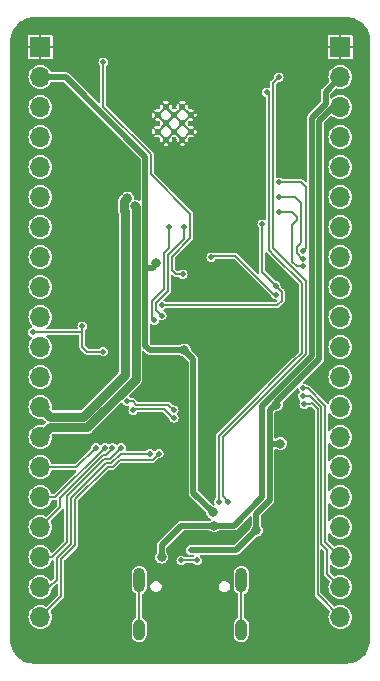
<source format=gbr>
%TF.GenerationSoftware,KiCad,Pcbnew,7.0.7*%
%TF.CreationDate,2024-05-24T21:07:49-04:00*%
%TF.ProjectId,ESP32_S3_Breakout,45535033-325f-4533-935f-427265616b6f,rev?*%
%TF.SameCoordinates,Original*%
%TF.FileFunction,Copper,L2,Bot*%
%TF.FilePolarity,Positive*%
%FSLAX46Y46*%
G04 Gerber Fmt 4.6, Leading zero omitted, Abs format (unit mm)*
G04 Created by KiCad (PCBNEW 7.0.7) date 2024-05-24 21:07:49*
%MOMM*%
%LPD*%
G01*
G04 APERTURE LIST*
%TA.AperFunction,HeatsinkPad*%
%ADD10C,0.600000*%
%TD*%
%TA.AperFunction,ComponentPad*%
%ADD11R,1.700000X1.700000*%
%TD*%
%TA.AperFunction,ComponentPad*%
%ADD12O,1.700000X1.700000*%
%TD*%
%TA.AperFunction,ComponentPad*%
%ADD13O,1.000000X2.100000*%
%TD*%
%TA.AperFunction,ComponentPad*%
%ADD14O,1.000000X1.800000*%
%TD*%
%TA.AperFunction,ViaPad*%
%ADD15C,0.500000*%
%TD*%
%TA.AperFunction,ViaPad*%
%ADD16C,0.800000*%
%TD*%
%TA.AperFunction,Conductor*%
%ADD17C,0.500000*%
%TD*%
%TA.AperFunction,Conductor*%
%ADD18C,0.200000*%
%TD*%
%TA.AperFunction,Conductor*%
%ADD19C,0.765000*%
%TD*%
G04 APERTURE END LIST*
D10*
%TO.P,U1,41,GND*%
%TO.N,GND*%
X150910000Y-56550000D03*
X150910000Y-57950000D03*
X151610000Y-55850000D03*
X151610000Y-57250000D03*
X151610000Y-58650000D03*
X152310000Y-56550000D03*
X152310000Y-57950000D03*
X153010000Y-55850000D03*
X153010000Y-57250000D03*
X153010000Y-58650000D03*
X153710000Y-56550000D03*
X153710000Y-57950000D03*
%TD*%
D11*
%TO.P,J3,1,Pin_1*%
%TO.N,GND*%
X166370000Y-50800000D03*
D12*
%TO.P,J3,2,Pin_2*%
%TO.N,VBUS*%
X166370000Y-53340000D03*
%TO.P,J3,3,Pin_3*%
%TO.N,+5V*%
X166370000Y-55880000D03*
%TO.P,J3,4,Pin_4*%
%TO.N,GPIO01*%
X166370000Y-58420000D03*
%TO.P,J3,5,Pin_5*%
%TO.N,GPIO02*%
X166370000Y-60960000D03*
%TO.P,J3,6,Pin_6*%
%TO.N,GPIO42*%
X166370000Y-63500000D03*
%TO.P,J3,7,Pin_7*%
%TO.N,GPIO41*%
X166370000Y-66040000D03*
%TO.P,J3,8,Pin_8*%
%TO.N,GPIO40*%
X166370000Y-68580000D03*
%TO.P,J3,9,Pin_9*%
%TO.N,GPIO39*%
X166370000Y-71120000D03*
%TO.P,J3,10,Pin_10*%
%TO.N,GPIO38*%
X166370000Y-73660000D03*
%TO.P,J3,11,Pin_11*%
%TO.N,GPIO37*%
X166370000Y-76200000D03*
%TO.P,J3,12,Pin_12*%
%TO.N,GPIO36*%
X166370000Y-78740000D03*
%TO.P,J3,13,Pin_13*%
%TO.N,GPIO35*%
X166370000Y-81280000D03*
%TO.P,J3,14,Pin_14*%
%TO.N,GPIO00*%
X166370000Y-83820000D03*
%TO.P,J3,15,Pin_15*%
%TO.N,GPIO45*%
X166370000Y-86360000D03*
%TO.P,J3,16,Pin_16*%
%TO.N,GPIO48*%
X166370000Y-88900000D03*
%TO.P,J3,17,Pin_17*%
%TO.N,GPIO47*%
X166370000Y-91440000D03*
%TO.P,J3,18,Pin_18*%
%TO.N,GPIO21*%
X166370000Y-93980000D03*
%TO.P,J3,19,Pin_19*%
%TO.N,GPIO14*%
X166370000Y-96520000D03*
%TO.P,J3,20,Pin_20*%
%TO.N,GPIO13*%
X166370000Y-99060000D03*
%TD*%
D13*
%TO.P,J1,S1,SHIELD*%
%TO.N,unconnected-(J1-SHIELD-PadS1)*%
X149350000Y-95935000D03*
D14*
X149350000Y-100135000D03*
D13*
X157990000Y-95935000D03*
D14*
X157990000Y-100135000D03*
%TD*%
D11*
%TO.P,J2,1,Pin_1*%
%TO.N,GND*%
X140970000Y-50800000D03*
D12*
%TO.P,J2,2,Pin_2*%
%TO.N,+3V3*%
X140970000Y-53340000D03*
%TO.P,J2,3,Pin_3*%
%TO.N,RST*%
X140970000Y-55880000D03*
%TO.P,J2,4,Pin_4*%
%TO.N,GPIO04*%
X140970000Y-58420000D03*
%TO.P,J2,5,Pin_5*%
%TO.N,GPIO05*%
X140970000Y-60960000D03*
%TO.P,J2,6,Pin_6*%
%TO.N,GPIO06*%
X140970000Y-63500000D03*
%TO.P,J2,7,Pin_7*%
%TO.N,GPIO07*%
X140970000Y-66040000D03*
%TO.P,J2,8,Pin_8*%
%TO.N,GPIO15*%
X140970000Y-68580000D03*
%TO.P,J2,9,Pin_9*%
%TO.N,GPIO16*%
X140970000Y-71120000D03*
%TO.P,J2,10,Pin_10*%
%TO.N,GPIO17*%
X140970000Y-73660000D03*
%TO.P,J2,11,Pin_11*%
%TO.N,GPIO18*%
X140970000Y-76200000D03*
%TO.P,J2,12,Pin_12*%
%TO.N,GPIO08*%
X140970000Y-78740000D03*
%TO.P,J2,13,Pin_13*%
%TO.N,USB_D-*%
X140970000Y-81280000D03*
%TO.P,J2,14,Pin_14*%
%TO.N,USB_D+*%
X140970000Y-83820000D03*
%TO.P,J2,15,Pin_15*%
%TO.N,GPIO03*%
X140970000Y-86360000D03*
%TO.P,J2,16,Pin_16*%
%TO.N,GPIO46*%
X140970000Y-88900000D03*
%TO.P,J2,17,Pin_17*%
%TO.N,GPIO09*%
X140970000Y-91440000D03*
%TO.P,J2,18,Pin_18*%
%TO.N,GPIO10*%
X140970000Y-93980000D03*
%TO.P,J2,19,Pin_19*%
%TO.N,GPIO11*%
X140970000Y-96520000D03*
%TO.P,J2,20,Pin_20*%
%TO.N,GPIO12*%
X140970000Y-99060000D03*
%TD*%
D15*
%TO.N,GND*%
X156845000Y-94234000D03*
X144780000Y-98044000D03*
X146939000Y-49530000D03*
X144780000Y-90170000D03*
X162560000Y-98298000D03*
X153670000Y-71628000D03*
X153695400Y-90195400D03*
X153162000Y-82804000D03*
X151130000Y-77978000D03*
X163322000Y-90424000D03*
X146431000Y-70993000D03*
X160782000Y-75438000D03*
X151892000Y-77978000D03*
X149606000Y-90932000D03*
X156337000Y-71628000D03*
X153162000Y-88392000D03*
X152654000Y-77978000D03*
X150368000Y-93980000D03*
X160782000Y-49530000D03*
X150368000Y-90932000D03*
D16*
%TO.N,+5V*%
X161290000Y-84370500D03*
X160951213Y-81068213D03*
D15*
X153699500Y-93382200D03*
D16*
X159258000Y-91694000D03*
%TO.N,+3V3*%
X150811500Y-69088000D03*
X155575000Y-90170000D03*
X153162000Y-76454000D03*
D15*
%TO.N,GPIO00*%
X160909000Y-70993000D03*
X151257000Y-72644000D03*
X159766000Y-65786000D03*
%TO.N,RST*%
X146304000Y-52070000D03*
X153035000Y-70041000D03*
X146304000Y-76581000D03*
X144526000Y-74422000D03*
X140335000Y-74930000D03*
D16*
%TO.N,VBUS*%
X155702000Y-91313000D03*
X151257000Y-93980000D03*
D15*
%TO.N,D-*%
X154254200Y-94259400D03*
X152908000Y-94259400D03*
D16*
%TO.N,USB_D-*%
X148334728Y-63591520D03*
%TO.N,USB_D+*%
X149006480Y-64263272D03*
D15*
%TO.N,GPIO03*%
X145669000Y-84709000D03*
%TO.N,GPIO46*%
X146431000Y-84709000D03*
%TO.N,GPIO09*%
X147080503Y-84709000D03*
%TO.N,GPIO10*%
X147828000Y-84709000D03*
%TO.N,GPIO11*%
X150241000Y-85217000D03*
X151892000Y-66040000D03*
X150622000Y-73914000D03*
%TO.N,GPIO12*%
X151003000Y-85217000D03*
X153162000Y-66040000D03*
X151271503Y-73533000D03*
%TO.N,GPIO37*%
X161163000Y-62230000D03*
X163195000Y-68072000D03*
%TO.N,GPIO36*%
X161163000Y-63500000D03*
X163195000Y-68721503D03*
%TO.N,GPIO35*%
X161163000Y-64770000D03*
X163195000Y-69371006D03*
%TO.N,GPIO21*%
X163258500Y-79692500D03*
%TO.N,GPIO14*%
X163186774Y-80338030D03*
%TO.N,GPIO13*%
X160909000Y-71755000D03*
X155448000Y-68580000D03*
X163322000Y-81026000D03*
%TO.N,DTR*%
X148336000Y-80772000D03*
X152273000Y-81534000D03*
%TO.N,RTS*%
X148844000Y-81534000D03*
X152273000Y-82183503D03*
%TO.N,RX*%
X156083000Y-89281000D03*
X160147000Y-54610000D03*
%TO.N,TX*%
X156845000Y-89281000D03*
X161163000Y-53340000D03*
%TD*%
D17*
%TO.N,+5V*%
X164592000Y-57023000D02*
X165735000Y-55880000D01*
X160951213Y-80856787D02*
X164592000Y-77216000D01*
X160570500Y-84370500D02*
X161290000Y-84370500D01*
X160401000Y-81534000D02*
X160401000Y-84201000D01*
X160401000Y-89154000D02*
X160401000Y-84201000D01*
X160866787Y-81068213D02*
X160401000Y-81534000D01*
X160951213Y-81068213D02*
X160951213Y-80856787D01*
X160951213Y-81068213D02*
X160866787Y-81068213D01*
X159258000Y-90297000D02*
X160401000Y-89154000D01*
X165735000Y-55880000D02*
X166370000Y-55880000D01*
X159258000Y-91694000D02*
X159258000Y-90297000D01*
X159258000Y-91694000D02*
X157569800Y-93382200D01*
X164592000Y-77216000D02*
X164592000Y-57023000D01*
X160401000Y-84201000D02*
X160570500Y-84370500D01*
X157569800Y-93382200D02*
X153699500Y-93382200D01*
%TO.N,+3V3*%
X153924000Y-77216000D02*
X153162000Y-76454000D01*
X149860000Y-76073000D02*
X149860000Y-69469000D01*
X153924000Y-88519000D02*
X153924000Y-77216000D01*
X153162000Y-76454000D02*
X150241000Y-76454000D01*
X143129000Y-53340000D02*
X140970000Y-53340000D01*
X150241000Y-76454000D02*
X149860000Y-76073000D01*
X150495000Y-69469000D02*
X149860000Y-69469000D01*
X155575000Y-90170000D02*
X153924000Y-88519000D01*
X150811500Y-69152500D02*
X150495000Y-69469000D01*
X149860000Y-69469000D02*
X149860000Y-60071000D01*
X149860000Y-60071000D02*
X143129000Y-53340000D01*
X150811500Y-69088000D02*
X150811500Y-69152500D01*
D18*
%TO.N,GPIO00*%
X159766000Y-69850000D02*
X160909000Y-70993000D01*
X151257000Y-72644000D02*
X161028000Y-72644000D01*
X161028000Y-72644000D02*
X161409000Y-72263000D01*
X161409000Y-72263000D02*
X161409000Y-71493000D01*
X159766000Y-65786000D02*
X159766000Y-69850000D01*
X161409000Y-71493000D02*
X160909000Y-70993000D01*
%TO.N,RST*%
X140335000Y-74930000D02*
X144526000Y-74930000D01*
X144526000Y-74422000D02*
X144526000Y-74930000D01*
X153670000Y-66964896D02*
X153670000Y-64897000D01*
X152092000Y-69669000D02*
X152092000Y-68542896D01*
X152464000Y-70041000D02*
X152092000Y-69669000D01*
X144526000Y-75946000D02*
X144526000Y-76200000D01*
X150337000Y-59873420D02*
X146304000Y-55840420D01*
X153670000Y-64897000D02*
X150337000Y-61564000D01*
X152092000Y-68542896D02*
X153670000Y-66964896D01*
X144907000Y-76581000D02*
X146304000Y-76581000D01*
X153035000Y-70041000D02*
X152464000Y-70041000D01*
X144526000Y-74930000D02*
X144526000Y-75946000D01*
X146304000Y-55840420D02*
X146304000Y-52070000D01*
X144526000Y-76200000D02*
X144907000Y-76581000D01*
X150337000Y-61564000D02*
X150337000Y-59873420D01*
D17*
%TO.N,VBUS*%
X151257000Y-92964000D02*
X151257000Y-93980000D01*
X165143000Y-55583000D02*
X165143000Y-54567000D01*
X163965000Y-76956288D02*
X163965000Y-56761000D01*
X159774000Y-81147288D02*
X163965000Y-76956288D01*
X157353000Y-91313000D02*
X159774000Y-88892000D01*
X165143000Y-54567000D02*
X166370000Y-53340000D01*
X155702000Y-91313000D02*
X152908000Y-91313000D01*
X155702000Y-91313000D02*
X157353000Y-91313000D01*
X152908000Y-91313000D02*
X151257000Y-92964000D01*
X163965000Y-56761000D02*
X165143000Y-55583000D01*
X159774000Y-88892000D02*
X159774000Y-81147288D01*
D18*
%TO.N,D-*%
X152908000Y-94259400D02*
X154254200Y-94259400D01*
%TO.N,unconnected-(J1-SHIELD-PadS1)*%
X149350000Y-95935000D02*
X149350000Y-100135000D01*
X157990000Y-95935000D02*
X157990000Y-100135000D01*
D19*
%TO.N,USB_D-*%
X144590496Y-82092500D02*
X148132500Y-78550496D01*
X140970000Y-81280000D02*
X141782500Y-82092500D01*
X148334728Y-63591520D02*
X148096980Y-63829268D01*
X148096980Y-63829268D02*
X148096980Y-64640000D01*
X141782500Y-82092500D02*
X144590496Y-82092500D01*
X148132500Y-78550496D02*
X148132500Y-64661191D01*
%TO.N,USB_D+*%
X149047500Y-64304292D02*
X149006480Y-64263272D01*
X149047500Y-78929504D02*
X149047500Y-64304292D01*
X141782500Y-83007500D02*
X144969504Y-83007500D01*
X144969504Y-83007500D02*
X149047500Y-78929504D01*
X140970000Y-83820000D02*
X141782500Y-83007500D01*
D18*
%TO.N,GPIO03*%
X140970000Y-86360000D02*
X144018000Y-86360000D01*
X144018000Y-86360000D02*
X145669000Y-84709000D01*
%TO.N,GPIO46*%
X146431000Y-84709000D02*
X142240000Y-88900000D01*
X142240000Y-88900000D02*
X140970000Y-88900000D01*
%TO.N,GPIO09*%
X142661724Y-89748276D02*
X142661724Y-88940724D01*
X146558000Y-85344000D02*
X147080503Y-84821497D01*
X142661724Y-88940724D02*
X144820724Y-86781724D01*
X144820724Y-86781724D02*
X146258448Y-85344000D01*
X147080503Y-84821497D02*
X147080503Y-84709000D01*
X146258448Y-85344000D02*
X146558000Y-85344000D01*
X140970000Y-91440000D02*
X142661724Y-89748276D01*
%TO.N,GPIO10*%
X146393896Y-85671000D02*
X143256000Y-88808896D01*
X147828000Y-84709000D02*
X146866000Y-85671000D01*
X143256000Y-88808896D02*
X143256000Y-92710000D01*
X141986000Y-93980000D02*
X140970000Y-93980000D01*
X143256000Y-92710000D02*
X141986000Y-93980000D01*
X146866000Y-85671000D02*
X146393896Y-85671000D01*
%TO.N,GPIO11*%
X151892000Y-67818000D02*
X151892000Y-66040000D01*
X151438000Y-71293445D02*
X151438000Y-68272000D01*
X142367000Y-95885000D02*
X141732000Y-96520000D01*
X150622000Y-73914000D02*
X150430000Y-73722000D01*
X147001448Y-85998000D02*
X146529344Y-85998000D01*
X141732000Y-96520000D02*
X140970000Y-96520000D01*
X151438000Y-68272000D02*
X151892000Y-67818000D01*
X143583000Y-92845448D02*
X142367000Y-94061448D01*
X142367000Y-94061448D02*
X142367000Y-95885000D01*
X150241000Y-85217000D02*
X147782448Y-85217000D01*
X150430000Y-73722000D02*
X150430000Y-72301445D01*
X146529344Y-85998000D02*
X143583000Y-88944344D01*
X150430000Y-72301445D02*
X151438000Y-71293445D01*
X147782448Y-85217000D02*
X147001448Y-85998000D01*
X143583000Y-88944344D02*
X143583000Y-92845448D01*
%TO.N,GPIO12*%
X150757000Y-73018497D02*
X150757000Y-72436893D01*
X150757000Y-72436893D02*
X151765000Y-71428893D01*
X143910000Y-92980896D02*
X143910000Y-89079792D01*
X151765000Y-68407448D02*
X153162000Y-67010448D01*
X151765000Y-71428893D02*
X151765000Y-68407448D01*
X143910000Y-89079792D02*
X146664792Y-86325000D01*
X147736896Y-85725000D02*
X150495000Y-85725000D01*
X150495000Y-85725000D02*
X151003000Y-85217000D01*
X142748000Y-94142896D02*
X143910000Y-92980896D01*
X140970000Y-99060000D02*
X142748000Y-97282000D01*
X153162000Y-67010448D02*
X153162000Y-66040000D01*
X151271503Y-73533000D02*
X150757000Y-73018497D01*
X142748000Y-97282000D02*
X142748000Y-94142896D01*
X147136896Y-86325000D02*
X147736896Y-85725000D01*
X146664792Y-86325000D02*
X147136896Y-86325000D01*
%TO.N,GPIO37*%
X163488000Y-62650000D02*
X163488000Y-62738000D01*
X163068000Y-62230000D02*
X163488000Y-62650000D01*
X161163000Y-62230000D02*
X163068000Y-62230000D01*
X163488000Y-62738000D02*
X163488000Y-67779000D01*
X163488000Y-67779000D02*
X163195000Y-68072000D01*
%TO.N,GPIO36*%
X163068000Y-64008000D02*
X163068000Y-66421000D01*
X161163000Y-63500000D02*
X162560000Y-63500000D01*
X162687000Y-68271107D02*
X163137396Y-68721503D01*
X163068000Y-67310000D02*
X162941000Y-67437000D01*
X162941000Y-67437000D02*
X162687000Y-67691000D01*
X163068000Y-66421000D02*
X163068000Y-67310000D01*
X162560000Y-63500000D02*
X163068000Y-64008000D01*
X162687000Y-67691000D02*
X162687000Y-68199000D01*
X163137396Y-68721503D02*
X163195000Y-68721503D01*
X162687000Y-68199000D02*
X162687000Y-68271107D01*
%TO.N,GPIO35*%
X162306000Y-68961000D02*
X162716006Y-69371006D01*
X162306000Y-65840000D02*
X162306000Y-68961000D01*
X162306000Y-64770000D02*
X162741000Y-65205000D01*
X162741000Y-65205000D02*
X162741000Y-65405000D01*
X162741000Y-65405000D02*
X162306000Y-65840000D01*
X162716006Y-69371006D02*
X163195000Y-69371006D01*
X161163000Y-64770000D02*
X162306000Y-64770000D01*
%TO.N,GPIO21*%
X163639500Y-79692500D02*
X165100000Y-81153000D01*
X165100000Y-81153000D02*
X165100000Y-92710000D01*
X163258500Y-79692500D02*
X163639500Y-79692500D01*
X165100000Y-92710000D02*
X166370000Y-93980000D01*
%TO.N,GPIO14*%
X164773000Y-81288448D02*
X164773000Y-92891000D01*
X165227000Y-93345000D02*
X165227000Y-95377000D01*
X164773000Y-92891000D02*
X165227000Y-93345000D01*
X163822582Y-80338030D02*
X164773000Y-81288448D01*
X165227000Y-95377000D02*
X166370000Y-96520000D01*
X163186774Y-80338030D02*
X163822582Y-80338030D01*
%TO.N,GPIO13*%
X155575000Y-68453000D02*
X157480000Y-68453000D01*
X160782000Y-71755000D02*
X160909000Y-71755000D01*
X163939052Y-80916948D02*
X163830000Y-81026000D01*
X166370000Y-99060000D02*
X164446000Y-97136000D01*
X155448000Y-68580000D02*
X155575000Y-68453000D01*
X164446000Y-81423896D02*
X163939052Y-80916948D01*
X157480000Y-68453000D02*
X160782000Y-71755000D01*
X163830000Y-81026000D02*
X163322000Y-81026000D01*
X164446000Y-97136000D02*
X164446000Y-82042000D01*
X164446000Y-82042000D02*
X164446000Y-81423896D01*
%TO.N,DTR*%
X148336000Y-80772000D02*
X148789107Y-80772000D01*
X148789107Y-80772000D02*
X149097107Y-81080000D01*
X149097107Y-81080000D02*
X151819000Y-81080000D01*
X151819000Y-81080000D02*
X152273000Y-81534000D01*
%TO.N,RTS*%
X152273000Y-82183503D02*
X152215396Y-82183503D01*
X151438893Y-81407000D02*
X148971000Y-81407000D01*
X148971000Y-81407000D02*
X148844000Y-81534000D01*
X152215396Y-82183503D02*
X151438893Y-81407000D01*
%TO.N,RX*%
X160336000Y-68007000D02*
X160782000Y-68453000D01*
X160336000Y-55372000D02*
X160336000Y-68007000D01*
X163122000Y-70793000D02*
X163122000Y-72644000D01*
X156083000Y-83701260D02*
X156083000Y-89281000D01*
X160147000Y-54610000D02*
X160336000Y-54799000D01*
X162373630Y-77410630D02*
X157357130Y-82427130D01*
X163122000Y-72644000D02*
X163122000Y-76662260D01*
X157357130Y-82427130D02*
X156083000Y-83701260D01*
X160336000Y-54799000D02*
X160336000Y-55372000D01*
X160782000Y-68453000D02*
X163122000Y-70793000D01*
X163122000Y-76662260D02*
X162373630Y-77410630D01*
%TO.N,TX*%
X160663000Y-53840000D02*
X161163000Y-53340000D01*
X160663000Y-67826000D02*
X160663000Y-53840000D01*
X163449000Y-76797708D02*
X163449000Y-70612000D01*
X156410000Y-88846000D02*
X156410000Y-83836708D01*
X163449000Y-70612000D02*
X160663000Y-67826000D01*
X156845000Y-89281000D02*
X156410000Y-88846000D01*
X156410000Y-83836708D02*
X163449000Y-76797708D01*
%TD*%
%TA.AperFunction,Conductor*%
%TO.N,GND*%
G36*
X160185504Y-68210764D02*
G01*
X162842504Y-70867764D01*
X162870281Y-70922281D01*
X162871500Y-70937768D01*
X162871500Y-76517492D01*
X162852593Y-76575683D01*
X162842504Y-76587495D01*
X162339305Y-77090693D01*
X162184955Y-77245043D01*
X162184950Y-77245049D01*
X157197446Y-82232553D01*
X157197447Y-82232553D01*
X155930209Y-83499789D01*
X155915210Y-83512098D01*
X155902402Y-83520656D01*
X155902398Y-83520660D01*
X155866942Y-83573722D01*
X155847033Y-83603520D01*
X155827592Y-83701259D01*
X155830598Y-83716371D01*
X155832500Y-83735685D01*
X155832500Y-88924100D01*
X155813593Y-88982291D01*
X155803504Y-88994103D01*
X155754951Y-89042656D01*
X155754950Y-89042658D01*
X155697355Y-89155692D01*
X155697354Y-89155696D01*
X155677508Y-89280999D01*
X155677508Y-89281000D01*
X155697354Y-89406303D01*
X155697355Y-89406307D01*
X155734570Y-89479344D01*
X155744142Y-89539776D01*
X155716365Y-89594293D01*
X155661849Y-89622071D01*
X155633437Y-89622443D01*
X155621149Y-89620825D01*
X155565924Y-89594483D01*
X155564069Y-89592676D01*
X154353496Y-88382102D01*
X154325719Y-88327585D01*
X154324500Y-88312098D01*
X154324500Y-77152569D01*
X154324500Y-77152568D01*
X154324500Y-77152567D01*
X154317041Y-77129611D01*
X154313421Y-77114534D01*
X154309646Y-77090696D01*
X154298693Y-77069201D01*
X154292752Y-77054861D01*
X154285296Y-77031911D01*
X154283555Y-77029514D01*
X154271112Y-77012386D01*
X154262997Y-76999143D01*
X154252050Y-76977658D01*
X154241036Y-76966644D01*
X154229486Y-76955093D01*
X153739322Y-76464928D01*
X153711545Y-76410412D01*
X153711173Y-76407847D01*
X153709631Y-76396132D01*
X153698330Y-76310291D01*
X153642861Y-76176375D01*
X153554621Y-76061379D01*
X153439625Y-75973139D01*
X153439621Y-75973137D01*
X153305709Y-75917670D01*
X153305708Y-75917669D01*
X153162000Y-75898750D01*
X153018291Y-75917669D01*
X153018290Y-75917670D01*
X152884378Y-75973137D01*
X152884370Y-75973142D01*
X152806307Y-76033042D01*
X152748631Y-76053466D01*
X152746040Y-76053500D01*
X150447899Y-76053500D01*
X150389708Y-76034593D01*
X150377895Y-76024503D01*
X150289496Y-75936103D01*
X150261719Y-75881586D01*
X150260500Y-75866100D01*
X150260500Y-74340850D01*
X150279407Y-74282659D01*
X150328907Y-74246695D01*
X150390093Y-74246695D01*
X150404434Y-74252636D01*
X150496696Y-74299646D01*
X150622000Y-74319492D01*
X150747304Y-74299646D01*
X150860342Y-74242050D01*
X150950050Y-74152342D01*
X151007646Y-74039304D01*
X151014469Y-73996222D01*
X151042246Y-73941707D01*
X151096763Y-73913929D01*
X151142839Y-73917554D01*
X151146191Y-73918642D01*
X151146199Y-73918646D01*
X151271503Y-73938492D01*
X151396807Y-73918646D01*
X151509845Y-73861050D01*
X151599553Y-73771342D01*
X151657149Y-73658304D01*
X151676995Y-73533000D01*
X151657149Y-73407696D01*
X151599553Y-73294658D01*
X151509845Y-73204950D01*
X151509842Y-73204948D01*
X151447168Y-73173014D01*
X151403903Y-73129750D01*
X151394332Y-73069318D01*
X151422110Y-73014801D01*
X151447163Y-72996598D01*
X151495342Y-72972050D01*
X151519620Y-72947771D01*
X151543897Y-72923496D01*
X151598414Y-72895719D01*
X151613900Y-72894500D01*
X160993574Y-72894500D01*
X161012887Y-72896402D01*
X161015719Y-72896965D01*
X161028000Y-72899408D01*
X161125741Y-72879966D01*
X161155536Y-72860057D01*
X161208601Y-72824601D01*
X161217161Y-72811788D01*
X161229467Y-72796791D01*
X161561791Y-72464467D01*
X161576788Y-72452161D01*
X161589601Y-72443601D01*
X161632268Y-72379744D01*
X161644966Y-72360741D01*
X161664408Y-72263000D01*
X161661402Y-72247887D01*
X161659500Y-72228574D01*
X161659500Y-71527427D01*
X161661403Y-71508110D01*
X161662076Y-71504730D01*
X161664409Y-71493000D01*
X161664409Y-71492997D01*
X161644966Y-71395262D01*
X161644965Y-71395258D01*
X161600879Y-71329277D01*
X161600875Y-71329273D01*
X161589601Y-71312399D01*
X161576792Y-71303840D01*
X161561790Y-71291529D01*
X161343155Y-71072894D01*
X161315378Y-71018377D01*
X161315381Y-71000792D01*
X161314492Y-71000792D01*
X161314492Y-70992999D01*
X161303543Y-70923870D01*
X161294646Y-70867696D01*
X161237050Y-70754658D01*
X161147342Y-70664950D01*
X161143406Y-70662944D01*
X161034307Y-70607355D01*
X161034304Y-70607354D01*
X160953222Y-70594512D01*
X160909001Y-70587508D01*
X160901210Y-70587508D01*
X160901210Y-70584508D01*
X160854125Y-70577030D01*
X160829104Y-70558844D01*
X160045496Y-69775235D01*
X160017719Y-69720718D01*
X160016500Y-69705231D01*
X160016500Y-68280768D01*
X160035407Y-68222577D01*
X160084907Y-68186613D01*
X160146093Y-68186613D01*
X160185504Y-68210764D01*
G37*
%TD.AperFunction*%
%TA.AperFunction,Conductor*%
G36*
X151131783Y-58037185D02*
G01*
X151156780Y-58055359D01*
X151298872Y-58197452D01*
X151360578Y-58259157D01*
X151504641Y-58403221D01*
X151532418Y-58457737D01*
X151522846Y-58518169D01*
X151504642Y-58543226D01*
X151503226Y-58544641D01*
X151448711Y-58572418D01*
X151388279Y-58562847D01*
X151363220Y-58544641D01*
X151015358Y-58196779D01*
X150987581Y-58142262D01*
X150997152Y-58081830D01*
X151015404Y-58056727D01*
X151016821Y-58055310D01*
X151071358Y-58027571D01*
X151131783Y-58037185D01*
G37*
%TD.AperFunction*%
%TA.AperFunction,Conductor*%
G36*
X152178167Y-58037151D02*
G01*
X152203223Y-58055354D01*
X152204642Y-58056773D01*
X152232418Y-58111288D01*
X152222847Y-58171720D01*
X152204641Y-58196779D01*
X152000778Y-58400642D01*
X151998882Y-58402540D01*
X151856778Y-58544641D01*
X151802261Y-58572418D01*
X151741829Y-58562846D01*
X151716774Y-58544643D01*
X151715355Y-58543224D01*
X151687580Y-58488710D01*
X151697151Y-58428278D01*
X151715357Y-58403219D01*
X151892968Y-58225609D01*
X151921127Y-58197451D01*
X152063219Y-58055358D01*
X152117735Y-58027580D01*
X152178167Y-58037151D01*
G37*
%TD.AperFunction*%
%TA.AperFunction,Conductor*%
G36*
X152531783Y-58037185D02*
G01*
X152556780Y-58055359D01*
X152698872Y-58197452D01*
X152760578Y-58259157D01*
X152904641Y-58403221D01*
X152932418Y-58457737D01*
X152922846Y-58518169D01*
X152904642Y-58543226D01*
X152903226Y-58544641D01*
X152848711Y-58572418D01*
X152788279Y-58562847D01*
X152763220Y-58544641D01*
X152415358Y-58196779D01*
X152387581Y-58142262D01*
X152397152Y-58081830D01*
X152415404Y-58056727D01*
X152416821Y-58055310D01*
X152471358Y-58027571D01*
X152531783Y-58037185D01*
G37*
%TD.AperFunction*%
%TA.AperFunction,Conductor*%
G36*
X153578167Y-58037151D02*
G01*
X153603223Y-58055354D01*
X153604642Y-58056773D01*
X153632418Y-58111288D01*
X153622847Y-58171720D01*
X153604641Y-58196779D01*
X153400778Y-58400642D01*
X153398882Y-58402540D01*
X153256778Y-58544641D01*
X153202261Y-58572418D01*
X153141829Y-58562846D01*
X153116774Y-58544643D01*
X153115355Y-58543224D01*
X153087580Y-58488710D01*
X153097151Y-58428278D01*
X153115357Y-58403219D01*
X153292968Y-58225609D01*
X153321127Y-58197451D01*
X153463219Y-58055358D01*
X153517735Y-58027580D01*
X153578167Y-58037151D01*
G37*
%TD.AperFunction*%
%TA.AperFunction,Conductor*%
G36*
X151478167Y-57337151D02*
G01*
X151503223Y-57355354D01*
X151504642Y-57356773D01*
X151532418Y-57411288D01*
X151522847Y-57471720D01*
X151504641Y-57496779D01*
X151300778Y-57700642D01*
X151298882Y-57702540D01*
X151156778Y-57844641D01*
X151102261Y-57872418D01*
X151041829Y-57862846D01*
X151016774Y-57844643D01*
X151015355Y-57843224D01*
X150987580Y-57788710D01*
X150997151Y-57728278D01*
X151015357Y-57703219D01*
X151192968Y-57525609D01*
X151221127Y-57497451D01*
X151363219Y-57355358D01*
X151417735Y-57327580D01*
X151478167Y-57337151D01*
G37*
%TD.AperFunction*%
%TA.AperFunction,Conductor*%
G36*
X151831783Y-57337185D02*
G01*
X151856780Y-57355359D01*
X151998872Y-57497452D01*
X152060578Y-57559157D01*
X152204641Y-57703221D01*
X152232418Y-57757737D01*
X152222846Y-57818169D01*
X152204642Y-57843226D01*
X152203226Y-57844641D01*
X152148711Y-57872418D01*
X152088279Y-57862847D01*
X152063220Y-57844641D01*
X151715358Y-57496779D01*
X151687581Y-57442262D01*
X151697152Y-57381830D01*
X151715404Y-57356727D01*
X151716821Y-57355310D01*
X151771358Y-57327571D01*
X151831783Y-57337185D01*
G37*
%TD.AperFunction*%
%TA.AperFunction,Conductor*%
G36*
X152878167Y-57337151D02*
G01*
X152903223Y-57355354D01*
X152904642Y-57356773D01*
X152932418Y-57411288D01*
X152922847Y-57471720D01*
X152904641Y-57496779D01*
X152700778Y-57700642D01*
X152698882Y-57702540D01*
X152556778Y-57844641D01*
X152502261Y-57872418D01*
X152441829Y-57862846D01*
X152416774Y-57844643D01*
X152415355Y-57843224D01*
X152387580Y-57788710D01*
X152397151Y-57728278D01*
X152415357Y-57703219D01*
X152592968Y-57525609D01*
X152621127Y-57497451D01*
X152763219Y-57355358D01*
X152817735Y-57327580D01*
X152878167Y-57337151D01*
G37*
%TD.AperFunction*%
%TA.AperFunction,Conductor*%
G36*
X153231783Y-57337185D02*
G01*
X153256780Y-57355359D01*
X153398872Y-57497452D01*
X153460578Y-57559157D01*
X153604641Y-57703221D01*
X153632418Y-57757737D01*
X153622846Y-57818169D01*
X153604642Y-57843226D01*
X153603226Y-57844641D01*
X153548711Y-57872418D01*
X153488279Y-57862847D01*
X153463220Y-57844641D01*
X153115358Y-57496779D01*
X153087581Y-57442262D01*
X153097152Y-57381830D01*
X153115404Y-57356727D01*
X153116821Y-57355310D01*
X153171358Y-57327571D01*
X153231783Y-57337185D01*
G37*
%TD.AperFunction*%
%TA.AperFunction,Conductor*%
G36*
X151131783Y-56637185D02*
G01*
X151156780Y-56655359D01*
X151298872Y-56797452D01*
X151360578Y-56859157D01*
X151504641Y-57003221D01*
X151532418Y-57057737D01*
X151522846Y-57118169D01*
X151504642Y-57143226D01*
X151503226Y-57144641D01*
X151448711Y-57172418D01*
X151388279Y-57162847D01*
X151363220Y-57144641D01*
X151015358Y-56796779D01*
X150987581Y-56742262D01*
X150997152Y-56681830D01*
X151015404Y-56656727D01*
X151016821Y-56655310D01*
X151071358Y-56627571D01*
X151131783Y-56637185D01*
G37*
%TD.AperFunction*%
%TA.AperFunction,Conductor*%
G36*
X152178167Y-56637151D02*
G01*
X152203223Y-56655354D01*
X152204642Y-56656773D01*
X152232418Y-56711288D01*
X152222847Y-56771720D01*
X152204641Y-56796779D01*
X152000778Y-57000642D01*
X151998882Y-57002540D01*
X151856778Y-57144641D01*
X151802261Y-57172418D01*
X151741829Y-57162846D01*
X151716774Y-57144643D01*
X151715355Y-57143224D01*
X151687580Y-57088710D01*
X151697151Y-57028278D01*
X151715357Y-57003219D01*
X151892968Y-56825609D01*
X151921127Y-56797451D01*
X152063219Y-56655358D01*
X152117735Y-56627580D01*
X152178167Y-56637151D01*
G37*
%TD.AperFunction*%
%TA.AperFunction,Conductor*%
G36*
X152531783Y-56637185D02*
G01*
X152556780Y-56655359D01*
X152698872Y-56797452D01*
X152760578Y-56859157D01*
X152904641Y-57003221D01*
X152932418Y-57057737D01*
X152922846Y-57118169D01*
X152904642Y-57143226D01*
X152903226Y-57144641D01*
X152848711Y-57172418D01*
X152788279Y-57162847D01*
X152763220Y-57144641D01*
X152415358Y-56796779D01*
X152387581Y-56742262D01*
X152397152Y-56681830D01*
X152415404Y-56656727D01*
X152416821Y-56655310D01*
X152471358Y-56627571D01*
X152531783Y-56637185D01*
G37*
%TD.AperFunction*%
%TA.AperFunction,Conductor*%
G36*
X153578167Y-56637151D02*
G01*
X153603223Y-56655354D01*
X153604642Y-56656773D01*
X153632418Y-56711288D01*
X153622847Y-56771720D01*
X153604641Y-56796779D01*
X153400778Y-57000642D01*
X153398882Y-57002540D01*
X153256778Y-57144641D01*
X153202261Y-57172418D01*
X153141829Y-57162846D01*
X153116774Y-57144643D01*
X153115355Y-57143224D01*
X153087580Y-57088710D01*
X153097151Y-57028278D01*
X153115357Y-57003219D01*
X153292968Y-56825609D01*
X153321127Y-56797451D01*
X153463219Y-56655358D01*
X153517735Y-56627580D01*
X153578167Y-56637151D01*
G37*
%TD.AperFunction*%
%TA.AperFunction,Conductor*%
G36*
X151478167Y-55937151D02*
G01*
X151503223Y-55955354D01*
X151504642Y-55956773D01*
X151532418Y-56011288D01*
X151522847Y-56071720D01*
X151504641Y-56096779D01*
X151300778Y-56300642D01*
X151298882Y-56302540D01*
X151156778Y-56444641D01*
X151102261Y-56472418D01*
X151041829Y-56462846D01*
X151016774Y-56444643D01*
X151015355Y-56443224D01*
X150987580Y-56388710D01*
X150997151Y-56328278D01*
X151015357Y-56303219D01*
X151192968Y-56125609D01*
X151221127Y-56097451D01*
X151363219Y-55955358D01*
X151417735Y-55927580D01*
X151478167Y-55937151D01*
G37*
%TD.AperFunction*%
%TA.AperFunction,Conductor*%
G36*
X151831783Y-55937185D02*
G01*
X151856780Y-55955359D01*
X151998872Y-56097452D01*
X152060578Y-56159157D01*
X152204641Y-56303221D01*
X152232418Y-56357737D01*
X152222846Y-56418169D01*
X152204642Y-56443226D01*
X152203226Y-56444641D01*
X152148711Y-56472418D01*
X152088279Y-56462847D01*
X152063220Y-56444641D01*
X151715358Y-56096779D01*
X151687581Y-56042262D01*
X151697152Y-55981830D01*
X151715404Y-55956727D01*
X151716821Y-55955310D01*
X151771358Y-55927571D01*
X151831783Y-55937185D01*
G37*
%TD.AperFunction*%
%TA.AperFunction,Conductor*%
G36*
X152878167Y-55937151D02*
G01*
X152903223Y-55955354D01*
X152904642Y-55956773D01*
X152932418Y-56011288D01*
X152922847Y-56071720D01*
X152904641Y-56096779D01*
X152700778Y-56300642D01*
X152698882Y-56302540D01*
X152556778Y-56444641D01*
X152502261Y-56472418D01*
X152441829Y-56462846D01*
X152416774Y-56444643D01*
X152415355Y-56443224D01*
X152387580Y-56388710D01*
X152397151Y-56328278D01*
X152415357Y-56303219D01*
X152592968Y-56125609D01*
X152621127Y-56097451D01*
X152763219Y-55955358D01*
X152817735Y-55927580D01*
X152878167Y-55937151D01*
G37*
%TD.AperFunction*%
%TA.AperFunction,Conductor*%
G36*
X153231783Y-55937185D02*
G01*
X153256780Y-55955359D01*
X153398872Y-56097452D01*
X153460578Y-56159157D01*
X153604641Y-56303221D01*
X153632418Y-56357737D01*
X153622846Y-56418169D01*
X153604642Y-56443226D01*
X153603226Y-56444641D01*
X153548711Y-56472418D01*
X153488279Y-56462847D01*
X153463220Y-56444641D01*
X153115358Y-56096779D01*
X153087581Y-56042262D01*
X153097152Y-55981830D01*
X153115404Y-55956727D01*
X153116821Y-55955310D01*
X153171358Y-55927571D01*
X153231783Y-55937185D01*
G37*
%TD.AperFunction*%
%TA.AperFunction,Conductor*%
G36*
X166911615Y-48260605D02*
G01*
X166993743Y-48265988D01*
X167176216Y-48279040D01*
X167182347Y-48279866D01*
X167215499Y-48286459D01*
X167299441Y-48303157D01*
X167444365Y-48334683D01*
X167449706Y-48336166D01*
X167569429Y-48376806D01*
X167702341Y-48426380D01*
X167706915Y-48428355D01*
X167822747Y-48485476D01*
X167822952Y-48485578D01*
X167945415Y-48552448D01*
X167949173Y-48554724D01*
X168056911Y-48626712D01*
X168059076Y-48628243D01*
X168169030Y-48710555D01*
X168171989Y-48712953D01*
X168269796Y-48798727D01*
X168272161Y-48800942D01*
X168369056Y-48897837D01*
X168371270Y-48900201D01*
X168457041Y-48998005D01*
X168459443Y-49000968D01*
X168541755Y-49110922D01*
X168543286Y-49113087D01*
X168615274Y-49220825D01*
X168617562Y-49224604D01*
X168684421Y-49347047D01*
X168741637Y-49463069D01*
X168743622Y-49467667D01*
X168793195Y-49600575D01*
X168833824Y-49720263D01*
X168835321Y-49725657D01*
X168866847Y-49870580D01*
X168890132Y-49987651D01*
X168890958Y-49993782D01*
X168904017Y-50176351D01*
X168909393Y-50258371D01*
X168909499Y-50261641D01*
X168877500Y-100995399D01*
X168877394Y-100998606D01*
X168872017Y-101080648D01*
X168858958Y-101263216D01*
X168858132Y-101269347D01*
X168834847Y-101386419D01*
X168803321Y-101531341D01*
X168801824Y-101536734D01*
X168761195Y-101656424D01*
X168711622Y-101789331D01*
X168709637Y-101793929D01*
X168652421Y-101909952D01*
X168585562Y-102032394D01*
X168583274Y-102036173D01*
X168511286Y-102143911D01*
X168509755Y-102146076D01*
X168427443Y-102256030D01*
X168425032Y-102259005D01*
X168339271Y-102356796D01*
X168337056Y-102359161D01*
X168240161Y-102456056D01*
X168237796Y-102458271D01*
X168140005Y-102544032D01*
X168137030Y-102546443D01*
X168027076Y-102628755D01*
X168024911Y-102630286D01*
X167917173Y-102702274D01*
X167913394Y-102704562D01*
X167790952Y-102771421D01*
X167674929Y-102828637D01*
X167670331Y-102830622D01*
X167537424Y-102880195D01*
X167417734Y-102920824D01*
X167412341Y-102922321D01*
X167267419Y-102953847D01*
X167150347Y-102977132D01*
X167144216Y-102977958D01*
X166961649Y-102991017D01*
X166889703Y-102995732D01*
X166879616Y-102996394D01*
X166876379Y-102996500D01*
X140431621Y-102996500D01*
X140428383Y-102996394D01*
X140418296Y-102995732D01*
X140346351Y-102991017D01*
X140163782Y-102977958D01*
X140157651Y-102977132D01*
X140040580Y-102953847D01*
X139895657Y-102922321D01*
X139890269Y-102920825D01*
X139770575Y-102880195D01*
X139735064Y-102866950D01*
X139637667Y-102830622D01*
X139633069Y-102828637D01*
X139517047Y-102771421D01*
X139394604Y-102704562D01*
X139390825Y-102702274D01*
X139283087Y-102630286D01*
X139280922Y-102628755D01*
X139170968Y-102546443D01*
X139168005Y-102544041D01*
X139070201Y-102458270D01*
X139067837Y-102456056D01*
X138970942Y-102359161D01*
X138968727Y-102356796D01*
X138935450Y-102318851D01*
X138882953Y-102258989D01*
X138880555Y-102256030D01*
X138798243Y-102146076D01*
X138796712Y-102143911D01*
X138724724Y-102036173D01*
X138722448Y-102032415D01*
X138655578Y-101909952D01*
X138642630Y-101883697D01*
X138598355Y-101793915D01*
X138596380Y-101789341D01*
X138546805Y-101656424D01*
X138506166Y-101536706D01*
X138504683Y-101531365D01*
X138473157Y-101386441D01*
X138449866Y-101269347D01*
X138449040Y-101263216D01*
X138436551Y-101088600D01*
X138435988Y-101080742D01*
X138430605Y-100998616D01*
X138430500Y-100995380D01*
X138430500Y-100575925D01*
X148699500Y-100575925D01*
X148714927Y-100698053D01*
X148714928Y-100698056D01*
X148775432Y-100850870D01*
X148775434Y-100850874D01*
X148872037Y-100983837D01*
X148998674Y-101088600D01*
X149147387Y-101158579D01*
X149308823Y-101189375D01*
X149308828Y-101189376D01*
X149308829Y-101189375D01*
X149308830Y-101189376D01*
X149472860Y-101179056D01*
X149629171Y-101128268D01*
X149629405Y-101128120D01*
X149691677Y-101088600D01*
X149767940Y-101040202D01*
X149880448Y-100920393D01*
X149959627Y-100776368D01*
X150000500Y-100617177D01*
X150000500Y-100575925D01*
X157339500Y-100575925D01*
X157354927Y-100698053D01*
X157354928Y-100698056D01*
X157415432Y-100850870D01*
X157415434Y-100850874D01*
X157512037Y-100983837D01*
X157638674Y-101088600D01*
X157787387Y-101158579D01*
X157948823Y-101189375D01*
X157948828Y-101189376D01*
X157948829Y-101189375D01*
X157948830Y-101189376D01*
X158112860Y-101179056D01*
X158269171Y-101128268D01*
X158269405Y-101128120D01*
X158331677Y-101088600D01*
X158407940Y-101040202D01*
X158520448Y-100920393D01*
X158599627Y-100776368D01*
X158640500Y-100617177D01*
X158640500Y-99694075D01*
X158635289Y-99652823D01*
X158625072Y-99571946D01*
X158625071Y-99571943D01*
X158625071Y-99571942D01*
X158564568Y-99419129D01*
X158467963Y-99286163D01*
X158341326Y-99181400D01*
X158341324Y-99181399D01*
X158297346Y-99160703D01*
X158252745Y-99118818D01*
X158240500Y-99071126D01*
X158240500Y-97150888D01*
X158259407Y-97092697D01*
X158286448Y-97067303D01*
X158407940Y-96990202D01*
X158520448Y-96870393D01*
X158599627Y-96726368D01*
X158640500Y-96567177D01*
X158640500Y-95344075D01*
X158640500Y-95344074D01*
X158625072Y-95221946D01*
X158625071Y-95221943D01*
X158625071Y-95221942D01*
X158564568Y-95069129D01*
X158467963Y-94936163D01*
X158341326Y-94831400D01*
X158341325Y-94831399D01*
X158192612Y-94761420D01*
X158031176Y-94730624D01*
X158031171Y-94730623D01*
X157867142Y-94740943D01*
X157710826Y-94791732D01*
X157572060Y-94879797D01*
X157459551Y-94999606D01*
X157380373Y-95143630D01*
X157339500Y-95302820D01*
X157339500Y-96525925D01*
X157354927Y-96648053D01*
X157354928Y-96648056D01*
X157415432Y-96800870D01*
X157415434Y-96800874D01*
X157512037Y-96933837D01*
X157638675Y-97038601D01*
X157682651Y-97059294D01*
X157727254Y-97101178D01*
X157739500Y-97148872D01*
X157739500Y-99069111D01*
X157720593Y-99127302D01*
X157693547Y-99152699D01*
X157572060Y-99229797D01*
X157459551Y-99349606D01*
X157380373Y-99493630D01*
X157339500Y-99652820D01*
X157339500Y-100575925D01*
X150000500Y-100575925D01*
X150000500Y-99694075D01*
X149995289Y-99652823D01*
X149985072Y-99571946D01*
X149985071Y-99571943D01*
X149985071Y-99571942D01*
X149924568Y-99419129D01*
X149827963Y-99286163D01*
X149701326Y-99181400D01*
X149701324Y-99181399D01*
X149657346Y-99160703D01*
X149612745Y-99118818D01*
X149600500Y-99071126D01*
X149600500Y-97150888D01*
X149619407Y-97092697D01*
X149646448Y-97067303D01*
X149767940Y-96990202D01*
X149880448Y-96870393D01*
X149959627Y-96726368D01*
X150000500Y-96567177D01*
X150000500Y-96523368D01*
X150304500Y-96523368D01*
X150343021Y-96654558D01*
X150343022Y-96654561D01*
X150416945Y-96769589D01*
X150520282Y-96859130D01*
X150520283Y-96859130D01*
X150520284Y-96859131D01*
X150644654Y-96915930D01*
X150644657Y-96915930D01*
X150644658Y-96915931D01*
X150644659Y-96915931D01*
X150644663Y-96915932D01*
X150745984Y-96930500D01*
X150745989Y-96930500D01*
X150814016Y-96930500D01*
X150915336Y-96915932D01*
X150915337Y-96915931D01*
X150915342Y-96915931D01*
X150915343Y-96915930D01*
X150915345Y-96915930D01*
X150977529Y-96887530D01*
X151039718Y-96859130D01*
X151143055Y-96769589D01*
X151216978Y-96654561D01*
X151255500Y-96523368D01*
X156084500Y-96523368D01*
X156123021Y-96654558D01*
X156123022Y-96654561D01*
X156196945Y-96769589D01*
X156300282Y-96859130D01*
X156300283Y-96859130D01*
X156300284Y-96859131D01*
X156424654Y-96915930D01*
X156424657Y-96915930D01*
X156424658Y-96915931D01*
X156424659Y-96915931D01*
X156424663Y-96915932D01*
X156525984Y-96930500D01*
X156525989Y-96930500D01*
X156594016Y-96930500D01*
X156695336Y-96915932D01*
X156695337Y-96915931D01*
X156695342Y-96915931D01*
X156695343Y-96915930D01*
X156695345Y-96915930D01*
X156757530Y-96887530D01*
X156819718Y-96859130D01*
X156923055Y-96769589D01*
X156996978Y-96654561D01*
X157035500Y-96523367D01*
X157035500Y-96386633D01*
X156996978Y-96255439D01*
X156923055Y-96140411D01*
X156819718Y-96050870D01*
X156819716Y-96050869D01*
X156819715Y-96050868D01*
X156695345Y-95994069D01*
X156695336Y-95994067D01*
X156594016Y-95979500D01*
X156594011Y-95979500D01*
X156525989Y-95979500D01*
X156525984Y-95979500D01*
X156424663Y-95994067D01*
X156424654Y-95994069D01*
X156300284Y-96050868D01*
X156196946Y-96140410D01*
X156196945Y-96140411D01*
X156123022Y-96255439D01*
X156123021Y-96255441D01*
X156084500Y-96386631D01*
X156084500Y-96523368D01*
X151255500Y-96523368D01*
X151255500Y-96523367D01*
X151255500Y-96386633D01*
X151216978Y-96255439D01*
X151143055Y-96140411D01*
X151039718Y-96050870D01*
X151039716Y-96050869D01*
X151039715Y-96050868D01*
X150915345Y-95994069D01*
X150915336Y-95994067D01*
X150814016Y-95979500D01*
X150814011Y-95979500D01*
X150745989Y-95979500D01*
X150745984Y-95979500D01*
X150644663Y-95994067D01*
X150644654Y-95994069D01*
X150520284Y-96050868D01*
X150416946Y-96140410D01*
X150416945Y-96140411D01*
X150343022Y-96255439D01*
X150343021Y-96255441D01*
X150304500Y-96386631D01*
X150304500Y-96523368D01*
X150000500Y-96523368D01*
X150000500Y-95344075D01*
X150000500Y-95344074D01*
X149985072Y-95221946D01*
X149985071Y-95221943D01*
X149985071Y-95221942D01*
X149924568Y-95069129D01*
X149827963Y-94936163D01*
X149701326Y-94831400D01*
X149701325Y-94831399D01*
X149552612Y-94761420D01*
X149391176Y-94730624D01*
X149391171Y-94730623D01*
X149227142Y-94740943D01*
X149070826Y-94791732D01*
X148932060Y-94879797D01*
X148819551Y-94999606D01*
X148740373Y-95143630D01*
X148699500Y-95302820D01*
X148699500Y-96525925D01*
X148714927Y-96648053D01*
X148714928Y-96648056D01*
X148775432Y-96800870D01*
X148775434Y-96800874D01*
X148872037Y-96933837D01*
X148998675Y-97038601D01*
X149042651Y-97059294D01*
X149087254Y-97101178D01*
X149099500Y-97148872D01*
X149099500Y-99069111D01*
X149080593Y-99127302D01*
X149053547Y-99152699D01*
X148932060Y-99229797D01*
X148819551Y-99349606D01*
X148740373Y-99493630D01*
X148699500Y-99652820D01*
X148699500Y-100575925D01*
X138430500Y-100575925D01*
X138430500Y-99060003D01*
X139964659Y-99060003D01*
X139983974Y-99256126D01*
X139983975Y-99256129D01*
X140041187Y-99444730D01*
X140041188Y-99444732D01*
X140067325Y-99493630D01*
X140134090Y-99618538D01*
X140134092Y-99618540D01*
X140134093Y-99618542D01*
X140259112Y-99770878D01*
X140259121Y-99770887D01*
X140411457Y-99895906D01*
X140411462Y-99895910D01*
X140585273Y-99988814D01*
X140773868Y-100046024D01*
X140773870Y-100046024D01*
X140773873Y-100046025D01*
X140969997Y-100065341D01*
X140970000Y-100065341D01*
X140970003Y-100065341D01*
X141166126Y-100046025D01*
X141166127Y-100046024D01*
X141166132Y-100046024D01*
X141354727Y-99988814D01*
X141528538Y-99895910D01*
X141680883Y-99770883D01*
X141805910Y-99618538D01*
X141898814Y-99444727D01*
X141956024Y-99256132D01*
X141963385Y-99181400D01*
X141975341Y-99060003D01*
X141975341Y-99059996D01*
X141956025Y-98863873D01*
X141956024Y-98863870D01*
X141956024Y-98863868D01*
X141898814Y-98675273D01*
X141898811Y-98675267D01*
X141867304Y-98616321D01*
X141856548Y-98556089D01*
X141883250Y-98501037D01*
X141884561Y-98499698D01*
X142900794Y-97483465D01*
X142915791Y-97471159D01*
X142928601Y-97462601D01*
X142983966Y-97379740D01*
X142988706Y-97355910D01*
X143003409Y-97282000D01*
X143000402Y-97266882D01*
X142998500Y-97247569D01*
X142998500Y-94287663D01*
X143017407Y-94229472D01*
X143027490Y-94217665D01*
X144062791Y-93182363D01*
X144077788Y-93170057D01*
X144090601Y-93161497D01*
X144144110Y-93081414D01*
X144145966Y-93078637D01*
X144165408Y-92980896D01*
X144162402Y-92965783D01*
X144160500Y-92946470D01*
X144160500Y-89224560D01*
X144179407Y-89166369D01*
X144189496Y-89154556D01*
X146739556Y-86604496D01*
X146794073Y-86576719D01*
X146809560Y-86575500D01*
X147102470Y-86575500D01*
X147121783Y-86577402D01*
X147125331Y-86578107D01*
X147136896Y-86580408D01*
X147234637Y-86560966D01*
X147286494Y-86526316D01*
X147317497Y-86505601D01*
X147326057Y-86492788D01*
X147338369Y-86477786D01*
X147811661Y-86004496D01*
X147866177Y-85976719D01*
X147881664Y-85975500D01*
X150460574Y-85975500D01*
X150479887Y-85977402D01*
X150482719Y-85977965D01*
X150495000Y-85980408D01*
X150592741Y-85960966D01*
X150622536Y-85941057D01*
X150675601Y-85905601D01*
X150684161Y-85892788D01*
X150696467Y-85877791D01*
X150923105Y-85651153D01*
X150977620Y-85623378D01*
X150995209Y-85623378D01*
X150995209Y-85622492D01*
X151003000Y-85622492D01*
X151128304Y-85602646D01*
X151241342Y-85545050D01*
X151331050Y-85455342D01*
X151388646Y-85342304D01*
X151408492Y-85217000D01*
X151388646Y-85091696D01*
X151331050Y-84978658D01*
X151241342Y-84888950D01*
X151167568Y-84851360D01*
X151128307Y-84831355D01*
X151128304Y-84831354D01*
X151003000Y-84811508D01*
X150877696Y-84831354D01*
X150877692Y-84831355D01*
X150764659Y-84888949D01*
X150764658Y-84888949D01*
X150764658Y-84888950D01*
X150692001Y-84961606D01*
X150637487Y-84989382D01*
X150577055Y-84979811D01*
X150551999Y-84961607D01*
X150479342Y-84888950D01*
X150405568Y-84851360D01*
X150366307Y-84831355D01*
X150366304Y-84831354D01*
X150241000Y-84811508D01*
X150115696Y-84831354D01*
X150115692Y-84831355D01*
X150002658Y-84888950D01*
X150002656Y-84888951D01*
X149954103Y-84937504D01*
X149899586Y-84965281D01*
X149884100Y-84966500D01*
X148306955Y-84966500D01*
X148248764Y-84947593D01*
X148212800Y-84898093D01*
X148212798Y-84842057D01*
X148212427Y-84841999D01*
X148212798Y-84839656D01*
X148212798Y-84836914D01*
X148213643Y-84834309D01*
X148213646Y-84834304D01*
X148233492Y-84709000D01*
X148213646Y-84583696D01*
X148156050Y-84470658D01*
X148066342Y-84380950D01*
X148061596Y-84378532D01*
X147953307Y-84323355D01*
X147953304Y-84323354D01*
X147828000Y-84303508D01*
X147702696Y-84323354D01*
X147702692Y-84323355D01*
X147589658Y-84380950D01*
X147589656Y-84380951D01*
X147524254Y-84446353D01*
X147469737Y-84474130D01*
X147409305Y-84464558D01*
X147384250Y-84446355D01*
X147318845Y-84380950D01*
X147314099Y-84378532D01*
X147205810Y-84323355D01*
X147205807Y-84323354D01*
X147080503Y-84303508D01*
X146955199Y-84323354D01*
X146955195Y-84323355D01*
X146842161Y-84380950D01*
X146842158Y-84380952D01*
X146825753Y-84397357D01*
X146771236Y-84425133D01*
X146710804Y-84415561D01*
X146685750Y-84397358D01*
X146669342Y-84380950D01*
X146664596Y-84378532D01*
X146556307Y-84323355D01*
X146556304Y-84323354D01*
X146431000Y-84303508D01*
X146305696Y-84323354D01*
X146305692Y-84323355D01*
X146192658Y-84380950D01*
X146192656Y-84380951D01*
X146120002Y-84453605D01*
X146065485Y-84481382D01*
X146005053Y-84471810D01*
X145979998Y-84453606D01*
X145907342Y-84380950D01*
X145819084Y-84335980D01*
X145794307Y-84323355D01*
X145794304Y-84323354D01*
X145669000Y-84303508D01*
X145543696Y-84323354D01*
X145543692Y-84323355D01*
X145430659Y-84380949D01*
X145340949Y-84470659D01*
X145283355Y-84583692D01*
X145283354Y-84583696D01*
X145263508Y-84708998D01*
X145263508Y-84716790D01*
X145260504Y-84716790D01*
X145253040Y-84763852D01*
X145234844Y-84788892D01*
X143943236Y-86080503D01*
X143888719Y-86108281D01*
X143873232Y-86109500D01*
X142012955Y-86109500D01*
X141954764Y-86090593D01*
X141918800Y-86041093D01*
X141918218Y-86039239D01*
X141898814Y-85975273D01*
X141805910Y-85801462D01*
X141766751Y-85753747D01*
X141680887Y-85649121D01*
X141680878Y-85649112D01*
X141528542Y-85524093D01*
X141528540Y-85524092D01*
X141528538Y-85524090D01*
X141399920Y-85455342D01*
X141354732Y-85431188D01*
X141354730Y-85431187D01*
X141166129Y-85373975D01*
X141166126Y-85373974D01*
X140970003Y-85354659D01*
X140969997Y-85354659D01*
X140773873Y-85373974D01*
X140773870Y-85373975D01*
X140585269Y-85431187D01*
X140585267Y-85431188D01*
X140411467Y-85524087D01*
X140411457Y-85524093D01*
X140259121Y-85649112D01*
X140259112Y-85649121D01*
X140134093Y-85801457D01*
X140134087Y-85801467D01*
X140041188Y-85975267D01*
X140041187Y-85975269D01*
X139983975Y-86163870D01*
X139983974Y-86163873D01*
X139964659Y-86359996D01*
X139964659Y-86360003D01*
X139983974Y-86556126D01*
X139983975Y-86556129D01*
X140041187Y-86744730D01*
X140041188Y-86744732D01*
X140111342Y-86875980D01*
X140134090Y-86918538D01*
X140134092Y-86918540D01*
X140134093Y-86918542D01*
X140259112Y-87070878D01*
X140259121Y-87070887D01*
X140411457Y-87195906D01*
X140411462Y-87195910D01*
X140585273Y-87288814D01*
X140773868Y-87346024D01*
X140773870Y-87346024D01*
X140773873Y-87346025D01*
X140969997Y-87365341D01*
X140970000Y-87365341D01*
X140970003Y-87365341D01*
X141166126Y-87346025D01*
X141166127Y-87346024D01*
X141166132Y-87346024D01*
X141354727Y-87288814D01*
X141528538Y-87195910D01*
X141680883Y-87070883D01*
X141805910Y-86918538D01*
X141898814Y-86744727D01*
X141918218Y-86680760D01*
X141953203Y-86630565D01*
X142011012Y-86610519D01*
X142012955Y-86610500D01*
X143936231Y-86610500D01*
X143994422Y-86629407D01*
X144030386Y-86678907D01*
X144030386Y-86740093D01*
X144006235Y-86779504D01*
X142165236Y-88620504D01*
X142110719Y-88648281D01*
X142095232Y-88649500D01*
X142012955Y-88649500D01*
X141954764Y-88630593D01*
X141918800Y-88581093D01*
X141918218Y-88579239D01*
X141898814Y-88515273D01*
X141805910Y-88341462D01*
X141805906Y-88341457D01*
X141680887Y-88189121D01*
X141680878Y-88189112D01*
X141528542Y-88064093D01*
X141528540Y-88064092D01*
X141528538Y-88064090D01*
X141487618Y-88042218D01*
X141354732Y-87971188D01*
X141354730Y-87971187D01*
X141166129Y-87913975D01*
X141166126Y-87913974D01*
X140970003Y-87894659D01*
X140969997Y-87894659D01*
X140773873Y-87913974D01*
X140773870Y-87913975D01*
X140585269Y-87971187D01*
X140585267Y-87971188D01*
X140411467Y-88064087D01*
X140411457Y-88064093D01*
X140259121Y-88189112D01*
X140259112Y-88189121D01*
X140134093Y-88341457D01*
X140134087Y-88341467D01*
X140041188Y-88515267D01*
X140041187Y-88515269D01*
X139983975Y-88703870D01*
X139983974Y-88703873D01*
X139964659Y-88899996D01*
X139964659Y-88900003D01*
X139983974Y-89096126D01*
X139983975Y-89096129D01*
X140000468Y-89150500D01*
X140040055Y-89281000D01*
X140041187Y-89284730D01*
X140041188Y-89284732D01*
X140098707Y-89392342D01*
X140134090Y-89458538D01*
X140134092Y-89458540D01*
X140134093Y-89458542D01*
X140259112Y-89610878D01*
X140259121Y-89610887D01*
X140402201Y-89728310D01*
X140411462Y-89735910D01*
X140585273Y-89828814D01*
X140773868Y-89886024D01*
X140773870Y-89886024D01*
X140773873Y-89886025D01*
X140969997Y-89905341D01*
X140970000Y-89905341D01*
X140970003Y-89905341D01*
X141166126Y-89886025D01*
X141166127Y-89886024D01*
X141166132Y-89886024D01*
X141354727Y-89828814D01*
X141528538Y-89735910D01*
X141680883Y-89610883D01*
X141805910Y-89458538D01*
X141898814Y-89284727D01*
X141918218Y-89220760D01*
X141953203Y-89170565D01*
X142011012Y-89150519D01*
X142012955Y-89150500D01*
X142205574Y-89150500D01*
X142224887Y-89152402D01*
X142227719Y-89152965D01*
X142240000Y-89155408D01*
X142292911Y-89144883D01*
X142353671Y-89152075D01*
X142398601Y-89193607D01*
X142411224Y-89241981D01*
X142411224Y-89603507D01*
X142392317Y-89661698D01*
X142382228Y-89673511D01*
X141530349Y-90525389D01*
X141475832Y-90553166D01*
X141415400Y-90543595D01*
X141413677Y-90542695D01*
X141354732Y-90511188D01*
X141354730Y-90511187D01*
X141166129Y-90453975D01*
X141166126Y-90453974D01*
X140970003Y-90434659D01*
X140969997Y-90434659D01*
X140773873Y-90453974D01*
X140773870Y-90453975D01*
X140585269Y-90511187D01*
X140585267Y-90511188D01*
X140411467Y-90604087D01*
X140411457Y-90604093D01*
X140259121Y-90729112D01*
X140259112Y-90729121D01*
X140134093Y-90881457D01*
X140134087Y-90881467D01*
X140041188Y-91055267D01*
X140041187Y-91055269D01*
X139983975Y-91243870D01*
X139983974Y-91243873D01*
X139964659Y-91439996D01*
X139964659Y-91440003D01*
X139983974Y-91636126D01*
X139983975Y-91636129D01*
X140041187Y-91824730D01*
X140041188Y-91824732D01*
X140111342Y-91955980D01*
X140134090Y-91998538D01*
X140134092Y-91998540D01*
X140134093Y-91998542D01*
X140259112Y-92150878D01*
X140259121Y-92150887D01*
X140405873Y-92271323D01*
X140411462Y-92275910D01*
X140585273Y-92368814D01*
X140773868Y-92426024D01*
X140773870Y-92426024D01*
X140773873Y-92426025D01*
X140969997Y-92445341D01*
X140970000Y-92445341D01*
X140970003Y-92445341D01*
X141166126Y-92426025D01*
X141166127Y-92426024D01*
X141166132Y-92426024D01*
X141354727Y-92368814D01*
X141528538Y-92275910D01*
X141680883Y-92150883D01*
X141805910Y-91998538D01*
X141898814Y-91824727D01*
X141956024Y-91636132D01*
X141957207Y-91624127D01*
X141975341Y-91440003D01*
X141975341Y-91439996D01*
X141956025Y-91243873D01*
X141956024Y-91243870D01*
X141956024Y-91243868D01*
X141898814Y-91055273D01*
X141867302Y-90996318D01*
X141856546Y-90936090D01*
X141883248Y-90881038D01*
X141884560Y-90879698D01*
X142814515Y-89949743D01*
X142829512Y-89937437D01*
X142842325Y-89928877D01*
X142842325Y-89928876D01*
X142850436Y-89923458D01*
X142852504Y-89926554D01*
X142890967Y-89906934D01*
X142951404Y-89916477D01*
X142994689Y-89959722D01*
X143005500Y-90004708D01*
X143005500Y-92565231D01*
X142986593Y-92623422D01*
X142976504Y-92635235D01*
X142034184Y-93577554D01*
X141979667Y-93605331D01*
X141919235Y-93595760D01*
X141876870Y-93554218D01*
X141834142Y-93474281D01*
X141805910Y-93421462D01*
X141805906Y-93421457D01*
X141680887Y-93269121D01*
X141680878Y-93269112D01*
X141528542Y-93144093D01*
X141528540Y-93144092D01*
X141528538Y-93144090D01*
X141478431Y-93117307D01*
X141354732Y-93051188D01*
X141354730Y-93051187D01*
X141166129Y-92993975D01*
X141166126Y-92993974D01*
X140970003Y-92974659D01*
X140969997Y-92974659D01*
X140773873Y-92993974D01*
X140773870Y-92993975D01*
X140585269Y-93051187D01*
X140585267Y-93051188D01*
X140411467Y-93144087D01*
X140411457Y-93144093D01*
X140259121Y-93269112D01*
X140259112Y-93269121D01*
X140134093Y-93421457D01*
X140134087Y-93421467D01*
X140041188Y-93595267D01*
X140041187Y-93595269D01*
X139983975Y-93783870D01*
X139983974Y-93783873D01*
X139964659Y-93979996D01*
X139964659Y-93980003D01*
X139983974Y-94176126D01*
X139983975Y-94176129D01*
X140041187Y-94364730D01*
X140041188Y-94364732D01*
X140092570Y-94460860D01*
X140134090Y-94538538D01*
X140134092Y-94538540D01*
X140134093Y-94538542D01*
X140259112Y-94690878D01*
X140259121Y-94690887D01*
X140345066Y-94761420D01*
X140411462Y-94815910D01*
X140585273Y-94908814D01*
X140773868Y-94966024D01*
X140773870Y-94966024D01*
X140773873Y-94966025D01*
X140969997Y-94985341D01*
X140970000Y-94985341D01*
X140970003Y-94985341D01*
X141166126Y-94966025D01*
X141166127Y-94966024D01*
X141166132Y-94966024D01*
X141354727Y-94908814D01*
X141528538Y-94815910D01*
X141680883Y-94690883D01*
X141805910Y-94538538D01*
X141898814Y-94364727D01*
X141917738Y-94302342D01*
X141952723Y-94252146D01*
X141993150Y-94233985D01*
X141998179Y-94232985D01*
X142058939Y-94240171D01*
X142103873Y-94281700D01*
X142116500Y-94330081D01*
X142116500Y-95740231D01*
X142097593Y-95798422D01*
X142087503Y-95810235D01*
X141941909Y-95955828D01*
X141887393Y-95983605D01*
X141826961Y-95974033D01*
X141795378Y-95948629D01*
X141680887Y-95809121D01*
X141680878Y-95809112D01*
X141528542Y-95684093D01*
X141528540Y-95684092D01*
X141528538Y-95684090D01*
X141478431Y-95657307D01*
X141354732Y-95591188D01*
X141354730Y-95591187D01*
X141166129Y-95533975D01*
X141166126Y-95533974D01*
X140970003Y-95514659D01*
X140969997Y-95514659D01*
X140773873Y-95533974D01*
X140773870Y-95533975D01*
X140585269Y-95591187D01*
X140585267Y-95591188D01*
X140411467Y-95684087D01*
X140411457Y-95684093D01*
X140259121Y-95809112D01*
X140259112Y-95809121D01*
X140134093Y-95961457D01*
X140134087Y-95961467D01*
X140041188Y-96135267D01*
X140041187Y-96135269D01*
X139983975Y-96323870D01*
X139983974Y-96323873D01*
X139964659Y-96519996D01*
X139964659Y-96520003D01*
X139983974Y-96716126D01*
X139983975Y-96716129D01*
X140041187Y-96904730D01*
X140041188Y-96904732D01*
X140086872Y-96990200D01*
X140134090Y-97078538D01*
X140134092Y-97078540D01*
X140134093Y-97078542D01*
X140259112Y-97230878D01*
X140259121Y-97230887D01*
X140321405Y-97282002D01*
X140411462Y-97355910D01*
X140585273Y-97448814D01*
X140773868Y-97506024D01*
X140773870Y-97506024D01*
X140773873Y-97506025D01*
X140969997Y-97525341D01*
X140970000Y-97525341D01*
X140970003Y-97525341D01*
X141166126Y-97506025D01*
X141166127Y-97506024D01*
X141166132Y-97506024D01*
X141354727Y-97448814D01*
X141528538Y-97355910D01*
X141680883Y-97230883D01*
X141805910Y-97078538D01*
X141898814Y-96904727D01*
X141956024Y-96716132D01*
X141959751Y-96678288D01*
X141984269Y-96622233D01*
X141988271Y-96617988D01*
X142328497Y-96277763D01*
X142383013Y-96249986D01*
X142443445Y-96259557D01*
X142486710Y-96302822D01*
X142497500Y-96347767D01*
X142497500Y-97137230D01*
X142478593Y-97195421D01*
X142468504Y-97207234D01*
X141530348Y-98145389D01*
X141475831Y-98173166D01*
X141415399Y-98163595D01*
X141413732Y-98162724D01*
X141354727Y-98131186D01*
X141166132Y-98073976D01*
X141166129Y-98073975D01*
X141166126Y-98073974D01*
X140970003Y-98054659D01*
X140969997Y-98054659D01*
X140773873Y-98073974D01*
X140773870Y-98073975D01*
X140585269Y-98131187D01*
X140585267Y-98131188D01*
X140411467Y-98224087D01*
X140411457Y-98224093D01*
X140259121Y-98349112D01*
X140259112Y-98349121D01*
X140134093Y-98501457D01*
X140134087Y-98501467D01*
X140041188Y-98675267D01*
X140041187Y-98675269D01*
X139983975Y-98863870D01*
X139983974Y-98863873D01*
X139964659Y-99059996D01*
X139964659Y-99060003D01*
X138430500Y-99060003D01*
X138430500Y-83820003D01*
X139964659Y-83820003D01*
X139983974Y-84016126D01*
X139983975Y-84016129D01*
X140041187Y-84204730D01*
X140041188Y-84204732D01*
X140104594Y-84323355D01*
X140134090Y-84378538D01*
X140134092Y-84378540D01*
X140134093Y-84378542D01*
X140259112Y-84530878D01*
X140259121Y-84530887D01*
X140323469Y-84583696D01*
X140411462Y-84655910D01*
X140585273Y-84748814D01*
X140773868Y-84806024D01*
X140773870Y-84806024D01*
X140773873Y-84806025D01*
X140969997Y-84825341D01*
X140970000Y-84825341D01*
X140970003Y-84825341D01*
X141166126Y-84806025D01*
X141166127Y-84806024D01*
X141166132Y-84806024D01*
X141354727Y-84748814D01*
X141528538Y-84655910D01*
X141680883Y-84530883D01*
X141805910Y-84378538D01*
X141898814Y-84204727D01*
X141956024Y-84016132D01*
X141959438Y-83981475D01*
X141975341Y-83820003D01*
X141975341Y-83819996D01*
X141958520Y-83649203D01*
X141971633Y-83589440D01*
X142017369Y-83548797D01*
X142057043Y-83540500D01*
X144960411Y-83540500D01*
X145024523Y-83542690D01*
X145066691Y-83532413D01*
X145071656Y-83531470D01*
X145114658Y-83525560D01*
X145132244Y-83517920D01*
X145148241Y-83512540D01*
X145166876Y-83508000D01*
X145204699Y-83486731D01*
X145209241Y-83484476D01*
X145227809Y-83476410D01*
X145249046Y-83467187D01*
X145263922Y-83455083D01*
X145277877Y-83445587D01*
X145294590Y-83436190D01*
X145325278Y-83405500D01*
X145329032Y-83402112D01*
X145362702Y-83374721D01*
X145373757Y-83359058D01*
X145384627Y-83346151D01*
X147814552Y-80916225D01*
X147869067Y-80888450D01*
X147929499Y-80898021D01*
X147972763Y-80941285D01*
X147998157Y-80991122D01*
X148007950Y-81010342D01*
X148097658Y-81100050D01*
X148210696Y-81157646D01*
X148336000Y-81177492D01*
X148405336Y-81166510D01*
X148465767Y-81176081D01*
X148509031Y-81219345D01*
X148518603Y-81279777D01*
X148509031Y-81309236D01*
X148458356Y-81408689D01*
X148458354Y-81408696D01*
X148443285Y-81503842D01*
X148438508Y-81534000D01*
X148452677Y-81623463D01*
X148458354Y-81659303D01*
X148458355Y-81659307D01*
X148484977Y-81711555D01*
X148515950Y-81772342D01*
X148605658Y-81862050D01*
X148718696Y-81919646D01*
X148844000Y-81939492D01*
X148969304Y-81919646D01*
X149082342Y-81862050D01*
X149172050Y-81772342D01*
X149203022Y-81711555D01*
X149246287Y-81668290D01*
X149291232Y-81657500D01*
X151294125Y-81657500D01*
X151352316Y-81676407D01*
X151364129Y-81686496D01*
X151845962Y-82168329D01*
X151873739Y-82222846D01*
X151887354Y-82308808D01*
X151942872Y-82417768D01*
X151944950Y-82421845D01*
X152034658Y-82511553D01*
X152147696Y-82569149D01*
X152273000Y-82588995D01*
X152398304Y-82569149D01*
X152511342Y-82511553D01*
X152601050Y-82421845D01*
X152658646Y-82308807D01*
X152678492Y-82183503D01*
X152658646Y-82058199D01*
X152601050Y-81945161D01*
X152584641Y-81928752D01*
X152556866Y-81874238D01*
X152566437Y-81813806D01*
X152584644Y-81788746D01*
X152601050Y-81772342D01*
X152658646Y-81659304D01*
X152678492Y-81534000D01*
X152658646Y-81408696D01*
X152601050Y-81295658D01*
X152511342Y-81205950D01*
X152507406Y-81203944D01*
X152398307Y-81148355D01*
X152398304Y-81148354D01*
X152317222Y-81135512D01*
X152273001Y-81128508D01*
X152265210Y-81128508D01*
X152265210Y-81125508D01*
X152218125Y-81118030D01*
X152193104Y-81099844D01*
X152020472Y-80927212D01*
X152008160Y-80912209D01*
X151999601Y-80899399D01*
X151999597Y-80899396D01*
X151999596Y-80899395D01*
X151943719Y-80862060D01*
X151916742Y-80844034D01*
X151843674Y-80829500D01*
X151819000Y-80824592D01*
X151818999Y-80824592D01*
X151803887Y-80827598D01*
X151784574Y-80829500D01*
X149241875Y-80829500D01*
X149183684Y-80810593D01*
X149171872Y-80800504D01*
X148990582Y-80619215D01*
X148978269Y-80604212D01*
X148969709Y-80591401D01*
X148969708Y-80591399D01*
X148969704Y-80591396D01*
X148916643Y-80555941D01*
X148886848Y-80536033D01*
X148804219Y-80519598D01*
X148789107Y-80516592D01*
X148789106Y-80516592D01*
X148773994Y-80519598D01*
X148754681Y-80521500D01*
X148692900Y-80521500D01*
X148634709Y-80502593D01*
X148622897Y-80492504D01*
X148574343Y-80443951D01*
X148574341Y-80443949D01*
X148505285Y-80408763D01*
X148462021Y-80365498D01*
X148452450Y-80305066D01*
X148480225Y-80250552D01*
X149417945Y-79312833D01*
X149464841Y-79269036D01*
X149487394Y-79231948D01*
X149490225Y-79227786D01*
X149516463Y-79193189D01*
X149523499Y-79175344D01*
X149531012Y-79160221D01*
X149540970Y-79143848D01*
X149552680Y-79102051D01*
X149554294Y-79097254D01*
X149570213Y-79056889D01*
X149570213Y-79056888D01*
X149570214Y-79056886D01*
X149572175Y-79037800D01*
X149575325Y-79021231D01*
X149580500Y-79002763D01*
X149580500Y-78959364D01*
X149580760Y-78954299D01*
X149582627Y-78936132D01*
X149585197Y-78911136D01*
X149581939Y-78892237D01*
X149580500Y-78875419D01*
X149580500Y-76598900D01*
X149599407Y-76540709D01*
X149648907Y-76504745D01*
X149710093Y-76504745D01*
X149749504Y-76528896D01*
X149912949Y-76692342D01*
X150002657Y-76782049D01*
X150002658Y-76782050D01*
X150024149Y-76793000D01*
X150037395Y-76801117D01*
X150056910Y-76815296D01*
X150056912Y-76815296D01*
X150056913Y-76815297D01*
X150079852Y-76822750D01*
X150094195Y-76828690D01*
X150115696Y-76839646D01*
X150139524Y-76843419D01*
X150154633Y-76847047D01*
X150163194Y-76849828D01*
X150177567Y-76854499D01*
X150207437Y-76854499D01*
X150207461Y-76854500D01*
X150209481Y-76854500D01*
X152746040Y-76854500D01*
X152804231Y-76873407D01*
X152806307Y-76874958D01*
X152873078Y-76926193D01*
X152884375Y-76934861D01*
X153018291Y-76990330D01*
X153115849Y-77003173D01*
X153171073Y-77029514D01*
X153172929Y-77031322D01*
X153494503Y-77352895D01*
X153522281Y-77407412D01*
X153523500Y-77422899D01*
X153523500Y-88582437D01*
X153530953Y-88605374D01*
X153534579Y-88620474D01*
X153538354Y-88644306D01*
X153549301Y-88665788D01*
X153555247Y-88680142D01*
X153562703Y-88703088D01*
X153562702Y-88703088D01*
X153576884Y-88722608D01*
X153584997Y-88735847D01*
X153595950Y-88757342D01*
X153595951Y-88757343D01*
X153616031Y-88777424D01*
X153616032Y-88777424D01*
X153618513Y-88779905D01*
X153618516Y-88779909D01*
X154317951Y-89479344D01*
X154997676Y-90159069D01*
X155025453Y-90213586D01*
X155025825Y-90216150D01*
X155038670Y-90313708D01*
X155038670Y-90313709D01*
X155094139Y-90447625D01*
X155182379Y-90562621D01*
X155297375Y-90650861D01*
X155374858Y-90682955D01*
X155421383Y-90722690D01*
X155435667Y-90782184D01*
X155412253Y-90838712D01*
X155397240Y-90852960D01*
X155346308Y-90892042D01*
X155288632Y-90912466D01*
X155286040Y-90912500D01*
X152971433Y-90912500D01*
X152844567Y-90912500D01*
X152844566Y-90912500D01*
X152844560Y-90912501D01*
X152821624Y-90919953D01*
X152806525Y-90923578D01*
X152782701Y-90927352D01*
X152782695Y-90927354D01*
X152761196Y-90938307D01*
X152746857Y-90944246D01*
X152723914Y-90951702D01*
X152723911Y-90951704D01*
X152704392Y-90965884D01*
X152691156Y-90973995D01*
X152669658Y-90984950D01*
X152647094Y-91007513D01*
X152647092Y-91007515D01*
X152647090Y-91007515D01*
X152647091Y-91007516D01*
X150951515Y-92703092D01*
X150928950Y-92725658D01*
X150928948Y-92725660D01*
X150917997Y-92747151D01*
X150909887Y-92760385D01*
X150895706Y-92779906D01*
X150895701Y-92779915D01*
X150888249Y-92802852D01*
X150882305Y-92817202D01*
X150871355Y-92838691D01*
X150871352Y-92838701D01*
X150867577Y-92862529D01*
X150863953Y-92877624D01*
X150856501Y-92900562D01*
X150856500Y-92900569D01*
X150856500Y-93564040D01*
X150837593Y-93622231D01*
X150836042Y-93624307D01*
X150776142Y-93702370D01*
X150776137Y-93702378D01*
X150720670Y-93836290D01*
X150720669Y-93836291D01*
X150701750Y-93979999D01*
X150701750Y-93980000D01*
X150720669Y-94123708D01*
X150720670Y-94123709D01*
X150773869Y-94252146D01*
X150776139Y-94257625D01*
X150864379Y-94372621D01*
X150979375Y-94460861D01*
X151113291Y-94516330D01*
X151257000Y-94535250D01*
X151400709Y-94516330D01*
X151534625Y-94460861D01*
X151649621Y-94372621D01*
X151737861Y-94257625D01*
X151793330Y-94123709D01*
X151812250Y-93980000D01*
X151812249Y-93979996D01*
X151793330Y-93836291D01*
X151737861Y-93702375D01*
X151724945Y-93685542D01*
X151677958Y-93624307D01*
X151657534Y-93566631D01*
X151657500Y-93564040D01*
X151657500Y-93170900D01*
X151676407Y-93112709D01*
X151686496Y-93100896D01*
X153044897Y-91742496D01*
X153099414Y-91714719D01*
X153114901Y-91713500D01*
X155286040Y-91713500D01*
X155344231Y-91732407D01*
X155346307Y-91733958D01*
X155413078Y-91785193D01*
X155424375Y-91793861D01*
X155558291Y-91849330D01*
X155701999Y-91868250D01*
X155701999Y-91868249D01*
X155702000Y-91868250D01*
X155845709Y-91849330D01*
X155979625Y-91793861D01*
X156017934Y-91764464D01*
X156057693Y-91733958D01*
X156115369Y-91713534D01*
X156117960Y-91713500D01*
X157416432Y-91713500D01*
X157416433Y-91713500D01*
X157439382Y-91706043D01*
X157454465Y-91702421D01*
X157478304Y-91698646D01*
X157499802Y-91687690D01*
X157514151Y-91681748D01*
X157537090Y-91674296D01*
X157556612Y-91660111D01*
X157569849Y-91652000D01*
X157591342Y-91641050D01*
X157608261Y-91624129D01*
X157608265Y-91624127D01*
X157613907Y-91618485D01*
X157613909Y-91618484D01*
X158688498Y-90543894D01*
X158743013Y-90516119D01*
X158803445Y-90525690D01*
X158846710Y-90568955D01*
X158857500Y-90613900D01*
X158857500Y-91278040D01*
X158838593Y-91336231D01*
X158837042Y-91338307D01*
X158777142Y-91416370D01*
X158777137Y-91416378D01*
X158721670Y-91550290D01*
X158708825Y-91647849D01*
X158682483Y-91703074D01*
X158680676Y-91704930D01*
X157432903Y-92952704D01*
X157378386Y-92980481D01*
X157362899Y-92981700D01*
X153738809Y-92981700D01*
X153723322Y-92980481D01*
X153699500Y-92976708D01*
X153574196Y-92996554D01*
X153574192Y-92996555D01*
X153461159Y-93054149D01*
X153371449Y-93143859D01*
X153313855Y-93256892D01*
X153313854Y-93256896D01*
X153294008Y-93382200D01*
X153299957Y-93419764D01*
X153313854Y-93507503D01*
X153313855Y-93507507D01*
X153343981Y-93566631D01*
X153371450Y-93620542D01*
X153461158Y-93710250D01*
X153574196Y-93767846D01*
X153675356Y-93783868D01*
X153699499Y-93787692D01*
X153699499Y-93787691D01*
X153699500Y-93787692D01*
X153723322Y-93783918D01*
X153738809Y-93782700D01*
X153925501Y-93782700D01*
X153983692Y-93801607D01*
X154019656Y-93851107D01*
X154019656Y-93912293D01*
X153995503Y-93951705D01*
X153967302Y-93979905D01*
X153912785Y-94007681D01*
X153897300Y-94008900D01*
X153264900Y-94008900D01*
X153206709Y-93989993D01*
X153194897Y-93979904D01*
X153146343Y-93931351D01*
X153146342Y-93931350D01*
X153079294Y-93897187D01*
X153033307Y-93873755D01*
X153033304Y-93873754D01*
X152908000Y-93853908D01*
X152782696Y-93873754D01*
X152782692Y-93873755D01*
X152669659Y-93931349D01*
X152579949Y-94021059D01*
X152522355Y-94134092D01*
X152522354Y-94134096D01*
X152505554Y-94240171D01*
X152502508Y-94259400D01*
X152520440Y-94372622D01*
X152522354Y-94384703D01*
X152522355Y-94384707D01*
X152577944Y-94493806D01*
X152579950Y-94497742D01*
X152669658Y-94587450D01*
X152782696Y-94645046D01*
X152890866Y-94662178D01*
X152907999Y-94664892D01*
X152907999Y-94664891D01*
X152908000Y-94664892D01*
X153033304Y-94645046D01*
X153146342Y-94587450D01*
X153170619Y-94563172D01*
X153194897Y-94538896D01*
X153249414Y-94511119D01*
X153264900Y-94509900D01*
X153897300Y-94509900D01*
X153955491Y-94528807D01*
X153967303Y-94538896D01*
X154015855Y-94587447D01*
X154015858Y-94587450D01*
X154128896Y-94645046D01*
X154237066Y-94662178D01*
X154254199Y-94664892D01*
X154254199Y-94664891D01*
X154254200Y-94664892D01*
X154379504Y-94645046D01*
X154492542Y-94587450D01*
X154582250Y-94497742D01*
X154639846Y-94384704D01*
X154659692Y-94259400D01*
X154639846Y-94134096D01*
X154582250Y-94021058D01*
X154512893Y-93951701D01*
X154485118Y-93897187D01*
X154494689Y-93836755D01*
X154537954Y-93793490D01*
X154582899Y-93782700D01*
X157633232Y-93782700D01*
X157633233Y-93782700D01*
X157656182Y-93775243D01*
X157671265Y-93771621D01*
X157695104Y-93767846D01*
X157716602Y-93756890D01*
X157730951Y-93750948D01*
X157753890Y-93743496D01*
X157773412Y-93729311D01*
X157786649Y-93721200D01*
X157808142Y-93710250D01*
X157825060Y-93693330D01*
X157825072Y-93693321D01*
X158168817Y-93349576D01*
X159247068Y-92271322D01*
X159301585Y-92243545D01*
X159304117Y-92243177D01*
X159401709Y-92230330D01*
X159535625Y-92174861D01*
X159650621Y-92086621D01*
X159738861Y-91971625D01*
X159794330Y-91837709D01*
X159813250Y-91694000D01*
X159794330Y-91550291D01*
X159738861Y-91416375D01*
X159730193Y-91405078D01*
X159678958Y-91338307D01*
X159658534Y-91280631D01*
X159658500Y-91278040D01*
X159658500Y-90503899D01*
X159677407Y-90445708D01*
X159687490Y-90433901D01*
X160706483Y-89414909D01*
X160720936Y-89400456D01*
X160723334Y-89398056D01*
X160729050Y-89392342D01*
X160729050Y-89392340D01*
X160730409Y-89390982D01*
X160732160Y-89386236D01*
X160740003Y-89370841D01*
X160748115Y-89357605D01*
X160762296Y-89338090D01*
X160769751Y-89315142D01*
X160775690Y-89300802D01*
X160786646Y-89279304D01*
X160790421Y-89255465D01*
X160794043Y-89240382D01*
X160801500Y-89217433D01*
X160801500Y-89090567D01*
X160801500Y-84890303D01*
X160820407Y-84832112D01*
X160869907Y-84796148D01*
X160931093Y-84796148D01*
X160960766Y-84811760D01*
X161012375Y-84851361D01*
X161146291Y-84906830D01*
X161290000Y-84925750D01*
X161433709Y-84906830D01*
X161567625Y-84851361D01*
X161682621Y-84763121D01*
X161770861Y-84648125D01*
X161826330Y-84514209D01*
X161845250Y-84370500D01*
X161826330Y-84226791D01*
X161770861Y-84092875D01*
X161682621Y-83977879D01*
X161567625Y-83889639D01*
X161567621Y-83889637D01*
X161433709Y-83834170D01*
X161433708Y-83834169D01*
X161290000Y-83815250D01*
X161146291Y-83834169D01*
X161146290Y-83834170D01*
X161012378Y-83889637D01*
X161012369Y-83889642D01*
X160960767Y-83929238D01*
X160903091Y-83949662D01*
X160844425Y-83932284D01*
X160807178Y-83883742D01*
X160801500Y-83850696D01*
X160801500Y-81740900D01*
X160820407Y-81682709D01*
X160830495Y-81670898D01*
X160851932Y-81649460D01*
X160906448Y-81621681D01*
X160934860Y-81621310D01*
X160944399Y-81622565D01*
X160951211Y-81623463D01*
X160951213Y-81623463D01*
X161094922Y-81604543D01*
X161228838Y-81549074D01*
X161343834Y-81460834D01*
X161432074Y-81345838D01*
X161487543Y-81211922D01*
X161506463Y-81068213D01*
X161504392Y-81052482D01*
X161489535Y-80939633D01*
X161500685Y-80879472D01*
X161517681Y-80856710D01*
X162692223Y-79682168D01*
X162746738Y-79654393D01*
X162807170Y-79663964D01*
X162850435Y-79707229D01*
X162860006Y-79736686D01*
X162872854Y-79817803D01*
X162872855Y-79817807D01*
X162899028Y-79869175D01*
X162930450Y-79930842D01*
X162930451Y-79930843D01*
X162930577Y-79931090D01*
X162940149Y-79991522D01*
X162912372Y-80046039D01*
X162858725Y-80099686D01*
X162858724Y-80099688D01*
X162801129Y-80212722D01*
X162801128Y-80212726D01*
X162781282Y-80338029D01*
X162781282Y-80338030D01*
X162801128Y-80463333D01*
X162801129Y-80463337D01*
X162848314Y-80555941D01*
X162858724Y-80576372D01*
X162948432Y-80666080D01*
X162948434Y-80666081D01*
X162948436Y-80666083D01*
X162954738Y-80670662D01*
X162953414Y-80672484D01*
X162988798Y-80707860D01*
X162998376Y-80768291D01*
X162988803Y-80797760D01*
X162936354Y-80900694D01*
X162936354Y-80900696D01*
X162916508Y-81025999D01*
X162916508Y-81026000D01*
X162936354Y-81151303D01*
X162936355Y-81151307D01*
X162971023Y-81219345D01*
X162993950Y-81264342D01*
X163083658Y-81354050D01*
X163196696Y-81411646D01*
X163322000Y-81431492D01*
X163447304Y-81411646D01*
X163560342Y-81354050D01*
X163584619Y-81329772D01*
X163608897Y-81305496D01*
X163663414Y-81277719D01*
X163678900Y-81276500D01*
X163795574Y-81276500D01*
X163814887Y-81278402D01*
X163817719Y-81278965D01*
X163830000Y-81281408D01*
X163877567Y-81271946D01*
X163938327Y-81279138D01*
X163966883Y-81299040D01*
X164166503Y-81498659D01*
X164194281Y-81553176D01*
X164195500Y-81568663D01*
X164195500Y-97101574D01*
X164193598Y-97120887D01*
X164190592Y-97135999D01*
X164210033Y-97233741D01*
X164229941Y-97263536D01*
X164265396Y-97316597D01*
X164265399Y-97316601D01*
X164278209Y-97325160D01*
X164293212Y-97337472D01*
X165455389Y-98499649D01*
X165483166Y-98554166D01*
X165473595Y-98614598D01*
X165472696Y-98616320D01*
X165441187Y-98675270D01*
X165383975Y-98863870D01*
X165383974Y-98863873D01*
X165364659Y-99059996D01*
X165364659Y-99060003D01*
X165383974Y-99256126D01*
X165383975Y-99256129D01*
X165441187Y-99444730D01*
X165441188Y-99444732D01*
X165467325Y-99493630D01*
X165534090Y-99618538D01*
X165534092Y-99618540D01*
X165534093Y-99618542D01*
X165659112Y-99770878D01*
X165659121Y-99770887D01*
X165811457Y-99895906D01*
X165811462Y-99895910D01*
X165985273Y-99988814D01*
X166173868Y-100046024D01*
X166173870Y-100046024D01*
X166173873Y-100046025D01*
X166369997Y-100065341D01*
X166370000Y-100065341D01*
X166370003Y-100065341D01*
X166566126Y-100046025D01*
X166566127Y-100046024D01*
X166566132Y-100046024D01*
X166754727Y-99988814D01*
X166928538Y-99895910D01*
X167080883Y-99770883D01*
X167205910Y-99618538D01*
X167298814Y-99444727D01*
X167356024Y-99256132D01*
X167363385Y-99181400D01*
X167375341Y-99060003D01*
X167375341Y-99059996D01*
X167356025Y-98863873D01*
X167356024Y-98863870D01*
X167356024Y-98863868D01*
X167298814Y-98675273D01*
X167205910Y-98501462D01*
X167204422Y-98499649D01*
X167080887Y-98349121D01*
X167080878Y-98349112D01*
X166928542Y-98224093D01*
X166928540Y-98224092D01*
X166928538Y-98224090D01*
X166878431Y-98197307D01*
X166754732Y-98131188D01*
X166754730Y-98131187D01*
X166566129Y-98073975D01*
X166566126Y-98073974D01*
X166370003Y-98054659D01*
X166369997Y-98054659D01*
X166173873Y-98073974D01*
X166173870Y-98073975D01*
X165985270Y-98131187D01*
X165926320Y-98162696D01*
X165866088Y-98173451D01*
X165811036Y-98146749D01*
X165809649Y-98145389D01*
X164725495Y-97061235D01*
X164697718Y-97006718D01*
X164696499Y-96991243D01*
X164696499Y-93407766D01*
X164715406Y-93349576D01*
X164764906Y-93313612D01*
X164826092Y-93313612D01*
X164865503Y-93337763D01*
X164947504Y-93419764D01*
X164975281Y-93474281D01*
X164976500Y-93489768D01*
X164976500Y-95342574D01*
X164974598Y-95361887D01*
X164971592Y-95376999D01*
X164991033Y-95474741D01*
X165010941Y-95504536D01*
X165030613Y-95533976D01*
X165046399Y-95557601D01*
X165059209Y-95566160D01*
X165074212Y-95578472D01*
X165455389Y-95959649D01*
X165483166Y-96014166D01*
X165473595Y-96074598D01*
X165472696Y-96076320D01*
X165441187Y-96135270D01*
X165383975Y-96323870D01*
X165383974Y-96323873D01*
X165364659Y-96519996D01*
X165364659Y-96520003D01*
X165383974Y-96716126D01*
X165383975Y-96716129D01*
X165441187Y-96904730D01*
X165441188Y-96904732D01*
X165486872Y-96990200D01*
X165534090Y-97078538D01*
X165534092Y-97078540D01*
X165534093Y-97078542D01*
X165659112Y-97230878D01*
X165659121Y-97230887D01*
X165721405Y-97282002D01*
X165811462Y-97355910D01*
X165985273Y-97448814D01*
X166173868Y-97506024D01*
X166173870Y-97506024D01*
X166173873Y-97506025D01*
X166369997Y-97525341D01*
X166370000Y-97525341D01*
X166370003Y-97525341D01*
X166566126Y-97506025D01*
X166566127Y-97506024D01*
X166566132Y-97506024D01*
X166754727Y-97448814D01*
X166928538Y-97355910D01*
X167080883Y-97230883D01*
X167205910Y-97078538D01*
X167298814Y-96904727D01*
X167356024Y-96716132D01*
X167362089Y-96654558D01*
X167375341Y-96520003D01*
X167375341Y-96519996D01*
X167356025Y-96323873D01*
X167356024Y-96323870D01*
X167356024Y-96323868D01*
X167298814Y-96135273D01*
X167284642Y-96108760D01*
X167267303Y-96076320D01*
X167205910Y-95961462D01*
X167081801Y-95810235D01*
X167080887Y-95809121D01*
X167080878Y-95809112D01*
X166928542Y-95684093D01*
X166928540Y-95684092D01*
X166928538Y-95684090D01*
X166878431Y-95657307D01*
X166754732Y-95591188D01*
X166754730Y-95591187D01*
X166566129Y-95533975D01*
X166566126Y-95533974D01*
X166370003Y-95514659D01*
X166369997Y-95514659D01*
X166173873Y-95533974D01*
X166173870Y-95533975D01*
X165985270Y-95591187D01*
X165926320Y-95622696D01*
X165866088Y-95633451D01*
X165811036Y-95606749D01*
X165809649Y-95605389D01*
X165506496Y-95302236D01*
X165478719Y-95247719D01*
X165477500Y-95232232D01*
X165477500Y-94746269D01*
X165496407Y-94688078D01*
X165545907Y-94652114D01*
X165607093Y-94652114D01*
X165653029Y-94683466D01*
X165659109Y-94690875D01*
X165659121Y-94690887D01*
X165745066Y-94761420D01*
X165811462Y-94815910D01*
X165985273Y-94908814D01*
X166173868Y-94966024D01*
X166173870Y-94966024D01*
X166173873Y-94966025D01*
X166369997Y-94985341D01*
X166370000Y-94985341D01*
X166370003Y-94985341D01*
X166566126Y-94966025D01*
X166566127Y-94966024D01*
X166566132Y-94966024D01*
X166754727Y-94908814D01*
X166928538Y-94815910D01*
X167080883Y-94690883D01*
X167205910Y-94538538D01*
X167298814Y-94364727D01*
X167356024Y-94176132D01*
X167360165Y-94134096D01*
X167375341Y-93980003D01*
X167375341Y-93979996D01*
X167356025Y-93783873D01*
X167356024Y-93783870D01*
X167356024Y-93783868D01*
X167298814Y-93595273D01*
X167205910Y-93421462D01*
X167205906Y-93421457D01*
X167080887Y-93269121D01*
X167080878Y-93269112D01*
X166928542Y-93144093D01*
X166928540Y-93144092D01*
X166928538Y-93144090D01*
X166878431Y-93117307D01*
X166754732Y-93051188D01*
X166754730Y-93051187D01*
X166566129Y-92993975D01*
X166566126Y-92993974D01*
X166370003Y-92974659D01*
X166369997Y-92974659D01*
X166173873Y-92993974D01*
X166173870Y-92993975D01*
X165985270Y-93051187D01*
X165926320Y-93082696D01*
X165866088Y-93093451D01*
X165811036Y-93066749D01*
X165809649Y-93065388D01*
X165379496Y-92635234D01*
X165351719Y-92580718D01*
X165350500Y-92565231D01*
X165350500Y-92050135D01*
X165369407Y-91991944D01*
X165418907Y-91955980D01*
X165480093Y-91955980D01*
X165529593Y-91991944D01*
X165531817Y-91995136D01*
X165534090Y-91998538D01*
X165659112Y-92150878D01*
X165659121Y-92150887D01*
X165805873Y-92271323D01*
X165811462Y-92275910D01*
X165985273Y-92368814D01*
X166173868Y-92426024D01*
X166173870Y-92426024D01*
X166173873Y-92426025D01*
X166369997Y-92445341D01*
X166370000Y-92445341D01*
X166370003Y-92445341D01*
X166566126Y-92426025D01*
X166566127Y-92426024D01*
X166566132Y-92426024D01*
X166754727Y-92368814D01*
X166928538Y-92275910D01*
X167080883Y-92150883D01*
X167205910Y-91998538D01*
X167298814Y-91824727D01*
X167356024Y-91636132D01*
X167357207Y-91624127D01*
X167375341Y-91440003D01*
X167375341Y-91439996D01*
X167356025Y-91243873D01*
X167356024Y-91243870D01*
X167356024Y-91243868D01*
X167298814Y-91055273D01*
X167205910Y-90881462D01*
X167165434Y-90832142D01*
X167080887Y-90729121D01*
X167080878Y-90729112D01*
X166928542Y-90604093D01*
X166928540Y-90604092D01*
X166928538Y-90604090D01*
X166850955Y-90562621D01*
X166754732Y-90511188D01*
X166754730Y-90511187D01*
X166566129Y-90453975D01*
X166566126Y-90453974D01*
X166370003Y-90434659D01*
X166369997Y-90434659D01*
X166173873Y-90453974D01*
X166173870Y-90453975D01*
X165985269Y-90511187D01*
X165985267Y-90511188D01*
X165811467Y-90604087D01*
X165811457Y-90604093D01*
X165659121Y-90729112D01*
X165659112Y-90729121D01*
X165534088Y-90881463D01*
X165531813Y-90884869D01*
X165483762Y-90922746D01*
X165422624Y-90925146D01*
X165371751Y-90891151D01*
X165350576Y-90833747D01*
X165350500Y-90829864D01*
X165350500Y-89510135D01*
X165369407Y-89451944D01*
X165418907Y-89415980D01*
X165480093Y-89415980D01*
X165529593Y-89451944D01*
X165531817Y-89455136D01*
X165534090Y-89458538D01*
X165659112Y-89610878D01*
X165659121Y-89610887D01*
X165802201Y-89728310D01*
X165811462Y-89735910D01*
X165985273Y-89828814D01*
X166173868Y-89886024D01*
X166173870Y-89886024D01*
X166173873Y-89886025D01*
X166369997Y-89905341D01*
X166370000Y-89905341D01*
X166370003Y-89905341D01*
X166566126Y-89886025D01*
X166566127Y-89886024D01*
X166566132Y-89886024D01*
X166754727Y-89828814D01*
X166928538Y-89735910D01*
X167080883Y-89610883D01*
X167205910Y-89458538D01*
X167298814Y-89284727D01*
X167356024Y-89096132D01*
X167356573Y-89090567D01*
X167375341Y-88900003D01*
X167375341Y-88899996D01*
X167356025Y-88703873D01*
X167356024Y-88703870D01*
X167356024Y-88703868D01*
X167298814Y-88515273D01*
X167205910Y-88341462D01*
X167205906Y-88341457D01*
X167080887Y-88189121D01*
X167080878Y-88189112D01*
X166928542Y-88064093D01*
X166928540Y-88064092D01*
X166928538Y-88064090D01*
X166887618Y-88042218D01*
X166754732Y-87971188D01*
X166754730Y-87971187D01*
X166566129Y-87913975D01*
X166566126Y-87913974D01*
X166370003Y-87894659D01*
X166369997Y-87894659D01*
X166173873Y-87913974D01*
X166173870Y-87913975D01*
X165985269Y-87971187D01*
X165985267Y-87971188D01*
X165811467Y-88064087D01*
X165811457Y-88064093D01*
X165659121Y-88189112D01*
X165659112Y-88189121D01*
X165534088Y-88341463D01*
X165531813Y-88344869D01*
X165483762Y-88382746D01*
X165422624Y-88385146D01*
X165371751Y-88351151D01*
X165350576Y-88293747D01*
X165350500Y-88289864D01*
X165350500Y-86970135D01*
X165369407Y-86911944D01*
X165418907Y-86875980D01*
X165480093Y-86875980D01*
X165529593Y-86911944D01*
X165531817Y-86915136D01*
X165534090Y-86918538D01*
X165659112Y-87070878D01*
X165659121Y-87070887D01*
X165811457Y-87195906D01*
X165811462Y-87195910D01*
X165985273Y-87288814D01*
X166173868Y-87346024D01*
X166173870Y-87346024D01*
X166173873Y-87346025D01*
X166369997Y-87365341D01*
X166370000Y-87365341D01*
X166370003Y-87365341D01*
X166566126Y-87346025D01*
X166566127Y-87346024D01*
X166566132Y-87346024D01*
X166754727Y-87288814D01*
X166928538Y-87195910D01*
X167080883Y-87070883D01*
X167205910Y-86918538D01*
X167298814Y-86744727D01*
X167356024Y-86556132D01*
X167358961Y-86526317D01*
X167375341Y-86360003D01*
X167375341Y-86359996D01*
X167356025Y-86163873D01*
X167356024Y-86163870D01*
X167356024Y-86163868D01*
X167298814Y-85975273D01*
X167205910Y-85801462D01*
X167166751Y-85753747D01*
X167080887Y-85649121D01*
X167080878Y-85649112D01*
X166928542Y-85524093D01*
X166928540Y-85524092D01*
X166928538Y-85524090D01*
X166799920Y-85455342D01*
X166754732Y-85431188D01*
X166754730Y-85431187D01*
X166566129Y-85373975D01*
X166566126Y-85373974D01*
X166370003Y-85354659D01*
X166369997Y-85354659D01*
X166173873Y-85373974D01*
X166173870Y-85373975D01*
X165985269Y-85431187D01*
X165985267Y-85431188D01*
X165811467Y-85524087D01*
X165811457Y-85524093D01*
X165659121Y-85649112D01*
X165659112Y-85649121D01*
X165534088Y-85801463D01*
X165531813Y-85804869D01*
X165483762Y-85842746D01*
X165422624Y-85845146D01*
X165371751Y-85811151D01*
X165350576Y-85753747D01*
X165350500Y-85749864D01*
X165350500Y-84430135D01*
X165369407Y-84371944D01*
X165418907Y-84335980D01*
X165480093Y-84335980D01*
X165529593Y-84371944D01*
X165531817Y-84375136D01*
X165534090Y-84378538D01*
X165659112Y-84530878D01*
X165659121Y-84530887D01*
X165723469Y-84583696D01*
X165811462Y-84655910D01*
X165985273Y-84748814D01*
X166173868Y-84806024D01*
X166173870Y-84806024D01*
X166173873Y-84806025D01*
X166369997Y-84825341D01*
X166370000Y-84825341D01*
X166370003Y-84825341D01*
X166566126Y-84806025D01*
X166566127Y-84806024D01*
X166566132Y-84806024D01*
X166754727Y-84748814D01*
X166928538Y-84655910D01*
X167080883Y-84530883D01*
X167205910Y-84378538D01*
X167298814Y-84204727D01*
X167356024Y-84016132D01*
X167359438Y-83981475D01*
X167375341Y-83820003D01*
X167375341Y-83819996D01*
X167356025Y-83623873D01*
X167356024Y-83623870D01*
X167356024Y-83623868D01*
X167298814Y-83435273D01*
X167205910Y-83261462D01*
X167166751Y-83213747D01*
X167080887Y-83109121D01*
X167080878Y-83109112D01*
X166928542Y-82984093D01*
X166928540Y-82984092D01*
X166928538Y-82984090D01*
X166887618Y-82962218D01*
X166754732Y-82891188D01*
X166754730Y-82891187D01*
X166566129Y-82833975D01*
X166566126Y-82833974D01*
X166370003Y-82814659D01*
X166369997Y-82814659D01*
X166173873Y-82833974D01*
X166173870Y-82833975D01*
X165985269Y-82891187D01*
X165985267Y-82891188D01*
X165811467Y-82984087D01*
X165811457Y-82984093D01*
X165659121Y-83109112D01*
X165659112Y-83109121D01*
X165534088Y-83261463D01*
X165531813Y-83264869D01*
X165483762Y-83302746D01*
X165422624Y-83305146D01*
X165371751Y-83271151D01*
X165350576Y-83213747D01*
X165350500Y-83209864D01*
X165350500Y-81890135D01*
X165369407Y-81831944D01*
X165418907Y-81795980D01*
X165480093Y-81795980D01*
X165529593Y-81831944D01*
X165531817Y-81835136D01*
X165534090Y-81838538D01*
X165659112Y-81990878D01*
X165659121Y-81990887D01*
X165741136Y-82058195D01*
X165811462Y-82115910D01*
X165985273Y-82208814D01*
X166173868Y-82266024D01*
X166173870Y-82266024D01*
X166173873Y-82266025D01*
X166369997Y-82285341D01*
X166370000Y-82285341D01*
X166370003Y-82285341D01*
X166566126Y-82266025D01*
X166566127Y-82266024D01*
X166566132Y-82266024D01*
X166754727Y-82208814D01*
X166928538Y-82115910D01*
X167080883Y-81990883D01*
X167205910Y-81838538D01*
X167298814Y-81664727D01*
X167356024Y-81476132D01*
X167356976Y-81466475D01*
X167375341Y-81280003D01*
X167375341Y-81279996D01*
X167356025Y-81083873D01*
X167356024Y-81083870D01*
X167356024Y-81083868D01*
X167298814Y-80895273D01*
X167205910Y-80721462D01*
X167186614Y-80697950D01*
X167080887Y-80569121D01*
X167080878Y-80569112D01*
X166928542Y-80444093D01*
X166928540Y-80444092D01*
X166928538Y-80444090D01*
X166820522Y-80386354D01*
X166754732Y-80351188D01*
X166754730Y-80351187D01*
X166566129Y-80293975D01*
X166566126Y-80293974D01*
X166370003Y-80274659D01*
X166369997Y-80274659D01*
X166173873Y-80293974D01*
X166173870Y-80293975D01*
X165985269Y-80351187D01*
X165985267Y-80351188D01*
X165811467Y-80444087D01*
X165811457Y-80444093D01*
X165659121Y-80569112D01*
X165659112Y-80569121D01*
X165534093Y-80721457D01*
X165534087Y-80721467D01*
X165441188Y-80895267D01*
X165441184Y-80895276D01*
X165433417Y-80920881D01*
X165398431Y-80971077D01*
X165340623Y-80991122D01*
X165283677Y-80974455D01*
X165280601Y-80972400D01*
X165280601Y-80972399D01*
X165267786Y-80963836D01*
X165252787Y-80951527D01*
X163840972Y-79539712D01*
X163828660Y-79524709D01*
X163820102Y-79511901D01*
X163820101Y-79511899D01*
X163751798Y-79466261D01*
X163737241Y-79456534D01*
X163737242Y-79456534D01*
X163664174Y-79442000D01*
X163639500Y-79437092D01*
X163639499Y-79437092D01*
X163639496Y-79437092D01*
X163632993Y-79438385D01*
X163572233Y-79431189D01*
X163543683Y-79411290D01*
X163496843Y-79364451D01*
X163496842Y-79364450D01*
X163441361Y-79336181D01*
X163383807Y-79306855D01*
X163383804Y-79306854D01*
X163331324Y-79298542D01*
X163302686Y-79294006D01*
X163248170Y-79266228D01*
X163220393Y-79211711D01*
X163229965Y-79151279D01*
X163248167Y-79126224D01*
X163634388Y-78740003D01*
X165364659Y-78740003D01*
X165383974Y-78936126D01*
X165383975Y-78936129D01*
X165441187Y-79124730D01*
X165441188Y-79124732D01*
X165487680Y-79211711D01*
X165534090Y-79298538D01*
X165534092Y-79298540D01*
X165534093Y-79298542D01*
X165659112Y-79450878D01*
X165659121Y-79450887D01*
X165767355Y-79539712D01*
X165811462Y-79575910D01*
X165985273Y-79668814D01*
X166173868Y-79726024D01*
X166173870Y-79726024D01*
X166173873Y-79726025D01*
X166369997Y-79745341D01*
X166370000Y-79745341D01*
X166370003Y-79745341D01*
X166566126Y-79726025D01*
X166566127Y-79726024D01*
X166566132Y-79726024D01*
X166754727Y-79668814D01*
X166928538Y-79575910D01*
X167080883Y-79450883D01*
X167205910Y-79298538D01*
X167298814Y-79124727D01*
X167356024Y-78936132D01*
X167360348Y-78892237D01*
X167375341Y-78740003D01*
X167375341Y-78739996D01*
X167356025Y-78543873D01*
X167356024Y-78543870D01*
X167356024Y-78543868D01*
X167298814Y-78355273D01*
X167205910Y-78181462D01*
X167205906Y-78181457D01*
X167080887Y-78029121D01*
X167080878Y-78029112D01*
X166928542Y-77904093D01*
X166928540Y-77904092D01*
X166928538Y-77904090D01*
X166887618Y-77882218D01*
X166754732Y-77811188D01*
X166754730Y-77811187D01*
X166566129Y-77753975D01*
X166566126Y-77753974D01*
X166370003Y-77734659D01*
X166369997Y-77734659D01*
X166173873Y-77753974D01*
X166173870Y-77753975D01*
X165985269Y-77811187D01*
X165985267Y-77811188D01*
X165811467Y-77904087D01*
X165811457Y-77904093D01*
X165659121Y-78029112D01*
X165659112Y-78029121D01*
X165534093Y-78181457D01*
X165534087Y-78181467D01*
X165441188Y-78355267D01*
X165441187Y-78355269D01*
X165383975Y-78543870D01*
X165383974Y-78543873D01*
X165364659Y-78739996D01*
X165364659Y-78740003D01*
X163634388Y-78740003D01*
X164897483Y-77476909D01*
X164920050Y-77454342D01*
X164931002Y-77432843D01*
X164939115Y-77419605D01*
X164953296Y-77400090D01*
X164960751Y-77377144D01*
X164966695Y-77362795D01*
X164977646Y-77341304D01*
X164981419Y-77317473D01*
X164985048Y-77302364D01*
X164992498Y-77279435D01*
X164992499Y-77279434D01*
X164992499Y-77249563D01*
X164992500Y-77249538D01*
X164992500Y-76200003D01*
X165364659Y-76200003D01*
X165383974Y-76396126D01*
X165383975Y-76396129D01*
X165383976Y-76396132D01*
X165440055Y-76581000D01*
X165441187Y-76584730D01*
X165441188Y-76584732D01*
X165498707Y-76692342D01*
X165534090Y-76758538D01*
X165534092Y-76758540D01*
X165534093Y-76758542D01*
X165659112Y-76910878D01*
X165659121Y-76910887D01*
X165806589Y-77031911D01*
X165811462Y-77035910D01*
X165985273Y-77128814D01*
X166173868Y-77186024D01*
X166173870Y-77186024D01*
X166173873Y-77186025D01*
X166369997Y-77205341D01*
X166370000Y-77205341D01*
X166370003Y-77205341D01*
X166566126Y-77186025D01*
X166566127Y-77186024D01*
X166566132Y-77186024D01*
X166754727Y-77128814D01*
X166928538Y-77035910D01*
X167080883Y-76910883D01*
X167205910Y-76758538D01*
X167298814Y-76584727D01*
X167356024Y-76396132D01*
X167359594Y-76359892D01*
X167375341Y-76200003D01*
X167375341Y-76199996D01*
X167356025Y-76003873D01*
X167356024Y-76003870D01*
X167356024Y-76003868D01*
X167298814Y-75815273D01*
X167205910Y-75641462D01*
X167205906Y-75641457D01*
X167080887Y-75489121D01*
X167080878Y-75489112D01*
X166928542Y-75364093D01*
X166928540Y-75364092D01*
X166928538Y-75364090D01*
X166838950Y-75316204D01*
X166754732Y-75271188D01*
X166754730Y-75271187D01*
X166566129Y-75213975D01*
X166566126Y-75213974D01*
X166370003Y-75194659D01*
X166369997Y-75194659D01*
X166173873Y-75213974D01*
X166173870Y-75213975D01*
X165985269Y-75271187D01*
X165985267Y-75271188D01*
X165811467Y-75364087D01*
X165811457Y-75364093D01*
X165659121Y-75489112D01*
X165659112Y-75489121D01*
X165534093Y-75641457D01*
X165534087Y-75641467D01*
X165441188Y-75815267D01*
X165441187Y-75815269D01*
X165383975Y-76003870D01*
X165383974Y-76003873D01*
X165364659Y-76199996D01*
X165364659Y-76200003D01*
X164992500Y-76200003D01*
X164992500Y-73660003D01*
X165364659Y-73660003D01*
X165383974Y-73856126D01*
X165383975Y-73856129D01*
X165441187Y-74044730D01*
X165441188Y-74044732D01*
X165467496Y-74093950D01*
X165534090Y-74218538D01*
X165534092Y-74218540D01*
X165534093Y-74218542D01*
X165659112Y-74370878D01*
X165659121Y-74370887D01*
X165811457Y-74495906D01*
X165811462Y-74495910D01*
X165985273Y-74588814D01*
X166173868Y-74646024D01*
X166173870Y-74646024D01*
X166173873Y-74646025D01*
X166369997Y-74665341D01*
X166370000Y-74665341D01*
X166370003Y-74665341D01*
X166566126Y-74646025D01*
X166566127Y-74646024D01*
X166566132Y-74646024D01*
X166754727Y-74588814D01*
X166928538Y-74495910D01*
X167080883Y-74370883D01*
X167205910Y-74218538D01*
X167298814Y-74044727D01*
X167356024Y-73856132D01*
X167364376Y-73771340D01*
X167375341Y-73660003D01*
X167375341Y-73659996D01*
X167356025Y-73463873D01*
X167356024Y-73463870D01*
X167356024Y-73463868D01*
X167298814Y-73275273D01*
X167205910Y-73101462D01*
X167134789Y-73014801D01*
X167080887Y-72949121D01*
X167080878Y-72949112D01*
X166928542Y-72824093D01*
X166928540Y-72824092D01*
X166928538Y-72824090D01*
X166877456Y-72796786D01*
X166754732Y-72731188D01*
X166754730Y-72731187D01*
X166566129Y-72673975D01*
X166566126Y-72673974D01*
X166370003Y-72654659D01*
X166369997Y-72654659D01*
X166173873Y-72673974D01*
X166173870Y-72673975D01*
X165985269Y-72731187D01*
X165985267Y-72731188D01*
X165811467Y-72824087D01*
X165811457Y-72824093D01*
X165659121Y-72949112D01*
X165659112Y-72949121D01*
X165534093Y-73101457D01*
X165534087Y-73101467D01*
X165441188Y-73275267D01*
X165441187Y-73275269D01*
X165383975Y-73463870D01*
X165383974Y-73463873D01*
X165364659Y-73659996D01*
X165364659Y-73660003D01*
X164992500Y-73660003D01*
X164992500Y-71120003D01*
X165364659Y-71120003D01*
X165383974Y-71316126D01*
X165383975Y-71316129D01*
X165441187Y-71504730D01*
X165441188Y-71504732D01*
X165497184Y-71609492D01*
X165534090Y-71678538D01*
X165534092Y-71678540D01*
X165534093Y-71678542D01*
X165659112Y-71830878D01*
X165659121Y-71830887D01*
X165811457Y-71955906D01*
X165811462Y-71955910D01*
X165985273Y-72048814D01*
X166173868Y-72106024D01*
X166173870Y-72106024D01*
X166173873Y-72106025D01*
X166369997Y-72125341D01*
X166370000Y-72125341D01*
X166370003Y-72125341D01*
X166566126Y-72106025D01*
X166566127Y-72106024D01*
X166566132Y-72106024D01*
X166754727Y-72048814D01*
X166928538Y-71955910D01*
X167080883Y-71830883D01*
X167205910Y-71678538D01*
X167298814Y-71504727D01*
X167356024Y-71316132D01*
X167357769Y-71298422D01*
X167375341Y-71120003D01*
X167375341Y-71119996D01*
X167356025Y-70923873D01*
X167356024Y-70923870D01*
X167356024Y-70923868D01*
X167298814Y-70735273D01*
X167205910Y-70561462D01*
X167205906Y-70561457D01*
X167080887Y-70409121D01*
X167080878Y-70409112D01*
X166928542Y-70284093D01*
X166928540Y-70284092D01*
X166928538Y-70284090D01*
X166887618Y-70262218D01*
X166754732Y-70191188D01*
X166754730Y-70191187D01*
X166672702Y-70166304D01*
X166566132Y-70133976D01*
X166566129Y-70133975D01*
X166566126Y-70133974D01*
X166370003Y-70114659D01*
X166369997Y-70114659D01*
X166173873Y-70133974D01*
X166173870Y-70133975D01*
X165985269Y-70191187D01*
X165985267Y-70191188D01*
X165811467Y-70284087D01*
X165811457Y-70284093D01*
X165659121Y-70409112D01*
X165659112Y-70409121D01*
X165534093Y-70561457D01*
X165534087Y-70561467D01*
X165441188Y-70735267D01*
X165441187Y-70735269D01*
X165383975Y-70923870D01*
X165383974Y-70923873D01*
X165364659Y-71119996D01*
X165364659Y-71120003D01*
X164992500Y-71120003D01*
X164992500Y-68580003D01*
X165364659Y-68580003D01*
X165383974Y-68776126D01*
X165383975Y-68776129D01*
X165441187Y-68964730D01*
X165441188Y-68964732D01*
X165441677Y-68965646D01*
X165534090Y-69138538D01*
X165534092Y-69138540D01*
X165534093Y-69138542D01*
X165659112Y-69290878D01*
X165659121Y-69290887D01*
X165811457Y-69415906D01*
X165811462Y-69415910D01*
X165985273Y-69508814D01*
X166173868Y-69566024D01*
X166173870Y-69566024D01*
X166173873Y-69566025D01*
X166369997Y-69585341D01*
X166370000Y-69585341D01*
X166370003Y-69585341D01*
X166566126Y-69566025D01*
X166566127Y-69566024D01*
X166566132Y-69566024D01*
X166754727Y-69508814D01*
X166928538Y-69415910D01*
X167080883Y-69290883D01*
X167205910Y-69138538D01*
X167298814Y-68964727D01*
X167356024Y-68776132D01*
X167361316Y-68722407D01*
X167375341Y-68580003D01*
X167375341Y-68579996D01*
X167356025Y-68383873D01*
X167356024Y-68383870D01*
X167356024Y-68383868D01*
X167298814Y-68195273D01*
X167298603Y-68194879D01*
X167266349Y-68134536D01*
X167205910Y-68021462D01*
X167173791Y-67982325D01*
X167080887Y-67869121D01*
X167080878Y-67869112D01*
X166928542Y-67744093D01*
X166928540Y-67744092D01*
X166928538Y-67744090D01*
X166866758Y-67711068D01*
X166754732Y-67651188D01*
X166754730Y-67651187D01*
X166566129Y-67593975D01*
X166566126Y-67593974D01*
X166370003Y-67574659D01*
X166369997Y-67574659D01*
X166173873Y-67593974D01*
X166173870Y-67593975D01*
X165985269Y-67651187D01*
X165985267Y-67651188D01*
X165811467Y-67744087D01*
X165811457Y-67744093D01*
X165659121Y-67869112D01*
X165659112Y-67869121D01*
X165534093Y-68021457D01*
X165534087Y-68021467D01*
X165441188Y-68195267D01*
X165441187Y-68195269D01*
X165383975Y-68383870D01*
X165383974Y-68383873D01*
X165364659Y-68579996D01*
X165364659Y-68580003D01*
X164992500Y-68580003D01*
X164992500Y-66040003D01*
X165364659Y-66040003D01*
X165383974Y-66236126D01*
X165383975Y-66236129D01*
X165383976Y-66236132D01*
X165428046Y-66381412D01*
X165441187Y-66424730D01*
X165441188Y-66424732D01*
X165512218Y-66557618D01*
X165534090Y-66598538D01*
X165534092Y-66598540D01*
X165534093Y-66598542D01*
X165659112Y-66750878D01*
X165659121Y-66750887D01*
X165801988Y-66868135D01*
X165811462Y-66875910D01*
X165931779Y-66940221D01*
X165949668Y-66949783D01*
X165985273Y-66968814D01*
X166173868Y-67026024D01*
X166173870Y-67026024D01*
X166173873Y-67026025D01*
X166369997Y-67045341D01*
X166370000Y-67045341D01*
X166370003Y-67045341D01*
X166566126Y-67026025D01*
X166566127Y-67026024D01*
X166566132Y-67026024D01*
X166754727Y-66968814D01*
X166928538Y-66875910D01*
X167080883Y-66750883D01*
X167205910Y-66598538D01*
X167298814Y-66424727D01*
X167356024Y-66236132D01*
X167365207Y-66142899D01*
X167375341Y-66040003D01*
X167375341Y-66039996D01*
X167356025Y-65843873D01*
X167356024Y-65843870D01*
X167356024Y-65843868D01*
X167298814Y-65655273D01*
X167298323Y-65654355D01*
X167241293Y-65547659D01*
X167205910Y-65481462D01*
X167118542Y-65375004D01*
X167080887Y-65329121D01*
X167080878Y-65329112D01*
X166928542Y-65204093D01*
X166928540Y-65204092D01*
X166928538Y-65204090D01*
X166875035Y-65175492D01*
X166754732Y-65111188D01*
X166754730Y-65111187D01*
X166566129Y-65053975D01*
X166566126Y-65053974D01*
X166370003Y-65034659D01*
X166369997Y-65034659D01*
X166173873Y-65053974D01*
X166173870Y-65053975D01*
X165985269Y-65111187D01*
X165985267Y-65111188D01*
X165811467Y-65204087D01*
X165811457Y-65204093D01*
X165659121Y-65329112D01*
X165659112Y-65329121D01*
X165534093Y-65481457D01*
X165534087Y-65481467D01*
X165441188Y-65655267D01*
X165441187Y-65655269D01*
X165383975Y-65843870D01*
X165383974Y-65843873D01*
X165364659Y-66039996D01*
X165364659Y-66040003D01*
X164992500Y-66040003D01*
X164992500Y-63500003D01*
X165364659Y-63500003D01*
X165383974Y-63696126D01*
X165383975Y-63696129D01*
X165383976Y-63696132D01*
X165435664Y-63866525D01*
X165441187Y-63884730D01*
X165441188Y-63884732D01*
X165512218Y-64017618D01*
X165534090Y-64058538D01*
X165534092Y-64058540D01*
X165534093Y-64058542D01*
X165659112Y-64210878D01*
X165659121Y-64210887D01*
X165753627Y-64288446D01*
X165811462Y-64335910D01*
X165985273Y-64428814D01*
X166173868Y-64486024D01*
X166173870Y-64486024D01*
X166173873Y-64486025D01*
X166369997Y-64505341D01*
X166370000Y-64505341D01*
X166370003Y-64505341D01*
X166566126Y-64486025D01*
X166566127Y-64486024D01*
X166566132Y-64486024D01*
X166754727Y-64428814D01*
X166928538Y-64335910D01*
X167080883Y-64210883D01*
X167205910Y-64058538D01*
X167298814Y-63884727D01*
X167356024Y-63696132D01*
X167359434Y-63661518D01*
X167375341Y-63500003D01*
X167375341Y-63499996D01*
X167356025Y-63303873D01*
X167356024Y-63303870D01*
X167356024Y-63303868D01*
X167298814Y-63115273D01*
X167298323Y-63114355D01*
X167247059Y-63018446D01*
X167205910Y-62941462D01*
X167085521Y-62794768D01*
X167080887Y-62789121D01*
X167080878Y-62789112D01*
X166928542Y-62664093D01*
X166928540Y-62664092D01*
X166928538Y-62664090D01*
X166875035Y-62635492D01*
X166754732Y-62571188D01*
X166754730Y-62571187D01*
X166566129Y-62513975D01*
X166566126Y-62513974D01*
X166370003Y-62494659D01*
X166369997Y-62494659D01*
X166173873Y-62513974D01*
X166173870Y-62513975D01*
X165985269Y-62571187D01*
X165985267Y-62571188D01*
X165811467Y-62664087D01*
X165811457Y-62664093D01*
X165659121Y-62789112D01*
X165659112Y-62789121D01*
X165534093Y-62941457D01*
X165534087Y-62941467D01*
X165441188Y-63115267D01*
X165441187Y-63115269D01*
X165383975Y-63303870D01*
X165383974Y-63303873D01*
X165364659Y-63499996D01*
X165364659Y-63500003D01*
X164992500Y-63500003D01*
X164992500Y-60960003D01*
X165364659Y-60960003D01*
X165383974Y-61156126D01*
X165383975Y-61156129D01*
X165441187Y-61344730D01*
X165441188Y-61344732D01*
X165512218Y-61477618D01*
X165534090Y-61518538D01*
X165534092Y-61518540D01*
X165534093Y-61518542D01*
X165659112Y-61670878D01*
X165659121Y-61670887D01*
X165753627Y-61748446D01*
X165811462Y-61795910D01*
X165985273Y-61888814D01*
X166173868Y-61946024D01*
X166173870Y-61946024D01*
X166173873Y-61946025D01*
X166369997Y-61965341D01*
X166370000Y-61965341D01*
X166370003Y-61965341D01*
X166566126Y-61946025D01*
X166566127Y-61946024D01*
X166566132Y-61946024D01*
X166754727Y-61888814D01*
X166928538Y-61795910D01*
X167080883Y-61670883D01*
X167205910Y-61518538D01*
X167298814Y-61344727D01*
X167356024Y-61156132D01*
X167375341Y-60960000D01*
X167375341Y-60959996D01*
X167356025Y-60763873D01*
X167356024Y-60763870D01*
X167356024Y-60763868D01*
X167298814Y-60575273D01*
X167205910Y-60401462D01*
X167091795Y-60262413D01*
X167080887Y-60249121D01*
X167080878Y-60249112D01*
X166928542Y-60124093D01*
X166928540Y-60124092D01*
X166928538Y-60124090D01*
X166887618Y-60102218D01*
X166754732Y-60031188D01*
X166754730Y-60031187D01*
X166566129Y-59973975D01*
X166566126Y-59973974D01*
X166370003Y-59954659D01*
X166369997Y-59954659D01*
X166173873Y-59973974D01*
X166173870Y-59973975D01*
X165985269Y-60031187D01*
X165985267Y-60031188D01*
X165811467Y-60124087D01*
X165811457Y-60124093D01*
X165659121Y-60249112D01*
X165659112Y-60249121D01*
X165534093Y-60401457D01*
X165534087Y-60401467D01*
X165441188Y-60575267D01*
X165441187Y-60575269D01*
X165383975Y-60763870D01*
X165383974Y-60763873D01*
X165364659Y-60959996D01*
X165364659Y-60960003D01*
X164992500Y-60960003D01*
X164992500Y-58420003D01*
X165364659Y-58420003D01*
X165383974Y-58616126D01*
X165383975Y-58616129D01*
X165441187Y-58804730D01*
X165441188Y-58804732D01*
X165490389Y-58896779D01*
X165534090Y-58978538D01*
X165534092Y-58978540D01*
X165534093Y-58978542D01*
X165659112Y-59130878D01*
X165659121Y-59130887D01*
X165811457Y-59255906D01*
X165811462Y-59255910D01*
X165985273Y-59348814D01*
X166173868Y-59406024D01*
X166173870Y-59406024D01*
X166173873Y-59406025D01*
X166369997Y-59425341D01*
X166370000Y-59425341D01*
X166370003Y-59425341D01*
X166566126Y-59406025D01*
X166566127Y-59406024D01*
X166566132Y-59406024D01*
X166754727Y-59348814D01*
X166928538Y-59255910D01*
X167080883Y-59130883D01*
X167205910Y-58978538D01*
X167298814Y-58804727D01*
X167356024Y-58616132D01*
X167360330Y-58572418D01*
X167375341Y-58420003D01*
X167375341Y-58419996D01*
X167356025Y-58223873D01*
X167356024Y-58223870D01*
X167356024Y-58223868D01*
X167298814Y-58035273D01*
X167205910Y-57861462D01*
X167170380Y-57818169D01*
X167080887Y-57709121D01*
X167080878Y-57709112D01*
X166928542Y-57584093D01*
X166928540Y-57584092D01*
X166928538Y-57584090D01*
X166832673Y-57532849D01*
X166754732Y-57491188D01*
X166754730Y-57491187D01*
X166752488Y-57490507D01*
X166566132Y-57433976D01*
X166566129Y-57433975D01*
X166566126Y-57433974D01*
X166370003Y-57414659D01*
X166369997Y-57414659D01*
X166173873Y-57433974D01*
X166173870Y-57433975D01*
X165985269Y-57491187D01*
X165985267Y-57491188D01*
X165811467Y-57584087D01*
X165811457Y-57584093D01*
X165659121Y-57709112D01*
X165659112Y-57709121D01*
X165534093Y-57861457D01*
X165534087Y-57861467D01*
X165441188Y-58035267D01*
X165441187Y-58035269D01*
X165383975Y-58223870D01*
X165383974Y-58223873D01*
X165364659Y-58419996D01*
X165364659Y-58420003D01*
X164992500Y-58420003D01*
X164992500Y-57229899D01*
X165011407Y-57171708D01*
X165021490Y-57159901D01*
X165557987Y-56623403D01*
X165612502Y-56595628D01*
X165672934Y-56605199D01*
X165690794Y-56616881D01*
X165797344Y-56704324D01*
X165811462Y-56715910D01*
X165985273Y-56808814D01*
X166173868Y-56866024D01*
X166173870Y-56866024D01*
X166173873Y-56866025D01*
X166369997Y-56885341D01*
X166370000Y-56885341D01*
X166370003Y-56885341D01*
X166566126Y-56866025D01*
X166566127Y-56866024D01*
X166566132Y-56866024D01*
X166754727Y-56808814D01*
X166928538Y-56715910D01*
X167080883Y-56590883D01*
X167205910Y-56438538D01*
X167298814Y-56264727D01*
X167356024Y-56076132D01*
X167358464Y-56051364D01*
X167375341Y-55880003D01*
X167375341Y-55879996D01*
X167356025Y-55683873D01*
X167356024Y-55683870D01*
X167356024Y-55683868D01*
X167298814Y-55495273D01*
X167205910Y-55321462D01*
X167196499Y-55309995D01*
X167080887Y-55169121D01*
X167080878Y-55169112D01*
X166928542Y-55044093D01*
X166928540Y-55044092D01*
X166928538Y-55044090D01*
X166837906Y-54995646D01*
X166754732Y-54951188D01*
X166754730Y-54951187D01*
X166566129Y-54893975D01*
X166566126Y-54893974D01*
X166370003Y-54874659D01*
X166369997Y-54874659D01*
X166173873Y-54893974D01*
X166173870Y-54893975D01*
X165985269Y-54951187D01*
X165985267Y-54951188D01*
X165811467Y-55044087D01*
X165811457Y-55044093D01*
X165705305Y-55131210D01*
X165648328Y-55153510D01*
X165589125Y-55138061D01*
X165550310Y-55090764D01*
X165543500Y-55054682D01*
X165543500Y-54773899D01*
X165562407Y-54715708D01*
X165572490Y-54703902D01*
X165960429Y-54315962D01*
X166014944Y-54288186D01*
X166059169Y-54291229D01*
X166173868Y-54326024D01*
X166173870Y-54326024D01*
X166173873Y-54326025D01*
X166369997Y-54345341D01*
X166370000Y-54345341D01*
X166370003Y-54345341D01*
X166566126Y-54326025D01*
X166566127Y-54326024D01*
X166566132Y-54326024D01*
X166754727Y-54268814D01*
X166928538Y-54175910D01*
X167080883Y-54050883D01*
X167205910Y-53898538D01*
X167298814Y-53724727D01*
X167356024Y-53536132D01*
X167367473Y-53419893D01*
X167375341Y-53340003D01*
X167375341Y-53339996D01*
X167356025Y-53143873D01*
X167356024Y-53143870D01*
X167356024Y-53143868D01*
X167298814Y-52955273D01*
X167298323Y-52954355D01*
X167262411Y-52887168D01*
X167205910Y-52781462D01*
X167205906Y-52781457D01*
X167080887Y-52629121D01*
X167080878Y-52629112D01*
X166928542Y-52504093D01*
X166928540Y-52504092D01*
X166928538Y-52504090D01*
X166887618Y-52482218D01*
X166754732Y-52411188D01*
X166754730Y-52411187D01*
X166566129Y-52353975D01*
X166566126Y-52353974D01*
X166370003Y-52334659D01*
X166369997Y-52334659D01*
X166173873Y-52353974D01*
X166173870Y-52353975D01*
X165985269Y-52411187D01*
X165985267Y-52411188D01*
X165811467Y-52504087D01*
X165811457Y-52504093D01*
X165659121Y-52629112D01*
X165659112Y-52629121D01*
X165534093Y-52781457D01*
X165534087Y-52781467D01*
X165441188Y-52955267D01*
X165441187Y-52955269D01*
X165383975Y-53143870D01*
X165383974Y-53143873D01*
X165364659Y-53339996D01*
X165364659Y-53340003D01*
X165383974Y-53536126D01*
X165383975Y-53536132D01*
X165418768Y-53650828D01*
X165417567Y-53712002D01*
X165394035Y-53749569D01*
X164837521Y-54306084D01*
X164837515Y-54306092D01*
X164814950Y-54328658D01*
X164814948Y-54328660D01*
X164803997Y-54350151D01*
X164795887Y-54363385D01*
X164781706Y-54382906D01*
X164781701Y-54382915D01*
X164774249Y-54405852D01*
X164768305Y-54420202D01*
X164757355Y-54441691D01*
X164757352Y-54441701D01*
X164753577Y-54465529D01*
X164749953Y-54480624D01*
X164742501Y-54503562D01*
X164742500Y-54503569D01*
X164742500Y-55376099D01*
X164723593Y-55434290D01*
X164713504Y-55446103D01*
X163659515Y-56500092D01*
X163636950Y-56522658D01*
X163636948Y-56522660D01*
X163625997Y-56544151D01*
X163617887Y-56557385D01*
X163603706Y-56576906D01*
X163603701Y-56576915D01*
X163596249Y-56599852D01*
X163590305Y-56614202D01*
X163579355Y-56635691D01*
X163579352Y-56635701D01*
X163575577Y-56659529D01*
X163571953Y-56674624D01*
X163564501Y-56697562D01*
X163564500Y-56697569D01*
X163564500Y-62133231D01*
X163545593Y-62191422D01*
X163496093Y-62227386D01*
X163434907Y-62227386D01*
X163395496Y-62203235D01*
X163269470Y-62077209D01*
X163257159Y-62062207D01*
X163248602Y-62049401D01*
X163248601Y-62049399D01*
X163248597Y-62049396D01*
X163195536Y-62013941D01*
X163165741Y-61994033D01*
X163083112Y-61977598D01*
X163068000Y-61974592D01*
X163067999Y-61974592D01*
X163052887Y-61977598D01*
X163033574Y-61979500D01*
X161519900Y-61979500D01*
X161461709Y-61960593D01*
X161449897Y-61950504D01*
X161401343Y-61901951D01*
X161401342Y-61901950D01*
X161345861Y-61873681D01*
X161288307Y-61844355D01*
X161288304Y-61844354D01*
X161163000Y-61824508D01*
X161037696Y-61844354D01*
X161037695Y-61844354D01*
X161030001Y-61845573D01*
X161029531Y-61842605D01*
X160981876Y-61842591D01*
X160932388Y-61806611D01*
X160913500Y-61748449D01*
X160913500Y-53984766D01*
X160932407Y-53926576D01*
X160942490Y-53914769D01*
X161083106Y-53774153D01*
X161137621Y-53746378D01*
X161155208Y-53746379D01*
X161155208Y-53745492D01*
X161163000Y-53745492D01*
X161288304Y-53725646D01*
X161401342Y-53668050D01*
X161491050Y-53578342D01*
X161548646Y-53465304D01*
X161568492Y-53340000D01*
X161568491Y-53339996D01*
X161565778Y-53322866D01*
X161548646Y-53214696D01*
X161491050Y-53101658D01*
X161401342Y-53011950D01*
X161363923Y-52992884D01*
X161288307Y-52954355D01*
X161288304Y-52954354D01*
X161163000Y-52934508D01*
X161037696Y-52954354D01*
X161037692Y-52954355D01*
X160924659Y-53011949D01*
X160834949Y-53101659D01*
X160777355Y-53214692D01*
X160777354Y-53214696D01*
X160757508Y-53339998D01*
X160757508Y-53347790D01*
X160754504Y-53347790D01*
X160747040Y-53394852D01*
X160728844Y-53419893D01*
X160510208Y-53638529D01*
X160495212Y-53650836D01*
X160482401Y-53659397D01*
X160482398Y-53659399D01*
X160446942Y-53712463D01*
X160427033Y-53742260D01*
X160407592Y-53839999D01*
X160410598Y-53855111D01*
X160412500Y-53874425D01*
X160412500Y-54134233D01*
X160393593Y-54192424D01*
X160344093Y-54228388D01*
X160282907Y-54228388D01*
X160276306Y-54225654D01*
X160272305Y-54224354D01*
X160272304Y-54224354D01*
X160147000Y-54204508D01*
X160021696Y-54224354D01*
X160021692Y-54224355D01*
X159908659Y-54281949D01*
X159818949Y-54371659D01*
X159761355Y-54484692D01*
X159761354Y-54484696D01*
X159741508Y-54609999D01*
X159741508Y-54610000D01*
X159761354Y-54735303D01*
X159761355Y-54735307D01*
X159781019Y-54773899D01*
X159818950Y-54848342D01*
X159908658Y-54938050D01*
X159934439Y-54951186D01*
X160028639Y-54999184D01*
X160027388Y-55001637D01*
X160066573Y-55030086D01*
X160085500Y-55088271D01*
X160085500Y-65337748D01*
X160066593Y-65395939D01*
X160017093Y-65431903D01*
X159955907Y-65431903D01*
X159941555Y-65425958D01*
X159891304Y-65400354D01*
X159766000Y-65380508D01*
X159640696Y-65400354D01*
X159640692Y-65400355D01*
X159527659Y-65457949D01*
X159437949Y-65547659D01*
X159380355Y-65660692D01*
X159380354Y-65660696D01*
X159360508Y-65786000D01*
X159374892Y-65876821D01*
X159380354Y-65911303D01*
X159380355Y-65911307D01*
X159417785Y-65984766D01*
X159437950Y-66024342D01*
X159486505Y-66072897D01*
X159514281Y-66127412D01*
X159515500Y-66142899D01*
X159515500Y-69815574D01*
X159513598Y-69834887D01*
X159510592Y-69850000D01*
X159516281Y-69878602D01*
X159509089Y-69939363D01*
X159467556Y-69984292D01*
X159407546Y-69996229D01*
X159351981Y-69970612D01*
X159349179Y-69967919D01*
X157681472Y-68300212D01*
X157669160Y-68285209D01*
X157660599Y-68272396D01*
X157606043Y-68235945D01*
X157595161Y-68228674D01*
X157577741Y-68217034D01*
X157577742Y-68217034D01*
X157504674Y-68202500D01*
X157480000Y-68197592D01*
X157479999Y-68197592D01*
X157464887Y-68200598D01*
X157445574Y-68202500D01*
X155613059Y-68202500D01*
X155581327Y-68194879D01*
X155580716Y-68196762D01*
X155573305Y-68194354D01*
X155448000Y-68174508D01*
X155322696Y-68194354D01*
X155322692Y-68194355D01*
X155209659Y-68251949D01*
X155119949Y-68341659D01*
X155062355Y-68454692D01*
X155062354Y-68454696D01*
X155042509Y-68579996D01*
X155042508Y-68580000D01*
X155060759Y-68695236D01*
X155062354Y-68705303D01*
X155062355Y-68705307D01*
X155088977Y-68757555D01*
X155119950Y-68818342D01*
X155209658Y-68908050D01*
X155322696Y-68965646D01*
X155448000Y-68985492D01*
X155573304Y-68965646D01*
X155686342Y-68908050D01*
X155776050Y-68818342D01*
X155807022Y-68757555D01*
X155850287Y-68714290D01*
X155895232Y-68703500D01*
X157335232Y-68703500D01*
X157393423Y-68722407D01*
X157405236Y-68732496D01*
X160495021Y-71822281D01*
X160520830Y-71872932D01*
X160520947Y-71872895D01*
X160521186Y-71873632D01*
X160522797Y-71876793D01*
X160523352Y-71880297D01*
X160523355Y-71880307D01*
X160544915Y-71922620D01*
X160580950Y-71993342D01*
X160670658Y-72083050D01*
X160783696Y-72140646D01*
X160909000Y-72160492D01*
X160916791Y-72160492D01*
X160916791Y-72163622D01*
X160963436Y-72170999D01*
X161006711Y-72214253D01*
X161016297Y-72274683D01*
X160988532Y-72329206D01*
X160988517Y-72329222D01*
X160953237Y-72364503D01*
X160898720Y-72392281D01*
X160883232Y-72393500D01*
X151613900Y-72393500D01*
X151555709Y-72374593D01*
X151543897Y-72364504D01*
X151495343Y-72315951D01*
X151495342Y-72315950D01*
X151465398Y-72300692D01*
X151442431Y-72288990D01*
X151399168Y-72245724D01*
X151389597Y-72185292D01*
X151417372Y-72130779D01*
X151917791Y-71630360D01*
X151932788Y-71618054D01*
X151945601Y-71609494D01*
X151999110Y-71529411D01*
X152000966Y-71526634D01*
X152020408Y-71428893D01*
X152017402Y-71413780D01*
X152015500Y-71394467D01*
X152015500Y-70185767D01*
X152034407Y-70127576D01*
X152083907Y-70091612D01*
X152145093Y-70091612D01*
X152184504Y-70115764D01*
X152262527Y-70193788D01*
X152274838Y-70208789D01*
X152283399Y-70221601D01*
X152366260Y-70276966D01*
X152427663Y-70289180D01*
X152444086Y-70292447D01*
X152444096Y-70292448D01*
X152464000Y-70296408D01*
X152475566Y-70294107D01*
X152479113Y-70293402D01*
X152498426Y-70291500D01*
X152678100Y-70291500D01*
X152736291Y-70310407D01*
X152748103Y-70320496D01*
X152796655Y-70369047D01*
X152796658Y-70369050D01*
X152909696Y-70426646D01*
X153035000Y-70446492D01*
X153160304Y-70426646D01*
X153273342Y-70369050D01*
X153363050Y-70279342D01*
X153420646Y-70166304D01*
X153440492Y-70041000D01*
X153420646Y-69915696D01*
X153363050Y-69802658D01*
X153273342Y-69712950D01*
X153201366Y-69676276D01*
X153160307Y-69655355D01*
X153160304Y-69655354D01*
X153035000Y-69635508D01*
X152909696Y-69655354D01*
X152909692Y-69655355D01*
X152796658Y-69712950D01*
X152796656Y-69712951D01*
X152748103Y-69761504D01*
X152693586Y-69789281D01*
X152678100Y-69790500D01*
X152608767Y-69790500D01*
X152550576Y-69771593D01*
X152538763Y-69761503D01*
X152371496Y-69594235D01*
X152343719Y-69539719D01*
X152342500Y-69524232D01*
X152342500Y-68687663D01*
X152361407Y-68629472D01*
X152371490Y-68617665D01*
X153822791Y-67166363D01*
X153837788Y-67154057D01*
X153850601Y-67145497D01*
X153886057Y-67092432D01*
X153905966Y-67062637D01*
X153925408Y-66964896D01*
X153922402Y-66949783D01*
X153920500Y-66930470D01*
X153920500Y-64931427D01*
X153922403Y-64912110D01*
X153925409Y-64897000D01*
X153925409Y-64896997D01*
X153905966Y-64799262D01*
X153905965Y-64799258D01*
X153861879Y-64733277D01*
X153861875Y-64733273D01*
X153850601Y-64716399D01*
X153837792Y-64707840D01*
X153822790Y-64695529D01*
X150616496Y-61489235D01*
X150588719Y-61434718D01*
X150587500Y-61419231D01*
X150587500Y-59907845D01*
X150589402Y-59888531D01*
X150592408Y-59873420D01*
X150572966Y-59775679D01*
X150572963Y-59775674D01*
X150551098Y-59742950D01*
X150517603Y-59692822D01*
X150517601Y-59692819D01*
X150504789Y-59684258D01*
X150489787Y-59671947D01*
X148767842Y-57950002D01*
X150404858Y-57950002D01*
X150425319Y-58092314D01*
X150485048Y-58223100D01*
X150489889Y-58228688D01*
X150663219Y-58055358D01*
X150717736Y-58027580D01*
X150778168Y-58037151D01*
X150803223Y-58055354D01*
X150804642Y-58056773D01*
X150832418Y-58111288D01*
X150822847Y-58171720D01*
X150804641Y-58196779D01*
X150634270Y-58367149D01*
X150700155Y-58409492D01*
X150838109Y-58449999D01*
X150838112Y-58450000D01*
X150981888Y-58450000D01*
X150981892Y-58449999D01*
X150992491Y-58446887D01*
X151053651Y-58448633D01*
X151102105Y-58485994D01*
X151119345Y-58544701D01*
X151118377Y-58555964D01*
X151104858Y-58649995D01*
X151104858Y-58650002D01*
X151125319Y-58792314D01*
X151185048Y-58923100D01*
X151189889Y-58928688D01*
X151363219Y-58755358D01*
X151417736Y-58727580D01*
X151478168Y-58737151D01*
X151503223Y-58755354D01*
X151504642Y-58756773D01*
X151532418Y-58811288D01*
X151522847Y-58871720D01*
X151504641Y-58896779D01*
X151334270Y-59067149D01*
X151334269Y-59067149D01*
X151400155Y-59109492D01*
X151538109Y-59149999D01*
X151538112Y-59150000D01*
X151681888Y-59150000D01*
X151681890Y-59149999D01*
X151819844Y-59109492D01*
X151819846Y-59109491D01*
X151885728Y-59067149D01*
X151715358Y-58896779D01*
X151687581Y-58842262D01*
X151697152Y-58781830D01*
X151715379Y-58756752D01*
X151716798Y-58755333D01*
X151771324Y-58727575D01*
X151831752Y-58737168D01*
X151856780Y-58755358D01*
X152030109Y-58928687D01*
X152034950Y-58923102D01*
X152034951Y-58923100D01*
X152094680Y-58792314D01*
X152115142Y-58650002D01*
X152115142Y-58649997D01*
X152101622Y-58555965D01*
X152112055Y-58495676D01*
X152155933Y-58453034D01*
X152216495Y-58444326D01*
X152227506Y-58446886D01*
X152238109Y-58449999D01*
X152238112Y-58450000D01*
X152381888Y-58450000D01*
X152381892Y-58449999D01*
X152392491Y-58446887D01*
X152453651Y-58448633D01*
X152502105Y-58485994D01*
X152519345Y-58544701D01*
X152518377Y-58555964D01*
X152504858Y-58649995D01*
X152504858Y-58650002D01*
X152525319Y-58792314D01*
X152585048Y-58923100D01*
X152589889Y-58928688D01*
X152763219Y-58755358D01*
X152817736Y-58727580D01*
X152878168Y-58737151D01*
X152903223Y-58755354D01*
X152904642Y-58756773D01*
X152932418Y-58811288D01*
X152922847Y-58871720D01*
X152904641Y-58896779D01*
X152734270Y-59067149D01*
X152800155Y-59109492D01*
X152938109Y-59149999D01*
X152938112Y-59150000D01*
X153081888Y-59150000D01*
X153081890Y-59149999D01*
X153219844Y-59109492D01*
X153219846Y-59109491D01*
X153285728Y-59067149D01*
X153115358Y-58896779D01*
X153087581Y-58842262D01*
X153097152Y-58781830D01*
X153115379Y-58756752D01*
X153116798Y-58755333D01*
X153171324Y-58727575D01*
X153231752Y-58737168D01*
X153256780Y-58755358D01*
X153430109Y-58928687D01*
X153434950Y-58923102D01*
X153434951Y-58923100D01*
X153494680Y-58792314D01*
X153515142Y-58650002D01*
X153515142Y-58649997D01*
X153501622Y-58555965D01*
X153512055Y-58495676D01*
X153555933Y-58453034D01*
X153616495Y-58444326D01*
X153627506Y-58446886D01*
X153638109Y-58449999D01*
X153638112Y-58450000D01*
X153781888Y-58450000D01*
X153781890Y-58449999D01*
X153919844Y-58409492D01*
X153919846Y-58409491D01*
X153985728Y-58367149D01*
X153815358Y-58196779D01*
X153787581Y-58142262D01*
X153797152Y-58081830D01*
X153815379Y-58056752D01*
X153816798Y-58055333D01*
X153871324Y-58027575D01*
X153931752Y-58037168D01*
X153956780Y-58055358D01*
X154130109Y-58228687D01*
X154134950Y-58223102D01*
X154134951Y-58223100D01*
X154194680Y-58092314D01*
X154215142Y-57950002D01*
X154215142Y-57949997D01*
X154194680Y-57807685D01*
X154134951Y-57676899D01*
X154130109Y-57671311D01*
X154130108Y-57671310D01*
X153956778Y-57844641D01*
X153902262Y-57872418D01*
X153841830Y-57862847D01*
X153816774Y-57844643D01*
X153815355Y-57843224D01*
X153787580Y-57788710D01*
X153797151Y-57728278D01*
X153815358Y-57703219D01*
X153985728Y-57532849D01*
X153919844Y-57490507D01*
X153781890Y-57450000D01*
X153638112Y-57450000D01*
X153638104Y-57450001D01*
X153627501Y-57453114D01*
X153566341Y-57451364D01*
X153517890Y-57413999D01*
X153500654Y-57355292D01*
X153501622Y-57344033D01*
X153515142Y-57250001D01*
X153515142Y-57249997D01*
X153501622Y-57155965D01*
X153512055Y-57095676D01*
X153555933Y-57053034D01*
X153616495Y-57044326D01*
X153627506Y-57046886D01*
X153638109Y-57049999D01*
X153638112Y-57050000D01*
X153781888Y-57050000D01*
X153781890Y-57049999D01*
X153919844Y-57009492D01*
X153919846Y-57009491D01*
X153985728Y-56967149D01*
X153815358Y-56796779D01*
X153787581Y-56742262D01*
X153797152Y-56681830D01*
X153815379Y-56656752D01*
X153816798Y-56655333D01*
X153871324Y-56627575D01*
X153931752Y-56637168D01*
X153956780Y-56655358D01*
X154130109Y-56828687D01*
X154134950Y-56823102D01*
X154134951Y-56823100D01*
X154194680Y-56692314D01*
X154215142Y-56550002D01*
X154215142Y-56549997D01*
X154194680Y-56407685D01*
X154134951Y-56276899D01*
X154130109Y-56271311D01*
X154130108Y-56271310D01*
X153956778Y-56444641D01*
X153902262Y-56472418D01*
X153841830Y-56462847D01*
X153816774Y-56444643D01*
X153815355Y-56443224D01*
X153787580Y-56388710D01*
X153797151Y-56328278D01*
X153815358Y-56303219D01*
X153985728Y-56132849D01*
X153919844Y-56090507D01*
X153781890Y-56050000D01*
X153638112Y-56050000D01*
X153638104Y-56050001D01*
X153627501Y-56053114D01*
X153566341Y-56051364D01*
X153517890Y-56013999D01*
X153500654Y-55955292D01*
X153501622Y-55944033D01*
X153515142Y-55850001D01*
X153515142Y-55849997D01*
X153494680Y-55707685D01*
X153434951Y-55576899D01*
X153430109Y-55571311D01*
X153430108Y-55571310D01*
X153256778Y-55744641D01*
X153202262Y-55772418D01*
X153141830Y-55762847D01*
X153116774Y-55744643D01*
X153115355Y-55743224D01*
X153087580Y-55688710D01*
X153097151Y-55628278D01*
X153115358Y-55603219D01*
X153285728Y-55432849D01*
X153219844Y-55390507D01*
X153081890Y-55350000D01*
X152938109Y-55350000D01*
X152800156Y-55390507D01*
X152800151Y-55390509D01*
X152734269Y-55432848D01*
X152734269Y-55432849D01*
X152904641Y-55603221D01*
X152932418Y-55657737D01*
X152922847Y-55718169D01*
X152904642Y-55743226D01*
X152903226Y-55744641D01*
X152848711Y-55772418D01*
X152788279Y-55762847D01*
X152763221Y-55744641D01*
X152589890Y-55571310D01*
X152585048Y-55576899D01*
X152585046Y-55576902D01*
X152525319Y-55707685D01*
X152504858Y-55849997D01*
X152504858Y-55850003D01*
X152518377Y-55944034D01*
X152507944Y-56004324D01*
X152464065Y-56046966D01*
X152403503Y-56055673D01*
X152392496Y-56053114D01*
X152381891Y-56050000D01*
X152238112Y-56050000D01*
X152238104Y-56050001D01*
X152227501Y-56053114D01*
X152166341Y-56051364D01*
X152117890Y-56013999D01*
X152100654Y-55955292D01*
X152101622Y-55944033D01*
X152115142Y-55850001D01*
X152115142Y-55849997D01*
X152094680Y-55707685D01*
X152034951Y-55576899D01*
X152030109Y-55571311D01*
X152030108Y-55571310D01*
X151856778Y-55744641D01*
X151802262Y-55772418D01*
X151741830Y-55762847D01*
X151716774Y-55744643D01*
X151715355Y-55743224D01*
X151687580Y-55688710D01*
X151697151Y-55628278D01*
X151715358Y-55603219D01*
X151885728Y-55432849D01*
X151819844Y-55390507D01*
X151681890Y-55350000D01*
X151538109Y-55350000D01*
X151400156Y-55390507D01*
X151400151Y-55390509D01*
X151334269Y-55432848D01*
X151334269Y-55432849D01*
X151504641Y-55603221D01*
X151532418Y-55657737D01*
X151522847Y-55718169D01*
X151504642Y-55743226D01*
X151503226Y-55744641D01*
X151448711Y-55772418D01*
X151388279Y-55762847D01*
X151363221Y-55744641D01*
X151189890Y-55571310D01*
X151185048Y-55576899D01*
X151185046Y-55576902D01*
X151125319Y-55707685D01*
X151104858Y-55849997D01*
X151104858Y-55850003D01*
X151118377Y-55944034D01*
X151107944Y-56004324D01*
X151064065Y-56046966D01*
X151003503Y-56055673D01*
X150992496Y-56053114D01*
X150981891Y-56050000D01*
X150838109Y-56050000D01*
X150700156Y-56090507D01*
X150700151Y-56090509D01*
X150634269Y-56132848D01*
X150634269Y-56132849D01*
X150804641Y-56303221D01*
X150832418Y-56357737D01*
X150822847Y-56418169D01*
X150804642Y-56443226D01*
X150803226Y-56444641D01*
X150748711Y-56472418D01*
X150688279Y-56462847D01*
X150663221Y-56444641D01*
X150489890Y-56271310D01*
X150485048Y-56276899D01*
X150485046Y-56276902D01*
X150425319Y-56407685D01*
X150404858Y-56549997D01*
X150404858Y-56550002D01*
X150425319Y-56692314D01*
X150485048Y-56823100D01*
X150489889Y-56828688D01*
X150663219Y-56655358D01*
X150717736Y-56627580D01*
X150778168Y-56637151D01*
X150803223Y-56655354D01*
X150804642Y-56656773D01*
X150832418Y-56711288D01*
X150822847Y-56771720D01*
X150804641Y-56796779D01*
X150634270Y-56967149D01*
X150700155Y-57009492D01*
X150838109Y-57049999D01*
X150838112Y-57050000D01*
X150981888Y-57050000D01*
X150981892Y-57049999D01*
X150992491Y-57046887D01*
X151053651Y-57048633D01*
X151102105Y-57085994D01*
X151119345Y-57144701D01*
X151118377Y-57155964D01*
X151104858Y-57249995D01*
X151104858Y-57250003D01*
X151118377Y-57344034D01*
X151107944Y-57404324D01*
X151064065Y-57446966D01*
X151003503Y-57455673D01*
X150992496Y-57453114D01*
X150981891Y-57450000D01*
X150838109Y-57450000D01*
X150700156Y-57490507D01*
X150700151Y-57490509D01*
X150634269Y-57532848D01*
X150634269Y-57532849D01*
X150804641Y-57703221D01*
X150832418Y-57757737D01*
X150822847Y-57818169D01*
X150804642Y-57843226D01*
X150803226Y-57844641D01*
X150748711Y-57872418D01*
X150688279Y-57862847D01*
X150663221Y-57844641D01*
X150489890Y-57671310D01*
X150485048Y-57676899D01*
X150485046Y-57676902D01*
X150425319Y-57807685D01*
X150404858Y-57949997D01*
X150404858Y-57950002D01*
X148767842Y-57950002D01*
X146583496Y-55765655D01*
X146555719Y-55711138D01*
X146554500Y-55695651D01*
X146554500Y-52426899D01*
X146573407Y-52368708D01*
X146583490Y-52356901D01*
X146632050Y-52308342D01*
X146689646Y-52195304D01*
X146709492Y-52070000D01*
X146689646Y-51944696D01*
X146632050Y-51831658D01*
X146542342Y-51741950D01*
X146538406Y-51739944D01*
X146429307Y-51684355D01*
X146429304Y-51684354D01*
X146336781Y-51669700D01*
X165320000Y-51669700D01*
X165331603Y-51728036D01*
X165375806Y-51794189D01*
X165375810Y-51794193D01*
X165441963Y-51838396D01*
X165500299Y-51849999D01*
X165500303Y-51850000D01*
X166269999Y-51850000D01*
X166269999Y-51849999D01*
X166270000Y-51399000D01*
X166288907Y-51340809D01*
X166338407Y-51304845D01*
X166369000Y-51300000D01*
X166371000Y-51300000D01*
X166429191Y-51318907D01*
X166465155Y-51368407D01*
X166470000Y-51399000D01*
X166470000Y-51849999D01*
X166470001Y-51850000D01*
X167239697Y-51850000D01*
X167239700Y-51849999D01*
X167298036Y-51838396D01*
X167364189Y-51794193D01*
X167364193Y-51794189D01*
X167408396Y-51728036D01*
X167419999Y-51669700D01*
X167420000Y-51669697D01*
X167420000Y-50900001D01*
X167419999Y-50900000D01*
X166969000Y-50900000D01*
X166910809Y-50881093D01*
X166874845Y-50831593D01*
X166870000Y-50801000D01*
X166870000Y-50799000D01*
X166888907Y-50740809D01*
X166938407Y-50704845D01*
X166969000Y-50700000D01*
X167419999Y-50700000D01*
X167420000Y-50699998D01*
X167420000Y-49930302D01*
X167419999Y-49930299D01*
X167408396Y-49871963D01*
X167364193Y-49805810D01*
X167364189Y-49805806D01*
X167298036Y-49761603D01*
X167239700Y-49750000D01*
X166470000Y-49750000D01*
X166470000Y-50201000D01*
X166451093Y-50259191D01*
X166401593Y-50295155D01*
X166371000Y-50300000D01*
X166369000Y-50300000D01*
X166310809Y-50281093D01*
X166274845Y-50231593D01*
X166270000Y-50201000D01*
X166269999Y-49750000D01*
X165500299Y-49750000D01*
X165441963Y-49761603D01*
X165375810Y-49805806D01*
X165375806Y-49805810D01*
X165331603Y-49871963D01*
X165320000Y-49930299D01*
X165320000Y-50699998D01*
X165320001Y-50700000D01*
X165771000Y-50700000D01*
X165829191Y-50718907D01*
X165865155Y-50768407D01*
X165870000Y-50799000D01*
X165870000Y-50801000D01*
X165851093Y-50859191D01*
X165801593Y-50895155D01*
X165771000Y-50900000D01*
X165320001Y-50900000D01*
X165320000Y-50900001D01*
X165320000Y-51669700D01*
X146336781Y-51669700D01*
X146304000Y-51664508D01*
X146178696Y-51684354D01*
X146178692Y-51684355D01*
X146065659Y-51741949D01*
X145975949Y-51831659D01*
X145918355Y-51944692D01*
X145918354Y-51944696D01*
X145898508Y-52069999D01*
X145898508Y-52070000D01*
X145918354Y-52195303D01*
X145918354Y-52195305D01*
X145975951Y-52308344D01*
X146024502Y-52356893D01*
X146052281Y-52411409D01*
X146053500Y-52426898D01*
X146053500Y-55459099D01*
X146034593Y-55517290D01*
X145985093Y-55553254D01*
X145923907Y-55553254D01*
X145884496Y-55529103D01*
X144637342Y-54281949D01*
X143389909Y-53034516D01*
X143389905Y-53034513D01*
X143387424Y-53032032D01*
X143387424Y-53032031D01*
X143367343Y-53011951D01*
X143367342Y-53011950D01*
X143345847Y-53000997D01*
X143332608Y-52992884D01*
X143326581Y-52988505D01*
X143313090Y-52978704D01*
X143313088Y-52978703D01*
X143290142Y-52971247D01*
X143275788Y-52965301D01*
X143254306Y-52954354D01*
X143230474Y-52950579D01*
X143215374Y-52946953D01*
X143192437Y-52939500D01*
X143192433Y-52939500D01*
X143160519Y-52939500D01*
X141949721Y-52939500D01*
X141891530Y-52920593D01*
X141862412Y-52887170D01*
X141805910Y-52781462D01*
X141780904Y-52750992D01*
X141680887Y-52629121D01*
X141680878Y-52629112D01*
X141528542Y-52504093D01*
X141528540Y-52504092D01*
X141528538Y-52504090D01*
X141487618Y-52482218D01*
X141354732Y-52411188D01*
X141354730Y-52411187D01*
X141166129Y-52353975D01*
X141166126Y-52353974D01*
X140970003Y-52334659D01*
X140969997Y-52334659D01*
X140773873Y-52353974D01*
X140773870Y-52353975D01*
X140585269Y-52411187D01*
X140585267Y-52411188D01*
X140411467Y-52504087D01*
X140411457Y-52504093D01*
X140259121Y-52629112D01*
X140259112Y-52629121D01*
X140134093Y-52781457D01*
X140134087Y-52781467D01*
X140041188Y-52955267D01*
X140041187Y-52955269D01*
X139983975Y-53143870D01*
X139983974Y-53143873D01*
X139964659Y-53339996D01*
X139964659Y-53340003D01*
X139983974Y-53536126D01*
X139983975Y-53536129D01*
X140041187Y-53724730D01*
X140041188Y-53724732D01*
X140077589Y-53792832D01*
X140134090Y-53898538D01*
X140134092Y-53898540D01*
X140134093Y-53898542D01*
X140259112Y-54050878D01*
X140259121Y-54050887D01*
X140411457Y-54175906D01*
X140411462Y-54175910D01*
X140585273Y-54268814D01*
X140773868Y-54326024D01*
X140773870Y-54326024D01*
X140773873Y-54326025D01*
X140969997Y-54345341D01*
X140970000Y-54345341D01*
X140970003Y-54345341D01*
X141166126Y-54326025D01*
X141166127Y-54326024D01*
X141166132Y-54326024D01*
X141354727Y-54268814D01*
X141528538Y-54175910D01*
X141680883Y-54050883D01*
X141805910Y-53898538D01*
X141862412Y-53792830D01*
X141906516Y-53750425D01*
X141949721Y-53740500D01*
X142922099Y-53740500D01*
X142980290Y-53759407D01*
X142992103Y-53769496D01*
X149430504Y-60207896D01*
X149458281Y-60262413D01*
X149459500Y-60277900D01*
X149459500Y-63716244D01*
X149440593Y-63774435D01*
X149391093Y-63810399D01*
X149329907Y-63810399D01*
X149300232Y-63794786D01*
X149284105Y-63782411D01*
X149284101Y-63782409D01*
X149150189Y-63726942D01*
X149150188Y-63726941D01*
X149006480Y-63708022D01*
X149006478Y-63708022D01*
X149000224Y-63708845D01*
X148940064Y-63697691D01*
X148897950Y-63653306D01*
X148889155Y-63597768D01*
X148889978Y-63591520D01*
X148871058Y-63447811D01*
X148815589Y-63313895D01*
X148727349Y-63198899D01*
X148612353Y-63110659D01*
X148612349Y-63110657D01*
X148478437Y-63055190D01*
X148478436Y-63055189D01*
X148334728Y-63036270D01*
X148191019Y-63055189D01*
X148191018Y-63055190D01*
X148057106Y-63110657D01*
X148057102Y-63110659D01*
X147942109Y-63198897D01*
X147942107Y-63198899D01*
X147861558Y-63303873D01*
X147849918Y-63319042D01*
X147849900Y-63319028D01*
X147838219Y-63334250D01*
X147726519Y-63445952D01*
X147679636Y-63489738D01*
X147657090Y-63526813D01*
X147654238Y-63531003D01*
X147628018Y-63565581D01*
X147628014Y-63565589D01*
X147620981Y-63583423D01*
X147613475Y-63598536D01*
X147603510Y-63614923D01*
X147603507Y-63614930D01*
X147591800Y-63656712D01*
X147590184Y-63661518D01*
X147574267Y-63701880D01*
X147574264Y-63701892D01*
X147572303Y-63720966D01*
X147569154Y-63737537D01*
X147563980Y-63756009D01*
X147563980Y-63756011D01*
X147563980Y-63799405D01*
X147563720Y-63804471D01*
X147559282Y-63847635D01*
X147562540Y-63866525D01*
X147563980Y-63883348D01*
X147563980Y-64676457D01*
X147578920Y-64785155D01*
X147578920Y-64785156D01*
X147591303Y-64813663D01*
X147599500Y-64853106D01*
X147599500Y-78288712D01*
X147580593Y-78346903D01*
X147570504Y-78358716D01*
X144398716Y-81530504D01*
X144344199Y-81558281D01*
X144328712Y-81559500D01*
X142057043Y-81559500D01*
X141998852Y-81540593D01*
X141962888Y-81491093D01*
X141958520Y-81450797D01*
X141975341Y-81280003D01*
X141975341Y-81279996D01*
X141956025Y-81083873D01*
X141956024Y-81083870D01*
X141956024Y-81083868D01*
X141898814Y-80895273D01*
X141805910Y-80721462D01*
X141786614Y-80697950D01*
X141680887Y-80569121D01*
X141680878Y-80569112D01*
X141528542Y-80444093D01*
X141528540Y-80444092D01*
X141528538Y-80444090D01*
X141420522Y-80386354D01*
X141354732Y-80351188D01*
X141354730Y-80351187D01*
X141166129Y-80293975D01*
X141166126Y-80293974D01*
X140970003Y-80274659D01*
X140969997Y-80274659D01*
X140773873Y-80293974D01*
X140773870Y-80293975D01*
X140585269Y-80351187D01*
X140585267Y-80351188D01*
X140411467Y-80444087D01*
X140411457Y-80444093D01*
X140259121Y-80569112D01*
X140259112Y-80569121D01*
X140134093Y-80721457D01*
X140134087Y-80721467D01*
X140041188Y-80895267D01*
X140041187Y-80895269D01*
X139983975Y-81083870D01*
X139983974Y-81083873D01*
X139964659Y-81279996D01*
X139964659Y-81280003D01*
X139983974Y-81476126D01*
X139983975Y-81476129D01*
X140041187Y-81664730D01*
X140041188Y-81664732D01*
X140111342Y-81795980D01*
X140134090Y-81838538D01*
X140134092Y-81838540D01*
X140134093Y-81838542D01*
X140259112Y-81990878D01*
X140259121Y-81990887D01*
X140341136Y-82058195D01*
X140411462Y-82115910D01*
X140585273Y-82208814D01*
X140773868Y-82266024D01*
X140773870Y-82266024D01*
X140773873Y-82266025D01*
X140969997Y-82285341D01*
X140970000Y-82285341D01*
X140970003Y-82285341D01*
X141152412Y-82267376D01*
X141212175Y-82280488D01*
X141232118Y-82295895D01*
X141399185Y-82462961D01*
X141416669Y-82481682D01*
X141442567Y-82537116D01*
X141430937Y-82597186D01*
X141406796Y-82626045D01*
X141389302Y-82640278D01*
X141389300Y-82640281D01*
X141378243Y-82655944D01*
X141367370Y-82668852D01*
X141232118Y-82804104D01*
X141177601Y-82831881D01*
X141152411Y-82832623D01*
X140970003Y-82814659D01*
X140969997Y-82814659D01*
X140773873Y-82833974D01*
X140773870Y-82833975D01*
X140585269Y-82891187D01*
X140585267Y-82891188D01*
X140411467Y-82984087D01*
X140411457Y-82984093D01*
X140259121Y-83109112D01*
X140259112Y-83109121D01*
X140134093Y-83261457D01*
X140134087Y-83261467D01*
X140041188Y-83435267D01*
X140041187Y-83435269D01*
X139983975Y-83623870D01*
X139983974Y-83623873D01*
X139964659Y-83819996D01*
X139964659Y-83820003D01*
X138430500Y-83820003D01*
X138430500Y-78740003D01*
X139964659Y-78740003D01*
X139983974Y-78936126D01*
X139983975Y-78936129D01*
X140041187Y-79124730D01*
X140041188Y-79124732D01*
X140087680Y-79211711D01*
X140134090Y-79298538D01*
X140134092Y-79298540D01*
X140134093Y-79298542D01*
X140259112Y-79450878D01*
X140259121Y-79450887D01*
X140367355Y-79539712D01*
X140411462Y-79575910D01*
X140585273Y-79668814D01*
X140773868Y-79726024D01*
X140773870Y-79726024D01*
X140773873Y-79726025D01*
X140969997Y-79745341D01*
X140970000Y-79745341D01*
X140970003Y-79745341D01*
X141166126Y-79726025D01*
X141166127Y-79726024D01*
X141166132Y-79726024D01*
X141354727Y-79668814D01*
X141528538Y-79575910D01*
X141680883Y-79450883D01*
X141805910Y-79298538D01*
X141898814Y-79124727D01*
X141956024Y-78936132D01*
X141960348Y-78892237D01*
X141975341Y-78740003D01*
X141975341Y-78739996D01*
X141956025Y-78543873D01*
X141956024Y-78543870D01*
X141956024Y-78543868D01*
X141898814Y-78355273D01*
X141805910Y-78181462D01*
X141805906Y-78181457D01*
X141680887Y-78029121D01*
X141680878Y-78029112D01*
X141528542Y-77904093D01*
X141528540Y-77904092D01*
X141528538Y-77904090D01*
X141487618Y-77882218D01*
X141354732Y-77811188D01*
X141354730Y-77811187D01*
X141166129Y-77753975D01*
X141166126Y-77753974D01*
X140970003Y-77734659D01*
X140969997Y-77734659D01*
X140773873Y-77753974D01*
X140773870Y-77753975D01*
X140585269Y-77811187D01*
X140585267Y-77811188D01*
X140411467Y-77904087D01*
X140411457Y-77904093D01*
X140259121Y-78029112D01*
X140259112Y-78029121D01*
X140134093Y-78181457D01*
X140134087Y-78181467D01*
X140041188Y-78355267D01*
X140041187Y-78355269D01*
X139983975Y-78543870D01*
X139983974Y-78543873D01*
X139964659Y-78739996D01*
X139964659Y-78740003D01*
X138430500Y-78740003D01*
X138430500Y-74930000D01*
X139929508Y-74930000D01*
X139949354Y-75055303D01*
X139949355Y-75055307D01*
X140004944Y-75164406D01*
X140006950Y-75168342D01*
X140096658Y-75258050D01*
X140209696Y-75315646D01*
X140210601Y-75315789D01*
X140211416Y-75316204D01*
X140217103Y-75318052D01*
X140216810Y-75318952D01*
X140265116Y-75343564D01*
X140292896Y-75398080D01*
X140283326Y-75458512D01*
X140261958Y-75485080D01*
X140262556Y-75485678D01*
X140259112Y-75489121D01*
X140134093Y-75641457D01*
X140134087Y-75641467D01*
X140041188Y-75815267D01*
X140041187Y-75815269D01*
X139983975Y-76003870D01*
X139983974Y-76003873D01*
X139964659Y-76199996D01*
X139964659Y-76200003D01*
X139983974Y-76396126D01*
X139983975Y-76396129D01*
X139983976Y-76396132D01*
X140040055Y-76581000D01*
X140041187Y-76584730D01*
X140041188Y-76584732D01*
X140098707Y-76692342D01*
X140134090Y-76758538D01*
X140134092Y-76758540D01*
X140134093Y-76758542D01*
X140259112Y-76910878D01*
X140259121Y-76910887D01*
X140406589Y-77031911D01*
X140411462Y-77035910D01*
X140585273Y-77128814D01*
X140773868Y-77186024D01*
X140773870Y-77186024D01*
X140773873Y-77186025D01*
X140969997Y-77205341D01*
X140970000Y-77205341D01*
X140970003Y-77205341D01*
X141166126Y-77186025D01*
X141166127Y-77186024D01*
X141166132Y-77186024D01*
X141354727Y-77128814D01*
X141528538Y-77035910D01*
X141680883Y-76910883D01*
X141805910Y-76758538D01*
X141898814Y-76584727D01*
X141956024Y-76396132D01*
X141959594Y-76359892D01*
X141975341Y-76200003D01*
X141975341Y-76199996D01*
X141956025Y-76003873D01*
X141956024Y-76003870D01*
X141956024Y-76003868D01*
X141898814Y-75815273D01*
X141805910Y-75641462D01*
X141805906Y-75641457D01*
X141680887Y-75489121D01*
X141680878Y-75489112D01*
X141528538Y-75364090D01*
X141525136Y-75361817D01*
X141487255Y-75313768D01*
X141484851Y-75252630D01*
X141518843Y-75201755D01*
X141576246Y-75180576D01*
X141580135Y-75180500D01*
X144176500Y-75180500D01*
X144234691Y-75199407D01*
X144270655Y-75248907D01*
X144275500Y-75279500D01*
X144275500Y-76165574D01*
X144273597Y-76184887D01*
X144270592Y-76200000D01*
X144290034Y-76297741D01*
X144298420Y-76310291D01*
X144345399Y-76380601D01*
X144358209Y-76389160D01*
X144373212Y-76401472D01*
X144705527Y-76733787D01*
X144717838Y-76748789D01*
X144726399Y-76761601D01*
X144757004Y-76782050D01*
X144809259Y-76816966D01*
X144907000Y-76836408D01*
X144919280Y-76833965D01*
X144922113Y-76833402D01*
X144941426Y-76831500D01*
X145947100Y-76831500D01*
X146005291Y-76850407D01*
X146017103Y-76860496D01*
X146065655Y-76909047D01*
X146065658Y-76909050D01*
X146178696Y-76966646D01*
X146304000Y-76986492D01*
X146429304Y-76966646D01*
X146542342Y-76909050D01*
X146632050Y-76819342D01*
X146689646Y-76706304D01*
X146709492Y-76581000D01*
X146689646Y-76455696D01*
X146632050Y-76342658D01*
X146542342Y-76252950D01*
X146538406Y-76250944D01*
X146429307Y-76195355D01*
X146429304Y-76195354D01*
X146304000Y-76175508D01*
X146178696Y-76195354D01*
X146178692Y-76195355D01*
X146065658Y-76252950D01*
X146065656Y-76252951D01*
X146017103Y-76301504D01*
X145962586Y-76329281D01*
X145947100Y-76330500D01*
X145051768Y-76330500D01*
X144993577Y-76311593D01*
X144981764Y-76301504D01*
X144805496Y-76125236D01*
X144777719Y-76070719D01*
X144776500Y-76055232D01*
X144776500Y-74964425D01*
X144778402Y-74945111D01*
X144781408Y-74930000D01*
X144778402Y-74914887D01*
X144776500Y-74895574D01*
X144776500Y-74778899D01*
X144795407Y-74720708D01*
X144805490Y-74708901D01*
X144854050Y-74660342D01*
X144911646Y-74547304D01*
X144931492Y-74422000D01*
X144911646Y-74296696D01*
X144854050Y-74183658D01*
X144764342Y-74093950D01*
X144760406Y-74091944D01*
X144651307Y-74036355D01*
X144651304Y-74036354D01*
X144526000Y-74016508D01*
X144400696Y-74036354D01*
X144400692Y-74036355D01*
X144287659Y-74093949D01*
X144197949Y-74183659D01*
X144140355Y-74296692D01*
X144140354Y-74296696D01*
X144120508Y-74421999D01*
X144120508Y-74422000D01*
X144140354Y-74547304D01*
X144141202Y-74549914D01*
X144141201Y-74552655D01*
X144141573Y-74554999D01*
X144141201Y-74555057D01*
X144141198Y-74611099D01*
X144105230Y-74660597D01*
X144047045Y-74679500D01*
X141580135Y-74679500D01*
X141521944Y-74660593D01*
X141485980Y-74611093D01*
X141485980Y-74549907D01*
X141521944Y-74500407D01*
X141525136Y-74498183D01*
X141528534Y-74495912D01*
X141528538Y-74495910D01*
X141680883Y-74370883D01*
X141805910Y-74218538D01*
X141898814Y-74044727D01*
X141956024Y-73856132D01*
X141964376Y-73771340D01*
X141975341Y-73660003D01*
X141975341Y-73659996D01*
X141956025Y-73463873D01*
X141956024Y-73463870D01*
X141956024Y-73463868D01*
X141898814Y-73275273D01*
X141805910Y-73101462D01*
X141734789Y-73014801D01*
X141680887Y-72949121D01*
X141680878Y-72949112D01*
X141528542Y-72824093D01*
X141528540Y-72824092D01*
X141528538Y-72824090D01*
X141477456Y-72796786D01*
X141354732Y-72731188D01*
X141354730Y-72731187D01*
X141166129Y-72673975D01*
X141166126Y-72673974D01*
X140970003Y-72654659D01*
X140969997Y-72654659D01*
X140773873Y-72673974D01*
X140773870Y-72673975D01*
X140585269Y-72731187D01*
X140585267Y-72731188D01*
X140411467Y-72824087D01*
X140411457Y-72824093D01*
X140259121Y-72949112D01*
X140259112Y-72949121D01*
X140134093Y-73101457D01*
X140134087Y-73101467D01*
X140041188Y-73275267D01*
X140041187Y-73275269D01*
X139983975Y-73463870D01*
X139983974Y-73463873D01*
X139964659Y-73659996D01*
X139964659Y-73660003D01*
X139983974Y-73856126D01*
X139983975Y-73856129D01*
X140041187Y-74044730D01*
X140041188Y-74044732D01*
X140067496Y-74093950D01*
X140134090Y-74218538D01*
X140134092Y-74218540D01*
X140134093Y-74218542D01*
X140259112Y-74370878D01*
X140262556Y-74374322D01*
X140261453Y-74375424D01*
X140290905Y-74421423D01*
X140287309Y-74482503D01*
X140248497Y-74529804D01*
X140217042Y-74541763D01*
X140217103Y-74541948D01*
X140213349Y-74543167D01*
X140210610Y-74544209D01*
X140209699Y-74544353D01*
X140209692Y-74544355D01*
X140096659Y-74601949D01*
X140006949Y-74691659D01*
X139949355Y-74804692D01*
X139949354Y-74804696D01*
X139929508Y-74929999D01*
X139929508Y-74930000D01*
X138430500Y-74930000D01*
X138430500Y-71120003D01*
X139964659Y-71120003D01*
X139983974Y-71316126D01*
X139983975Y-71316129D01*
X140041187Y-71504730D01*
X140041188Y-71504732D01*
X140097184Y-71609492D01*
X140134090Y-71678538D01*
X140134092Y-71678540D01*
X140134093Y-71678542D01*
X140259112Y-71830878D01*
X140259121Y-71830887D01*
X140411457Y-71955906D01*
X140411462Y-71955910D01*
X140585273Y-72048814D01*
X140773868Y-72106024D01*
X140773870Y-72106024D01*
X140773873Y-72106025D01*
X140969997Y-72125341D01*
X140970000Y-72125341D01*
X140970003Y-72125341D01*
X141166126Y-72106025D01*
X141166127Y-72106024D01*
X141166132Y-72106024D01*
X141354727Y-72048814D01*
X141528538Y-71955910D01*
X141680883Y-71830883D01*
X141805910Y-71678538D01*
X141898814Y-71504727D01*
X141956024Y-71316132D01*
X141957769Y-71298422D01*
X141975341Y-71120003D01*
X141975341Y-71119996D01*
X141956025Y-70923873D01*
X141956024Y-70923870D01*
X141956024Y-70923868D01*
X141898814Y-70735273D01*
X141805910Y-70561462D01*
X141805906Y-70561457D01*
X141680887Y-70409121D01*
X141680878Y-70409112D01*
X141528542Y-70284093D01*
X141528540Y-70284092D01*
X141528538Y-70284090D01*
X141487618Y-70262218D01*
X141354732Y-70191188D01*
X141354730Y-70191187D01*
X141272702Y-70166304D01*
X141166132Y-70133976D01*
X141166129Y-70133975D01*
X141166126Y-70133974D01*
X140970003Y-70114659D01*
X140969997Y-70114659D01*
X140773873Y-70133974D01*
X140773870Y-70133975D01*
X140585269Y-70191187D01*
X140585267Y-70191188D01*
X140411467Y-70284087D01*
X140411457Y-70284093D01*
X140259121Y-70409112D01*
X140259112Y-70409121D01*
X140134093Y-70561457D01*
X140134087Y-70561467D01*
X140041188Y-70735267D01*
X140041187Y-70735269D01*
X139983975Y-70923870D01*
X139983974Y-70923873D01*
X139964659Y-71119996D01*
X139964659Y-71120003D01*
X138430500Y-71120003D01*
X138430500Y-68580003D01*
X139964659Y-68580003D01*
X139983974Y-68776126D01*
X139983975Y-68776129D01*
X140041187Y-68964730D01*
X140041188Y-68964732D01*
X140041677Y-68965646D01*
X140134090Y-69138538D01*
X140134092Y-69138540D01*
X140134093Y-69138542D01*
X140259112Y-69290878D01*
X140259121Y-69290887D01*
X140411457Y-69415906D01*
X140411462Y-69415910D01*
X140585273Y-69508814D01*
X140773868Y-69566024D01*
X140773870Y-69566024D01*
X140773873Y-69566025D01*
X140969997Y-69585341D01*
X140970000Y-69585341D01*
X140970003Y-69585341D01*
X141166126Y-69566025D01*
X141166127Y-69566024D01*
X141166132Y-69566024D01*
X141354727Y-69508814D01*
X141528538Y-69415910D01*
X141680883Y-69290883D01*
X141805910Y-69138538D01*
X141898814Y-68964727D01*
X141956024Y-68776132D01*
X141961316Y-68722407D01*
X141975341Y-68580003D01*
X141975341Y-68579996D01*
X141956025Y-68383873D01*
X141956024Y-68383870D01*
X141956024Y-68383868D01*
X141898814Y-68195273D01*
X141898603Y-68194879D01*
X141866349Y-68134536D01*
X141805910Y-68021462D01*
X141773791Y-67982325D01*
X141680887Y-67869121D01*
X141680878Y-67869112D01*
X141528542Y-67744093D01*
X141528540Y-67744092D01*
X141528538Y-67744090D01*
X141466758Y-67711068D01*
X141354732Y-67651188D01*
X141354730Y-67651187D01*
X141166129Y-67593975D01*
X141166126Y-67593974D01*
X140970003Y-67574659D01*
X140969997Y-67574659D01*
X140773873Y-67593974D01*
X140773870Y-67593975D01*
X140585269Y-67651187D01*
X140585267Y-67651188D01*
X140411467Y-67744087D01*
X140411457Y-67744093D01*
X140259121Y-67869112D01*
X140259112Y-67869121D01*
X140134093Y-68021457D01*
X140134087Y-68021467D01*
X140041188Y-68195267D01*
X140041187Y-68195269D01*
X139983975Y-68383870D01*
X139983974Y-68383873D01*
X139964659Y-68579996D01*
X139964659Y-68580003D01*
X138430500Y-68580003D01*
X138430500Y-66040003D01*
X139964659Y-66040003D01*
X139983974Y-66236126D01*
X139983975Y-66236129D01*
X139983976Y-66236132D01*
X140028046Y-66381412D01*
X140041187Y-66424730D01*
X140041188Y-66424732D01*
X140112218Y-66557618D01*
X140134090Y-66598538D01*
X140134092Y-66598540D01*
X140134093Y-66598542D01*
X140259112Y-66750878D01*
X140259121Y-66750887D01*
X140401988Y-66868135D01*
X140411462Y-66875910D01*
X140531779Y-66940221D01*
X140549668Y-66949783D01*
X140585273Y-66968814D01*
X140773868Y-67026024D01*
X140773870Y-67026024D01*
X140773873Y-67026025D01*
X140969997Y-67045341D01*
X140970000Y-67045341D01*
X140970003Y-67045341D01*
X141166126Y-67026025D01*
X141166127Y-67026024D01*
X141166132Y-67026024D01*
X141354727Y-66968814D01*
X141528538Y-66875910D01*
X141680883Y-66750883D01*
X141805910Y-66598538D01*
X141898814Y-66424727D01*
X141956024Y-66236132D01*
X141965207Y-66142899D01*
X141975341Y-66040003D01*
X141975341Y-66039996D01*
X141956025Y-65843873D01*
X141956024Y-65843870D01*
X141956024Y-65843868D01*
X141898814Y-65655273D01*
X141898323Y-65654355D01*
X141841293Y-65547659D01*
X141805910Y-65481462D01*
X141718542Y-65375004D01*
X141680887Y-65329121D01*
X141680878Y-65329112D01*
X141528542Y-65204093D01*
X141528540Y-65204092D01*
X141528538Y-65204090D01*
X141475035Y-65175492D01*
X141354732Y-65111188D01*
X141354730Y-65111187D01*
X141166129Y-65053975D01*
X141166126Y-65053974D01*
X140970003Y-65034659D01*
X140969997Y-65034659D01*
X140773873Y-65053974D01*
X140773870Y-65053975D01*
X140585269Y-65111187D01*
X140585267Y-65111188D01*
X140411467Y-65204087D01*
X140411457Y-65204093D01*
X140259121Y-65329112D01*
X140259112Y-65329121D01*
X140134093Y-65481457D01*
X140134087Y-65481467D01*
X140041188Y-65655267D01*
X140041187Y-65655269D01*
X139983975Y-65843870D01*
X139983974Y-65843873D01*
X139964659Y-66039996D01*
X139964659Y-66040003D01*
X138430500Y-66040003D01*
X138430500Y-63500003D01*
X139964659Y-63500003D01*
X139983974Y-63696126D01*
X139983975Y-63696129D01*
X139983976Y-63696132D01*
X140035664Y-63866525D01*
X140041187Y-63884730D01*
X140041188Y-63884732D01*
X140112218Y-64017618D01*
X140134090Y-64058538D01*
X140134092Y-64058540D01*
X140134093Y-64058542D01*
X140259112Y-64210878D01*
X140259121Y-64210887D01*
X140353627Y-64288446D01*
X140411462Y-64335910D01*
X140585273Y-64428814D01*
X140773868Y-64486024D01*
X140773870Y-64486024D01*
X140773873Y-64486025D01*
X140969997Y-64505341D01*
X140970000Y-64505341D01*
X140970003Y-64505341D01*
X141166126Y-64486025D01*
X141166127Y-64486024D01*
X141166132Y-64486024D01*
X141354727Y-64428814D01*
X141528538Y-64335910D01*
X141680883Y-64210883D01*
X141805910Y-64058538D01*
X141898814Y-63884727D01*
X141956024Y-63696132D01*
X141959434Y-63661518D01*
X141975341Y-63500003D01*
X141975341Y-63499996D01*
X141956025Y-63303873D01*
X141956024Y-63303870D01*
X141956024Y-63303868D01*
X141898814Y-63115273D01*
X141898323Y-63114355D01*
X141847059Y-63018446D01*
X141805910Y-62941462D01*
X141685521Y-62794768D01*
X141680887Y-62789121D01*
X141680878Y-62789112D01*
X141528542Y-62664093D01*
X141528540Y-62664092D01*
X141528538Y-62664090D01*
X141475035Y-62635492D01*
X141354732Y-62571188D01*
X141354730Y-62571187D01*
X141166129Y-62513975D01*
X141166126Y-62513974D01*
X140970003Y-62494659D01*
X140969997Y-62494659D01*
X140773873Y-62513974D01*
X140773870Y-62513975D01*
X140585269Y-62571187D01*
X140585267Y-62571188D01*
X140411467Y-62664087D01*
X140411457Y-62664093D01*
X140259121Y-62789112D01*
X140259112Y-62789121D01*
X140134093Y-62941457D01*
X140134087Y-62941467D01*
X140041188Y-63115267D01*
X140041187Y-63115269D01*
X139983975Y-63303870D01*
X139983974Y-63303873D01*
X139964659Y-63499996D01*
X139964659Y-63500003D01*
X138430500Y-63500003D01*
X138430500Y-60960003D01*
X139964659Y-60960003D01*
X139983974Y-61156126D01*
X139983975Y-61156129D01*
X140041187Y-61344730D01*
X140041188Y-61344732D01*
X140112218Y-61477618D01*
X140134090Y-61518538D01*
X140134092Y-61518540D01*
X140134093Y-61518542D01*
X140259112Y-61670878D01*
X140259121Y-61670887D01*
X140353627Y-61748446D01*
X140411462Y-61795910D01*
X140585273Y-61888814D01*
X140773868Y-61946024D01*
X140773870Y-61946024D01*
X140773873Y-61946025D01*
X140969997Y-61965341D01*
X140970000Y-61965341D01*
X140970003Y-61965341D01*
X141166126Y-61946025D01*
X141166127Y-61946024D01*
X141166132Y-61946024D01*
X141354727Y-61888814D01*
X141528538Y-61795910D01*
X141680883Y-61670883D01*
X141805910Y-61518538D01*
X141898814Y-61344727D01*
X141956024Y-61156132D01*
X141975341Y-60960000D01*
X141975341Y-60959996D01*
X141956025Y-60763873D01*
X141956024Y-60763870D01*
X141956024Y-60763868D01*
X141898814Y-60575273D01*
X141805910Y-60401462D01*
X141691795Y-60262413D01*
X141680887Y-60249121D01*
X141680878Y-60249112D01*
X141528542Y-60124093D01*
X141528540Y-60124092D01*
X141528538Y-60124090D01*
X141487618Y-60102218D01*
X141354732Y-60031188D01*
X141354730Y-60031187D01*
X141166129Y-59973975D01*
X141166126Y-59973974D01*
X140970003Y-59954659D01*
X140969997Y-59954659D01*
X140773873Y-59973974D01*
X140773870Y-59973975D01*
X140585269Y-60031187D01*
X140585267Y-60031188D01*
X140411467Y-60124087D01*
X140411457Y-60124093D01*
X140259121Y-60249112D01*
X140259112Y-60249121D01*
X140134093Y-60401457D01*
X140134087Y-60401467D01*
X140041188Y-60575267D01*
X140041187Y-60575269D01*
X139983975Y-60763870D01*
X139983974Y-60763873D01*
X139964659Y-60959996D01*
X139964659Y-60960003D01*
X138430500Y-60960003D01*
X138430500Y-58420003D01*
X139964659Y-58420003D01*
X139983974Y-58616126D01*
X139983975Y-58616129D01*
X140041187Y-58804730D01*
X140041188Y-58804732D01*
X140090389Y-58896779D01*
X140134090Y-58978538D01*
X140134092Y-58978540D01*
X140134093Y-58978542D01*
X140259112Y-59130878D01*
X140259121Y-59130887D01*
X140411457Y-59255906D01*
X140411462Y-59255910D01*
X140585273Y-59348814D01*
X140773868Y-59406024D01*
X140773870Y-59406024D01*
X140773873Y-59406025D01*
X140969997Y-59425341D01*
X140970000Y-59425341D01*
X140970003Y-59425341D01*
X141166126Y-59406025D01*
X141166127Y-59406024D01*
X141166132Y-59406024D01*
X141354727Y-59348814D01*
X141528538Y-59255910D01*
X141680883Y-59130883D01*
X141805910Y-58978538D01*
X141898814Y-58804727D01*
X141956024Y-58616132D01*
X141960330Y-58572418D01*
X141975341Y-58420003D01*
X141975341Y-58419996D01*
X141956025Y-58223873D01*
X141956024Y-58223870D01*
X141956024Y-58223868D01*
X141898814Y-58035273D01*
X141805910Y-57861462D01*
X141770380Y-57818169D01*
X141680887Y-57709121D01*
X141680878Y-57709112D01*
X141528542Y-57584093D01*
X141528540Y-57584092D01*
X141528538Y-57584090D01*
X141432673Y-57532849D01*
X141354732Y-57491188D01*
X141354730Y-57491187D01*
X141352488Y-57490507D01*
X141166132Y-57433976D01*
X141166129Y-57433975D01*
X141166126Y-57433974D01*
X140970003Y-57414659D01*
X140969997Y-57414659D01*
X140773873Y-57433974D01*
X140773870Y-57433975D01*
X140585269Y-57491187D01*
X140585267Y-57491188D01*
X140411467Y-57584087D01*
X140411457Y-57584093D01*
X140259121Y-57709112D01*
X140259112Y-57709121D01*
X140134093Y-57861457D01*
X140134087Y-57861467D01*
X140041188Y-58035267D01*
X140041187Y-58035269D01*
X139983975Y-58223870D01*
X139983974Y-58223873D01*
X139964659Y-58419996D01*
X139964659Y-58420003D01*
X138430500Y-58420003D01*
X138430500Y-55880003D01*
X139964659Y-55880003D01*
X139983974Y-56076126D01*
X139983975Y-56076129D01*
X140041187Y-56264730D01*
X140041188Y-56264732D01*
X140086765Y-56349999D01*
X140134090Y-56438538D01*
X140134092Y-56438540D01*
X140134093Y-56438542D01*
X140259112Y-56590878D01*
X140259121Y-56590887D01*
X140397344Y-56704324D01*
X140411462Y-56715910D01*
X140585273Y-56808814D01*
X140773868Y-56866024D01*
X140773870Y-56866024D01*
X140773873Y-56866025D01*
X140969997Y-56885341D01*
X140970000Y-56885341D01*
X140970003Y-56885341D01*
X141166126Y-56866025D01*
X141166127Y-56866024D01*
X141166132Y-56866024D01*
X141354727Y-56808814D01*
X141528538Y-56715910D01*
X141680883Y-56590883D01*
X141805910Y-56438538D01*
X141898814Y-56264727D01*
X141956024Y-56076132D01*
X141958464Y-56051364D01*
X141975341Y-55880003D01*
X141975341Y-55879996D01*
X141956025Y-55683873D01*
X141956024Y-55683870D01*
X141956024Y-55683868D01*
X141898814Y-55495273D01*
X141805910Y-55321462D01*
X141796499Y-55309995D01*
X141680887Y-55169121D01*
X141680878Y-55169112D01*
X141528542Y-55044093D01*
X141528540Y-55044092D01*
X141528538Y-55044090D01*
X141437906Y-54995646D01*
X141354732Y-54951188D01*
X141354730Y-54951187D01*
X141166129Y-54893975D01*
X141166126Y-54893974D01*
X140970003Y-54874659D01*
X140969997Y-54874659D01*
X140773873Y-54893974D01*
X140773870Y-54893975D01*
X140585269Y-54951187D01*
X140585267Y-54951188D01*
X140411467Y-55044087D01*
X140411457Y-55044093D01*
X140259121Y-55169112D01*
X140259112Y-55169121D01*
X140134093Y-55321457D01*
X140134087Y-55321467D01*
X140041188Y-55495267D01*
X140041187Y-55495269D01*
X139983975Y-55683870D01*
X139983974Y-55683873D01*
X139964659Y-55879996D01*
X139964659Y-55880003D01*
X138430500Y-55880003D01*
X138430500Y-51669700D01*
X139920000Y-51669700D01*
X139931603Y-51728036D01*
X139975806Y-51794189D01*
X139975810Y-51794193D01*
X140041963Y-51838396D01*
X140100299Y-51849999D01*
X140100303Y-51850000D01*
X140869999Y-51850000D01*
X140870000Y-51849999D01*
X140870000Y-51399000D01*
X140888907Y-51340809D01*
X140938407Y-51304845D01*
X140969000Y-51300000D01*
X140971000Y-51300000D01*
X141029191Y-51318907D01*
X141065155Y-51368407D01*
X141070000Y-51399000D01*
X141070000Y-51849999D01*
X141070001Y-51850000D01*
X141839697Y-51850000D01*
X141839700Y-51849999D01*
X141898036Y-51838396D01*
X141964189Y-51794193D01*
X141964193Y-51794189D01*
X142008396Y-51728036D01*
X142019999Y-51669700D01*
X142020000Y-51669697D01*
X142020000Y-50900000D01*
X141569000Y-50900000D01*
X141510809Y-50881093D01*
X141474845Y-50831593D01*
X141470000Y-50801000D01*
X141470000Y-50799000D01*
X141488907Y-50740809D01*
X141538407Y-50704845D01*
X141569000Y-50700000D01*
X142019999Y-50700000D01*
X142020000Y-50699999D01*
X142020000Y-49930302D01*
X142019999Y-49930299D01*
X142008396Y-49871963D01*
X141964193Y-49805810D01*
X141964189Y-49805806D01*
X141898036Y-49761603D01*
X141839700Y-49750000D01*
X141070000Y-49750000D01*
X141070000Y-50201000D01*
X141051093Y-50259191D01*
X141001593Y-50295155D01*
X140971000Y-50300000D01*
X140969000Y-50300000D01*
X140910809Y-50281093D01*
X140874845Y-50231593D01*
X140870000Y-50201000D01*
X140870000Y-49750000D01*
X140100299Y-49750000D01*
X140041963Y-49761603D01*
X139975810Y-49805806D01*
X139975806Y-49805810D01*
X139931603Y-49871963D01*
X139920000Y-49930299D01*
X139920000Y-50699999D01*
X139920001Y-50700000D01*
X140371000Y-50700000D01*
X140429191Y-50718907D01*
X140465155Y-50768407D01*
X140470000Y-50799000D01*
X140470000Y-50801000D01*
X140451093Y-50859191D01*
X140401593Y-50895155D01*
X140371000Y-50900000D01*
X139920001Y-50900000D01*
X139920000Y-50900001D01*
X139920000Y-51669700D01*
X138430500Y-51669700D01*
X138430500Y-50261619D01*
X138430606Y-50258381D01*
X138430607Y-50258371D01*
X138435991Y-50176208D01*
X138449040Y-49993779D01*
X138449866Y-49987651D01*
X138461273Y-49930302D01*
X138473155Y-49870567D01*
X138504685Y-49725625D01*
X138506163Y-49720302D01*
X138546813Y-49600551D01*
X138596385Y-49467643D01*
X138598348Y-49463098D01*
X138655583Y-49347036D01*
X138722453Y-49224574D01*
X138724713Y-49220841D01*
X138796739Y-49113047D01*
X138798214Y-49110962D01*
X138880561Y-49000959D01*
X138882931Y-48998035D01*
X138968758Y-48900168D01*
X138970927Y-48897852D01*
X139067852Y-48800927D01*
X139070168Y-48798758D01*
X139168035Y-48712931D01*
X139170959Y-48710561D01*
X139280962Y-48628214D01*
X139283047Y-48626739D01*
X139390841Y-48554713D01*
X139394574Y-48552453D01*
X139517036Y-48485583D01*
X139633098Y-48428348D01*
X139637643Y-48426385D01*
X139770551Y-48376813D01*
X139890302Y-48336163D01*
X139895625Y-48334685D01*
X140040567Y-48303155D01*
X140157651Y-48279865D01*
X140163779Y-48279040D01*
X140346208Y-48265991D01*
X140428384Y-48260605D01*
X140431619Y-48260500D01*
X166908381Y-48260500D01*
X166911615Y-48260605D01*
G37*
%TD.AperFunction*%
%TD*%
M02*

</source>
